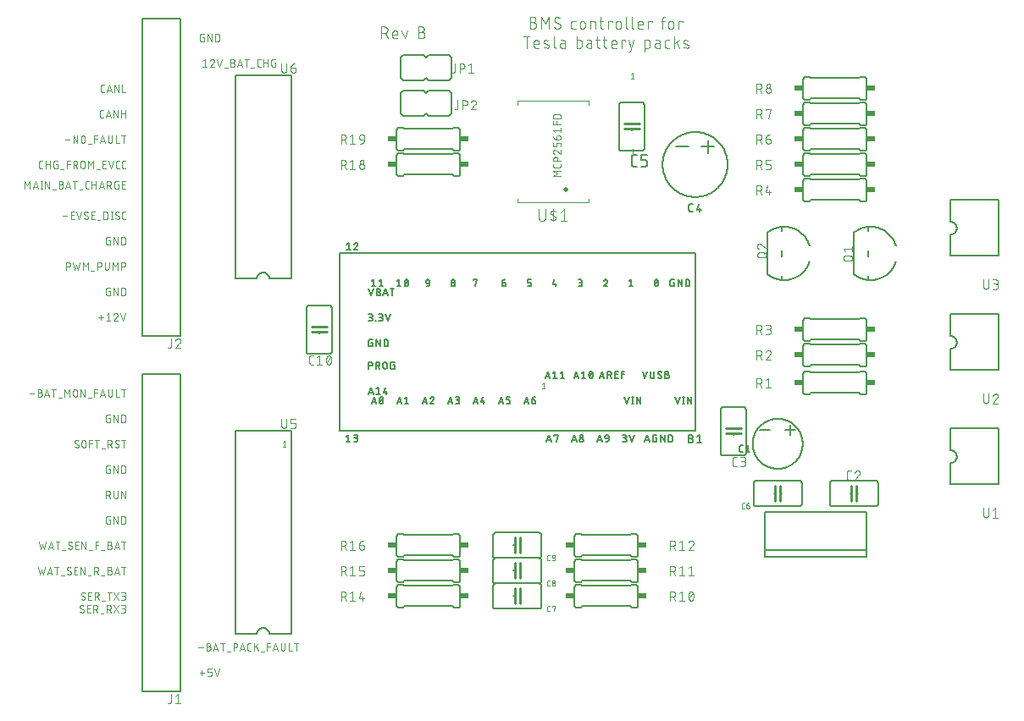
<source format=gbr>
G04 EAGLE Gerber RS-274X export*
G75*
%MOMM*%
%FSLAX34Y34*%
%LPD*%
%INSilkscreen Top*%
%IPPOS*%
%AMOC8*
5,1,8,0,0,1.08239X$1,22.5*%
G01*
%ADD10C,0.076200*%
%ADD11C,0.101600*%
%ADD12C,0.050800*%
%ADD13C,0.203200*%
%ADD14C,0.127000*%
%ADD15C,0.152400*%
%ADD16R,0.863600X0.609600*%
%ADD17C,0.254000*%
%ADD18C,0.500000*%
%ADD19C,0.120000*%


D10*
X93890Y34742D02*
X98801Y34742D01*
X96346Y37197D02*
X96346Y32286D01*
X102102Y31877D02*
X104558Y31877D01*
X104636Y31879D01*
X104714Y31884D01*
X104791Y31894D01*
X104868Y31907D01*
X104944Y31923D01*
X105019Y31943D01*
X105093Y31967D01*
X105166Y31994D01*
X105238Y32025D01*
X105308Y32059D01*
X105377Y32096D01*
X105443Y32137D01*
X105508Y32181D01*
X105570Y32227D01*
X105630Y32277D01*
X105688Y32329D01*
X105743Y32384D01*
X105795Y32442D01*
X105845Y32502D01*
X105891Y32564D01*
X105935Y32629D01*
X105976Y32696D01*
X106013Y32764D01*
X106047Y32834D01*
X106078Y32906D01*
X106105Y32979D01*
X106129Y33053D01*
X106149Y33128D01*
X106165Y33204D01*
X106178Y33281D01*
X106188Y33358D01*
X106193Y33436D01*
X106195Y33514D01*
X106195Y34332D01*
X106193Y34410D01*
X106188Y34488D01*
X106178Y34565D01*
X106165Y34642D01*
X106149Y34718D01*
X106129Y34793D01*
X106105Y34867D01*
X106078Y34940D01*
X106047Y35012D01*
X106013Y35082D01*
X105976Y35151D01*
X105935Y35217D01*
X105891Y35282D01*
X105845Y35344D01*
X105795Y35404D01*
X105743Y35462D01*
X105688Y35517D01*
X105630Y35569D01*
X105570Y35619D01*
X105508Y35665D01*
X105443Y35709D01*
X105377Y35750D01*
X105308Y35787D01*
X105238Y35821D01*
X105166Y35852D01*
X105093Y35879D01*
X105019Y35903D01*
X104944Y35923D01*
X104868Y35939D01*
X104791Y35952D01*
X104714Y35962D01*
X104636Y35967D01*
X104558Y35969D01*
X102102Y35969D01*
X102102Y39243D01*
X106195Y39243D01*
X109008Y39243D02*
X111464Y31877D01*
X113919Y39243D01*
X97239Y60142D02*
X92329Y60142D01*
X100902Y61369D02*
X102949Y61369D01*
X103038Y61367D01*
X103127Y61361D01*
X103216Y61351D01*
X103304Y61338D01*
X103392Y61321D01*
X103479Y61299D01*
X103564Y61274D01*
X103649Y61246D01*
X103732Y61213D01*
X103814Y61177D01*
X103894Y61138D01*
X103972Y61095D01*
X104048Y61049D01*
X104123Y60999D01*
X104195Y60946D01*
X104264Y60890D01*
X104331Y60831D01*
X104396Y60770D01*
X104457Y60705D01*
X104516Y60638D01*
X104572Y60569D01*
X104625Y60497D01*
X104675Y60422D01*
X104721Y60346D01*
X104764Y60268D01*
X104803Y60188D01*
X104839Y60106D01*
X104872Y60023D01*
X104900Y59938D01*
X104925Y59853D01*
X104947Y59766D01*
X104964Y59678D01*
X104977Y59590D01*
X104987Y59501D01*
X104993Y59412D01*
X104995Y59323D01*
X104993Y59234D01*
X104987Y59145D01*
X104977Y59056D01*
X104964Y58968D01*
X104947Y58880D01*
X104925Y58793D01*
X104900Y58708D01*
X104872Y58623D01*
X104839Y58540D01*
X104803Y58458D01*
X104764Y58378D01*
X104721Y58300D01*
X104675Y58224D01*
X104625Y58149D01*
X104572Y58077D01*
X104516Y58008D01*
X104457Y57941D01*
X104396Y57876D01*
X104331Y57815D01*
X104264Y57756D01*
X104195Y57700D01*
X104123Y57647D01*
X104048Y57597D01*
X103972Y57551D01*
X103894Y57508D01*
X103814Y57469D01*
X103732Y57433D01*
X103649Y57400D01*
X103564Y57372D01*
X103479Y57347D01*
X103392Y57325D01*
X103304Y57308D01*
X103216Y57295D01*
X103127Y57285D01*
X103038Y57279D01*
X102949Y57277D01*
X100902Y57277D01*
X100902Y64643D01*
X102949Y64643D01*
X103028Y64641D01*
X103107Y64635D01*
X103186Y64626D01*
X103264Y64613D01*
X103341Y64595D01*
X103417Y64575D01*
X103492Y64550D01*
X103566Y64522D01*
X103639Y64491D01*
X103710Y64455D01*
X103779Y64417D01*
X103846Y64375D01*
X103911Y64330D01*
X103974Y64282D01*
X104035Y64231D01*
X104092Y64177D01*
X104148Y64121D01*
X104200Y64062D01*
X104250Y64000D01*
X104296Y63936D01*
X104340Y63870D01*
X104380Y63802D01*
X104416Y63732D01*
X104450Y63660D01*
X104480Y63586D01*
X104506Y63512D01*
X104529Y63436D01*
X104547Y63359D01*
X104563Y63282D01*
X104574Y63203D01*
X104582Y63125D01*
X104586Y63046D01*
X104586Y62966D01*
X104582Y62887D01*
X104574Y62809D01*
X104563Y62730D01*
X104547Y62653D01*
X104529Y62576D01*
X104506Y62500D01*
X104480Y62426D01*
X104450Y62352D01*
X104416Y62280D01*
X104380Y62210D01*
X104340Y62142D01*
X104296Y62076D01*
X104250Y62012D01*
X104200Y61950D01*
X104148Y61891D01*
X104092Y61835D01*
X104035Y61781D01*
X103974Y61730D01*
X103911Y61682D01*
X103846Y61637D01*
X103779Y61595D01*
X103710Y61557D01*
X103639Y61521D01*
X103566Y61490D01*
X103492Y61462D01*
X103417Y61437D01*
X103341Y61417D01*
X103264Y61399D01*
X103186Y61386D01*
X103107Y61377D01*
X103028Y61371D01*
X102949Y61369D01*
X107447Y57277D02*
X109902Y64643D01*
X112358Y57277D01*
X111744Y59119D02*
X108061Y59119D01*
X116730Y57277D02*
X116730Y64643D01*
X114684Y64643D02*
X118776Y64643D01*
X121189Y56459D02*
X124463Y56459D01*
X127725Y57277D02*
X127725Y64643D01*
X129771Y64643D01*
X129860Y64641D01*
X129949Y64635D01*
X130038Y64625D01*
X130126Y64612D01*
X130214Y64595D01*
X130301Y64573D01*
X130386Y64548D01*
X130471Y64520D01*
X130554Y64487D01*
X130636Y64451D01*
X130716Y64412D01*
X130794Y64369D01*
X130870Y64323D01*
X130945Y64273D01*
X131017Y64220D01*
X131086Y64164D01*
X131153Y64105D01*
X131218Y64044D01*
X131279Y63979D01*
X131338Y63912D01*
X131394Y63843D01*
X131447Y63771D01*
X131497Y63696D01*
X131543Y63620D01*
X131586Y63542D01*
X131625Y63462D01*
X131661Y63380D01*
X131694Y63297D01*
X131722Y63212D01*
X131747Y63127D01*
X131769Y63040D01*
X131786Y62952D01*
X131799Y62864D01*
X131809Y62775D01*
X131815Y62686D01*
X131817Y62597D01*
X131815Y62508D01*
X131809Y62419D01*
X131799Y62330D01*
X131786Y62242D01*
X131769Y62154D01*
X131747Y62067D01*
X131722Y61982D01*
X131694Y61897D01*
X131661Y61814D01*
X131625Y61732D01*
X131586Y61652D01*
X131543Y61574D01*
X131497Y61498D01*
X131447Y61423D01*
X131394Y61351D01*
X131338Y61282D01*
X131279Y61215D01*
X131218Y61150D01*
X131153Y61089D01*
X131086Y61030D01*
X131017Y60974D01*
X130945Y60921D01*
X130870Y60871D01*
X130794Y60825D01*
X130716Y60782D01*
X130636Y60743D01*
X130554Y60707D01*
X130471Y60674D01*
X130386Y60646D01*
X130301Y60621D01*
X130214Y60599D01*
X130126Y60582D01*
X130038Y60569D01*
X129949Y60559D01*
X129860Y60553D01*
X129771Y60551D01*
X127725Y60551D01*
X134269Y57277D02*
X136724Y64643D01*
X139180Y57277D01*
X138566Y59119D02*
X134883Y59119D01*
X143607Y57277D02*
X145244Y57277D01*
X143607Y57277D02*
X143529Y57279D01*
X143451Y57284D01*
X143374Y57294D01*
X143297Y57307D01*
X143221Y57323D01*
X143146Y57343D01*
X143072Y57367D01*
X142999Y57394D01*
X142927Y57425D01*
X142857Y57459D01*
X142789Y57496D01*
X142722Y57537D01*
X142657Y57581D01*
X142595Y57627D01*
X142535Y57677D01*
X142477Y57729D01*
X142422Y57784D01*
X142370Y57842D01*
X142320Y57902D01*
X142274Y57964D01*
X142230Y58029D01*
X142189Y58096D01*
X142152Y58164D01*
X142118Y58234D01*
X142087Y58306D01*
X142060Y58379D01*
X142036Y58453D01*
X142016Y58528D01*
X142000Y58604D01*
X141987Y58681D01*
X141977Y58758D01*
X141972Y58836D01*
X141970Y58914D01*
X141970Y63006D01*
X141972Y63086D01*
X141978Y63166D01*
X141988Y63246D01*
X142001Y63325D01*
X142019Y63404D01*
X142040Y63481D01*
X142066Y63557D01*
X142095Y63632D01*
X142127Y63706D01*
X142163Y63778D01*
X142203Y63848D01*
X142246Y63915D01*
X142292Y63981D01*
X142342Y64044D01*
X142394Y64105D01*
X142449Y64164D01*
X142508Y64219D01*
X142568Y64271D01*
X142632Y64321D01*
X142698Y64367D01*
X142765Y64410D01*
X142835Y64450D01*
X142907Y64486D01*
X142981Y64518D01*
X143055Y64547D01*
X143132Y64573D01*
X143209Y64594D01*
X143288Y64612D01*
X143367Y64625D01*
X143447Y64635D01*
X143527Y64641D01*
X143607Y64643D01*
X145244Y64643D01*
X148451Y64643D02*
X148451Y57277D01*
X148451Y60142D02*
X152543Y64643D01*
X150088Y61778D02*
X152543Y57277D01*
X155082Y56459D02*
X158356Y56459D01*
X161516Y57277D02*
X161516Y64643D01*
X164790Y64643D01*
X164790Y61369D02*
X161516Y61369D01*
X167187Y57277D02*
X169643Y64643D01*
X172098Y57277D01*
X171484Y59119D02*
X167801Y59119D01*
X175156Y59323D02*
X175156Y64643D01*
X175156Y59323D02*
X175158Y59234D01*
X175164Y59145D01*
X175174Y59056D01*
X175187Y58968D01*
X175204Y58880D01*
X175226Y58793D01*
X175251Y58708D01*
X175279Y58623D01*
X175312Y58540D01*
X175348Y58458D01*
X175387Y58378D01*
X175430Y58300D01*
X175476Y58224D01*
X175526Y58149D01*
X175579Y58077D01*
X175635Y58008D01*
X175694Y57941D01*
X175755Y57876D01*
X175820Y57815D01*
X175887Y57756D01*
X175956Y57700D01*
X176028Y57647D01*
X176103Y57597D01*
X176179Y57551D01*
X176257Y57508D01*
X176337Y57469D01*
X176419Y57433D01*
X176502Y57400D01*
X176587Y57372D01*
X176672Y57347D01*
X176759Y57325D01*
X176847Y57308D01*
X176935Y57295D01*
X177024Y57285D01*
X177113Y57279D01*
X177202Y57277D01*
X177291Y57279D01*
X177380Y57285D01*
X177469Y57295D01*
X177557Y57308D01*
X177645Y57325D01*
X177732Y57347D01*
X177817Y57372D01*
X177902Y57400D01*
X177985Y57433D01*
X178067Y57469D01*
X178147Y57508D01*
X178225Y57551D01*
X178301Y57597D01*
X178376Y57647D01*
X178448Y57700D01*
X178517Y57756D01*
X178584Y57815D01*
X178649Y57876D01*
X178710Y57941D01*
X178769Y58008D01*
X178825Y58077D01*
X178878Y58149D01*
X178928Y58224D01*
X178974Y58300D01*
X179017Y58378D01*
X179056Y58458D01*
X179092Y58540D01*
X179125Y58623D01*
X179153Y58708D01*
X179178Y58793D01*
X179200Y58880D01*
X179217Y58968D01*
X179230Y59056D01*
X179240Y59145D01*
X179246Y59234D01*
X179248Y59323D01*
X179248Y64643D01*
X182974Y64643D02*
X182974Y57277D01*
X186248Y57277D01*
X190613Y57277D02*
X190613Y64643D01*
X188567Y64643D02*
X192659Y64643D01*
X-21757Y97014D02*
X-21759Y96936D01*
X-21764Y96858D01*
X-21774Y96781D01*
X-21787Y96704D01*
X-21803Y96628D01*
X-21823Y96553D01*
X-21847Y96479D01*
X-21874Y96406D01*
X-21905Y96334D01*
X-21939Y96264D01*
X-21976Y96195D01*
X-22017Y96129D01*
X-22061Y96064D01*
X-22107Y96002D01*
X-22157Y95942D01*
X-22209Y95884D01*
X-22264Y95829D01*
X-22322Y95777D01*
X-22382Y95727D01*
X-22444Y95681D01*
X-22509Y95637D01*
X-22576Y95596D01*
X-22644Y95559D01*
X-22714Y95525D01*
X-22786Y95494D01*
X-22859Y95467D01*
X-22933Y95443D01*
X-23008Y95423D01*
X-23084Y95407D01*
X-23161Y95394D01*
X-23238Y95384D01*
X-23316Y95379D01*
X-23394Y95377D01*
X-23508Y95379D01*
X-23621Y95384D01*
X-23735Y95394D01*
X-23848Y95407D01*
X-23960Y95424D01*
X-24072Y95444D01*
X-24183Y95468D01*
X-24294Y95496D01*
X-24403Y95527D01*
X-24511Y95562D01*
X-24618Y95601D01*
X-24724Y95643D01*
X-24828Y95688D01*
X-24931Y95737D01*
X-25032Y95790D01*
X-25131Y95845D01*
X-25229Y95904D01*
X-25324Y95966D01*
X-25417Y96031D01*
X-25509Y96099D01*
X-25597Y96170D01*
X-25684Y96244D01*
X-25768Y96321D01*
X-25849Y96400D01*
X-25645Y101106D02*
X-25643Y101184D01*
X-25638Y101262D01*
X-25628Y101339D01*
X-25615Y101416D01*
X-25599Y101492D01*
X-25579Y101567D01*
X-25555Y101641D01*
X-25528Y101714D01*
X-25497Y101786D01*
X-25463Y101856D01*
X-25426Y101925D01*
X-25385Y101991D01*
X-25341Y102056D01*
X-25295Y102118D01*
X-25245Y102178D01*
X-25193Y102236D01*
X-25138Y102291D01*
X-25080Y102343D01*
X-25020Y102393D01*
X-24958Y102439D01*
X-24893Y102483D01*
X-24827Y102524D01*
X-24758Y102561D01*
X-24688Y102595D01*
X-24616Y102626D01*
X-24543Y102653D01*
X-24469Y102677D01*
X-24394Y102697D01*
X-24318Y102713D01*
X-24241Y102726D01*
X-24164Y102736D01*
X-24086Y102741D01*
X-24008Y102743D01*
X-23898Y102741D01*
X-23789Y102735D01*
X-23679Y102725D01*
X-23571Y102712D01*
X-23462Y102694D01*
X-23355Y102673D01*
X-23248Y102647D01*
X-23142Y102618D01*
X-23037Y102586D01*
X-22934Y102549D01*
X-22832Y102509D01*
X-22731Y102465D01*
X-22632Y102417D01*
X-22535Y102367D01*
X-22440Y102312D01*
X-22347Y102254D01*
X-22256Y102193D01*
X-22167Y102129D01*
X-24827Y99673D02*
X-24894Y99715D01*
X-24959Y99759D01*
X-25021Y99807D01*
X-25081Y99857D01*
X-25139Y99910D01*
X-25194Y99966D01*
X-25246Y100025D01*
X-25296Y100085D01*
X-25343Y100149D01*
X-25386Y100214D01*
X-25427Y100281D01*
X-25464Y100350D01*
X-25498Y100421D01*
X-25529Y100493D01*
X-25556Y100567D01*
X-25580Y100641D01*
X-25600Y100717D01*
X-25616Y100794D01*
X-25629Y100871D01*
X-25639Y100949D01*
X-25644Y101028D01*
X-25646Y101106D01*
X-22576Y98446D02*
X-22510Y98405D01*
X-22445Y98360D01*
X-22383Y98313D01*
X-22323Y98262D01*
X-22265Y98209D01*
X-22210Y98153D01*
X-22157Y98095D01*
X-22108Y98034D01*
X-22061Y97971D01*
X-22018Y97906D01*
X-21977Y97839D01*
X-21940Y97770D01*
X-21906Y97699D01*
X-21875Y97627D01*
X-21848Y97553D01*
X-21824Y97478D01*
X-21804Y97403D01*
X-21788Y97326D01*
X-21775Y97249D01*
X-21765Y97171D01*
X-21760Y97092D01*
X-21758Y97014D01*
X-22576Y98446D02*
X-24827Y99674D01*
X-18519Y95377D02*
X-15245Y95377D01*
X-18519Y95377D02*
X-18519Y102743D01*
X-15245Y102743D01*
X-16064Y99469D02*
X-18519Y99469D01*
X-12144Y102743D02*
X-12144Y95377D01*
X-12144Y102743D02*
X-10097Y102743D01*
X-10008Y102741D01*
X-9919Y102735D01*
X-9830Y102725D01*
X-9742Y102712D01*
X-9654Y102695D01*
X-9567Y102673D01*
X-9482Y102648D01*
X-9397Y102620D01*
X-9314Y102587D01*
X-9232Y102551D01*
X-9152Y102512D01*
X-9074Y102469D01*
X-8998Y102423D01*
X-8923Y102373D01*
X-8851Y102320D01*
X-8782Y102264D01*
X-8715Y102205D01*
X-8650Y102144D01*
X-8589Y102079D01*
X-8530Y102012D01*
X-8474Y101943D01*
X-8421Y101871D01*
X-8371Y101796D01*
X-8325Y101720D01*
X-8282Y101642D01*
X-8243Y101562D01*
X-8207Y101480D01*
X-8174Y101397D01*
X-8146Y101312D01*
X-8121Y101227D01*
X-8099Y101140D01*
X-8082Y101052D01*
X-8069Y100964D01*
X-8059Y100875D01*
X-8053Y100786D01*
X-8051Y100697D01*
X-8053Y100608D01*
X-8059Y100519D01*
X-8069Y100430D01*
X-8082Y100342D01*
X-8099Y100254D01*
X-8121Y100167D01*
X-8146Y100082D01*
X-8174Y99997D01*
X-8207Y99914D01*
X-8243Y99832D01*
X-8282Y99752D01*
X-8325Y99674D01*
X-8371Y99598D01*
X-8421Y99523D01*
X-8474Y99451D01*
X-8530Y99382D01*
X-8589Y99315D01*
X-8650Y99250D01*
X-8715Y99189D01*
X-8782Y99130D01*
X-8851Y99074D01*
X-8923Y99021D01*
X-8998Y98971D01*
X-9074Y98925D01*
X-9152Y98882D01*
X-9232Y98843D01*
X-9314Y98807D01*
X-9397Y98774D01*
X-9482Y98746D01*
X-9567Y98721D01*
X-9654Y98699D01*
X-9742Y98682D01*
X-9830Y98669D01*
X-9919Y98659D01*
X-10008Y98653D01*
X-10097Y98651D01*
X-12144Y98651D01*
X-9688Y98651D02*
X-8051Y95377D01*
X-5202Y94559D02*
X-1928Y94559D01*
X1268Y95377D02*
X1268Y102743D01*
X3314Y102743D01*
X3403Y102741D01*
X3492Y102735D01*
X3581Y102725D01*
X3669Y102712D01*
X3757Y102695D01*
X3844Y102673D01*
X3929Y102648D01*
X4014Y102620D01*
X4097Y102587D01*
X4179Y102551D01*
X4259Y102512D01*
X4337Y102469D01*
X4413Y102423D01*
X4488Y102373D01*
X4560Y102320D01*
X4629Y102264D01*
X4696Y102205D01*
X4761Y102144D01*
X4822Y102079D01*
X4881Y102012D01*
X4937Y101943D01*
X4990Y101871D01*
X5040Y101796D01*
X5086Y101720D01*
X5129Y101642D01*
X5168Y101562D01*
X5204Y101480D01*
X5237Y101397D01*
X5265Y101312D01*
X5290Y101227D01*
X5312Y101140D01*
X5329Y101052D01*
X5342Y100964D01*
X5352Y100875D01*
X5358Y100786D01*
X5360Y100697D01*
X5358Y100608D01*
X5352Y100519D01*
X5342Y100430D01*
X5329Y100342D01*
X5312Y100254D01*
X5290Y100167D01*
X5265Y100082D01*
X5237Y99997D01*
X5204Y99914D01*
X5168Y99832D01*
X5129Y99752D01*
X5086Y99674D01*
X5040Y99598D01*
X4990Y99523D01*
X4937Y99451D01*
X4881Y99382D01*
X4822Y99315D01*
X4761Y99250D01*
X4696Y99189D01*
X4629Y99130D01*
X4560Y99074D01*
X4488Y99021D01*
X4413Y98971D01*
X4337Y98925D01*
X4259Y98882D01*
X4179Y98843D01*
X4097Y98807D01*
X4014Y98774D01*
X3929Y98746D01*
X3844Y98721D01*
X3757Y98699D01*
X3669Y98682D01*
X3581Y98669D01*
X3492Y98659D01*
X3403Y98653D01*
X3314Y98651D01*
X1268Y98651D01*
X3723Y98651D02*
X5360Y95377D01*
X8122Y95377D02*
X13033Y102743D01*
X8122Y102743D02*
X13033Y95377D01*
X15847Y95377D02*
X17893Y95377D01*
X17982Y95379D01*
X18071Y95385D01*
X18160Y95395D01*
X18248Y95408D01*
X18336Y95425D01*
X18423Y95447D01*
X18508Y95472D01*
X18593Y95500D01*
X18676Y95533D01*
X18758Y95569D01*
X18838Y95608D01*
X18916Y95651D01*
X18992Y95697D01*
X19067Y95747D01*
X19139Y95800D01*
X19208Y95856D01*
X19275Y95915D01*
X19340Y95976D01*
X19401Y96041D01*
X19460Y96108D01*
X19516Y96177D01*
X19569Y96249D01*
X19619Y96324D01*
X19665Y96400D01*
X19708Y96478D01*
X19747Y96558D01*
X19783Y96640D01*
X19816Y96723D01*
X19844Y96808D01*
X19869Y96893D01*
X19891Y96980D01*
X19908Y97068D01*
X19921Y97156D01*
X19931Y97245D01*
X19937Y97334D01*
X19939Y97423D01*
X19937Y97512D01*
X19931Y97601D01*
X19921Y97690D01*
X19908Y97778D01*
X19891Y97866D01*
X19869Y97953D01*
X19844Y98038D01*
X19816Y98123D01*
X19783Y98206D01*
X19747Y98288D01*
X19708Y98368D01*
X19665Y98446D01*
X19619Y98522D01*
X19569Y98597D01*
X19516Y98669D01*
X19460Y98738D01*
X19401Y98805D01*
X19340Y98870D01*
X19275Y98931D01*
X19208Y98990D01*
X19139Y99046D01*
X19067Y99099D01*
X18992Y99149D01*
X18916Y99195D01*
X18838Y99238D01*
X18758Y99277D01*
X18676Y99313D01*
X18593Y99346D01*
X18508Y99374D01*
X18423Y99399D01*
X18336Y99421D01*
X18248Y99438D01*
X18160Y99451D01*
X18071Y99461D01*
X17982Y99467D01*
X17893Y99469D01*
X18302Y102743D02*
X15847Y102743D01*
X18302Y102743D02*
X18381Y102741D01*
X18460Y102735D01*
X18539Y102726D01*
X18617Y102713D01*
X18694Y102695D01*
X18770Y102675D01*
X18845Y102650D01*
X18919Y102622D01*
X18992Y102591D01*
X19063Y102555D01*
X19132Y102517D01*
X19199Y102475D01*
X19264Y102430D01*
X19327Y102382D01*
X19388Y102331D01*
X19445Y102277D01*
X19501Y102221D01*
X19553Y102162D01*
X19603Y102100D01*
X19649Y102036D01*
X19693Y101970D01*
X19733Y101902D01*
X19769Y101832D01*
X19803Y101760D01*
X19833Y101686D01*
X19859Y101612D01*
X19882Y101536D01*
X19900Y101459D01*
X19916Y101382D01*
X19927Y101303D01*
X19935Y101225D01*
X19939Y101146D01*
X19939Y101066D01*
X19935Y100987D01*
X19927Y100909D01*
X19916Y100830D01*
X19900Y100753D01*
X19882Y100676D01*
X19859Y100600D01*
X19833Y100526D01*
X19803Y100452D01*
X19769Y100380D01*
X19733Y100310D01*
X19693Y100242D01*
X19649Y100176D01*
X19603Y100112D01*
X19553Y100050D01*
X19501Y99991D01*
X19445Y99935D01*
X19388Y99881D01*
X19327Y99830D01*
X19264Y99782D01*
X19199Y99737D01*
X19132Y99695D01*
X19063Y99657D01*
X18992Y99621D01*
X18919Y99590D01*
X18845Y99562D01*
X18770Y99537D01*
X18694Y99517D01*
X18617Y99499D01*
X18539Y99486D01*
X18460Y99477D01*
X18381Y99471D01*
X18302Y99469D01*
X16665Y99469D01*
X-20538Y109714D02*
X-20540Y109636D01*
X-20545Y109558D01*
X-20555Y109481D01*
X-20568Y109404D01*
X-20584Y109328D01*
X-20604Y109253D01*
X-20628Y109179D01*
X-20655Y109106D01*
X-20686Y109034D01*
X-20720Y108964D01*
X-20757Y108895D01*
X-20798Y108829D01*
X-20842Y108764D01*
X-20888Y108702D01*
X-20938Y108642D01*
X-20990Y108584D01*
X-21045Y108529D01*
X-21103Y108477D01*
X-21163Y108427D01*
X-21225Y108381D01*
X-21290Y108337D01*
X-21357Y108296D01*
X-21425Y108259D01*
X-21495Y108225D01*
X-21567Y108194D01*
X-21640Y108167D01*
X-21714Y108143D01*
X-21789Y108123D01*
X-21865Y108107D01*
X-21942Y108094D01*
X-22019Y108084D01*
X-22097Y108079D01*
X-22175Y108077D01*
X-22289Y108079D01*
X-22402Y108084D01*
X-22516Y108094D01*
X-22629Y108107D01*
X-22741Y108124D01*
X-22853Y108144D01*
X-22964Y108168D01*
X-23075Y108196D01*
X-23184Y108227D01*
X-23292Y108262D01*
X-23399Y108301D01*
X-23505Y108343D01*
X-23609Y108388D01*
X-23712Y108437D01*
X-23813Y108490D01*
X-23912Y108545D01*
X-24010Y108604D01*
X-24105Y108666D01*
X-24198Y108731D01*
X-24290Y108799D01*
X-24378Y108870D01*
X-24465Y108944D01*
X-24549Y109021D01*
X-24630Y109100D01*
X-24426Y113806D02*
X-24424Y113884D01*
X-24419Y113962D01*
X-24409Y114039D01*
X-24396Y114116D01*
X-24380Y114192D01*
X-24360Y114267D01*
X-24336Y114341D01*
X-24309Y114414D01*
X-24278Y114486D01*
X-24244Y114556D01*
X-24207Y114625D01*
X-24166Y114691D01*
X-24122Y114756D01*
X-24076Y114818D01*
X-24026Y114878D01*
X-23974Y114936D01*
X-23919Y114991D01*
X-23861Y115043D01*
X-23801Y115093D01*
X-23739Y115139D01*
X-23674Y115183D01*
X-23608Y115224D01*
X-23539Y115261D01*
X-23469Y115295D01*
X-23397Y115326D01*
X-23324Y115353D01*
X-23250Y115377D01*
X-23175Y115397D01*
X-23099Y115413D01*
X-23022Y115426D01*
X-22945Y115436D01*
X-22867Y115441D01*
X-22789Y115443D01*
X-22679Y115441D01*
X-22570Y115435D01*
X-22460Y115425D01*
X-22352Y115412D01*
X-22243Y115394D01*
X-22136Y115373D01*
X-22029Y115347D01*
X-21923Y115318D01*
X-21818Y115286D01*
X-21715Y115249D01*
X-21613Y115209D01*
X-21512Y115165D01*
X-21413Y115117D01*
X-21316Y115067D01*
X-21221Y115012D01*
X-21128Y114954D01*
X-21037Y114893D01*
X-20948Y114829D01*
X-23607Y112373D02*
X-23674Y112415D01*
X-23739Y112459D01*
X-23801Y112507D01*
X-23861Y112557D01*
X-23919Y112610D01*
X-23974Y112666D01*
X-24026Y112725D01*
X-24076Y112785D01*
X-24123Y112849D01*
X-24166Y112914D01*
X-24207Y112981D01*
X-24244Y113050D01*
X-24278Y113121D01*
X-24309Y113193D01*
X-24336Y113267D01*
X-24360Y113341D01*
X-24380Y113417D01*
X-24396Y113494D01*
X-24409Y113571D01*
X-24419Y113649D01*
X-24424Y113728D01*
X-24426Y113806D01*
X-21357Y111146D02*
X-21291Y111105D01*
X-21226Y111060D01*
X-21164Y111013D01*
X-21104Y110962D01*
X-21046Y110909D01*
X-20991Y110853D01*
X-20938Y110795D01*
X-20889Y110734D01*
X-20842Y110671D01*
X-20799Y110606D01*
X-20758Y110539D01*
X-20721Y110470D01*
X-20687Y110399D01*
X-20656Y110327D01*
X-20629Y110253D01*
X-20605Y110178D01*
X-20585Y110103D01*
X-20569Y110026D01*
X-20556Y109949D01*
X-20546Y109871D01*
X-20541Y109792D01*
X-20539Y109714D01*
X-21357Y111146D02*
X-23608Y112374D01*
X-17300Y108077D02*
X-14026Y108077D01*
X-17300Y108077D02*
X-17300Y115443D01*
X-14026Y115443D01*
X-14844Y112169D02*
X-17300Y112169D01*
X-10924Y115443D02*
X-10924Y108077D01*
X-10924Y115443D02*
X-8878Y115443D01*
X-8789Y115441D01*
X-8700Y115435D01*
X-8611Y115425D01*
X-8523Y115412D01*
X-8435Y115395D01*
X-8348Y115373D01*
X-8263Y115348D01*
X-8178Y115320D01*
X-8095Y115287D01*
X-8013Y115251D01*
X-7933Y115212D01*
X-7855Y115169D01*
X-7779Y115123D01*
X-7704Y115073D01*
X-7632Y115020D01*
X-7563Y114964D01*
X-7496Y114905D01*
X-7431Y114844D01*
X-7370Y114779D01*
X-7311Y114712D01*
X-7255Y114643D01*
X-7202Y114571D01*
X-7152Y114496D01*
X-7106Y114420D01*
X-7063Y114342D01*
X-7024Y114262D01*
X-6988Y114180D01*
X-6955Y114097D01*
X-6927Y114012D01*
X-6902Y113927D01*
X-6880Y113840D01*
X-6863Y113752D01*
X-6850Y113664D01*
X-6840Y113575D01*
X-6834Y113486D01*
X-6832Y113397D01*
X-6834Y113308D01*
X-6840Y113219D01*
X-6850Y113130D01*
X-6863Y113042D01*
X-6880Y112954D01*
X-6902Y112867D01*
X-6927Y112782D01*
X-6955Y112697D01*
X-6988Y112614D01*
X-7024Y112532D01*
X-7063Y112452D01*
X-7106Y112374D01*
X-7152Y112298D01*
X-7202Y112223D01*
X-7255Y112151D01*
X-7311Y112082D01*
X-7370Y112015D01*
X-7431Y111950D01*
X-7496Y111889D01*
X-7563Y111830D01*
X-7632Y111774D01*
X-7704Y111721D01*
X-7779Y111671D01*
X-7855Y111625D01*
X-7933Y111582D01*
X-8013Y111543D01*
X-8095Y111507D01*
X-8178Y111474D01*
X-8263Y111446D01*
X-8348Y111421D01*
X-8435Y111399D01*
X-8523Y111382D01*
X-8611Y111369D01*
X-8700Y111359D01*
X-8789Y111353D01*
X-8878Y111351D01*
X-10924Y111351D01*
X-8469Y111351D02*
X-6832Y108077D01*
X-3983Y107259D02*
X-709Y107259D01*
X3750Y108077D02*
X3750Y115443D01*
X1704Y115443D02*
X5796Y115443D01*
X13033Y115443D02*
X8122Y108077D01*
X13033Y108077D02*
X8122Y115443D01*
X15847Y108077D02*
X17893Y108077D01*
X17982Y108079D01*
X18071Y108085D01*
X18160Y108095D01*
X18248Y108108D01*
X18336Y108125D01*
X18423Y108147D01*
X18508Y108172D01*
X18593Y108200D01*
X18676Y108233D01*
X18758Y108269D01*
X18838Y108308D01*
X18916Y108351D01*
X18992Y108397D01*
X19067Y108447D01*
X19139Y108500D01*
X19208Y108556D01*
X19275Y108615D01*
X19340Y108676D01*
X19401Y108741D01*
X19460Y108808D01*
X19516Y108877D01*
X19569Y108949D01*
X19619Y109024D01*
X19665Y109100D01*
X19708Y109178D01*
X19747Y109258D01*
X19783Y109340D01*
X19816Y109423D01*
X19844Y109508D01*
X19869Y109593D01*
X19891Y109680D01*
X19908Y109768D01*
X19921Y109856D01*
X19931Y109945D01*
X19937Y110034D01*
X19939Y110123D01*
X19937Y110212D01*
X19931Y110301D01*
X19921Y110390D01*
X19908Y110478D01*
X19891Y110566D01*
X19869Y110653D01*
X19844Y110738D01*
X19816Y110823D01*
X19783Y110906D01*
X19747Y110988D01*
X19708Y111068D01*
X19665Y111146D01*
X19619Y111222D01*
X19569Y111297D01*
X19516Y111369D01*
X19460Y111438D01*
X19401Y111505D01*
X19340Y111570D01*
X19275Y111631D01*
X19208Y111690D01*
X19139Y111746D01*
X19067Y111799D01*
X18992Y111849D01*
X18916Y111895D01*
X18838Y111938D01*
X18758Y111977D01*
X18676Y112013D01*
X18593Y112046D01*
X18508Y112074D01*
X18423Y112099D01*
X18336Y112121D01*
X18248Y112138D01*
X18160Y112151D01*
X18071Y112161D01*
X17982Y112167D01*
X17893Y112169D01*
X18302Y115443D02*
X15847Y115443D01*
X18302Y115443D02*
X18381Y115441D01*
X18460Y115435D01*
X18539Y115426D01*
X18617Y115413D01*
X18694Y115395D01*
X18770Y115375D01*
X18845Y115350D01*
X18919Y115322D01*
X18992Y115291D01*
X19063Y115255D01*
X19132Y115217D01*
X19199Y115175D01*
X19264Y115130D01*
X19327Y115082D01*
X19388Y115031D01*
X19445Y114977D01*
X19501Y114921D01*
X19553Y114862D01*
X19603Y114800D01*
X19649Y114736D01*
X19693Y114670D01*
X19733Y114602D01*
X19769Y114532D01*
X19803Y114460D01*
X19833Y114386D01*
X19859Y114312D01*
X19882Y114236D01*
X19900Y114159D01*
X19916Y114082D01*
X19927Y114003D01*
X19935Y113925D01*
X19939Y113846D01*
X19939Y113766D01*
X19935Y113687D01*
X19927Y113609D01*
X19916Y113530D01*
X19900Y113453D01*
X19882Y113376D01*
X19859Y113300D01*
X19833Y113226D01*
X19803Y113152D01*
X19769Y113080D01*
X19733Y113010D01*
X19693Y112942D01*
X19649Y112876D01*
X19603Y112812D01*
X19553Y112750D01*
X19501Y112691D01*
X19445Y112635D01*
X19388Y112581D01*
X19327Y112530D01*
X19264Y112482D01*
X19199Y112437D01*
X19132Y112395D01*
X19063Y112357D01*
X18992Y112321D01*
X18919Y112290D01*
X18845Y112262D01*
X18770Y112237D01*
X18694Y112217D01*
X18617Y112199D01*
X18539Y112186D01*
X18460Y112177D01*
X18381Y112171D01*
X18302Y112169D01*
X16665Y112169D01*
X-65918Y133477D02*
X-67555Y140843D01*
X-64281Y138388D02*
X-65918Y133477D01*
X-62644Y133477D02*
X-64281Y138388D01*
X-61007Y140843D02*
X-62644Y133477D01*
X-58446Y133477D02*
X-55990Y140843D01*
X-53535Y133477D01*
X-54149Y135319D02*
X-57832Y135319D01*
X-49163Y133477D02*
X-49163Y140843D01*
X-51209Y140843D02*
X-47117Y140843D01*
X-44704Y132659D02*
X-41430Y132659D01*
X-36318Y133477D02*
X-36240Y133479D01*
X-36162Y133484D01*
X-36085Y133494D01*
X-36008Y133507D01*
X-35932Y133523D01*
X-35857Y133543D01*
X-35783Y133567D01*
X-35710Y133594D01*
X-35638Y133625D01*
X-35568Y133659D01*
X-35500Y133696D01*
X-35433Y133737D01*
X-35368Y133781D01*
X-35306Y133827D01*
X-35246Y133877D01*
X-35188Y133929D01*
X-35133Y133984D01*
X-35081Y134042D01*
X-35031Y134102D01*
X-34985Y134164D01*
X-34941Y134229D01*
X-34900Y134295D01*
X-34863Y134364D01*
X-34829Y134434D01*
X-34798Y134506D01*
X-34771Y134579D01*
X-34747Y134653D01*
X-34727Y134728D01*
X-34711Y134804D01*
X-34698Y134881D01*
X-34688Y134958D01*
X-34683Y135036D01*
X-34681Y135114D01*
X-36318Y133477D02*
X-36432Y133479D01*
X-36545Y133484D01*
X-36659Y133494D01*
X-36772Y133507D01*
X-36884Y133524D01*
X-36996Y133544D01*
X-37107Y133568D01*
X-37218Y133596D01*
X-37327Y133627D01*
X-37435Y133662D01*
X-37542Y133701D01*
X-37648Y133743D01*
X-37752Y133788D01*
X-37855Y133837D01*
X-37956Y133890D01*
X-38055Y133945D01*
X-38153Y134004D01*
X-38248Y134066D01*
X-38341Y134131D01*
X-38433Y134199D01*
X-38521Y134270D01*
X-38608Y134344D01*
X-38692Y134421D01*
X-38773Y134500D01*
X-38569Y139206D02*
X-38567Y139284D01*
X-38562Y139362D01*
X-38552Y139439D01*
X-38539Y139516D01*
X-38523Y139592D01*
X-38503Y139667D01*
X-38479Y139741D01*
X-38452Y139814D01*
X-38421Y139886D01*
X-38387Y139956D01*
X-38350Y140025D01*
X-38309Y140091D01*
X-38265Y140156D01*
X-38219Y140218D01*
X-38169Y140278D01*
X-38117Y140336D01*
X-38062Y140391D01*
X-38004Y140443D01*
X-37944Y140493D01*
X-37882Y140539D01*
X-37817Y140583D01*
X-37751Y140624D01*
X-37682Y140661D01*
X-37612Y140695D01*
X-37540Y140726D01*
X-37467Y140753D01*
X-37393Y140777D01*
X-37318Y140797D01*
X-37242Y140813D01*
X-37165Y140826D01*
X-37088Y140836D01*
X-37010Y140841D01*
X-36932Y140843D01*
X-36822Y140841D01*
X-36713Y140835D01*
X-36603Y140825D01*
X-36495Y140812D01*
X-36386Y140794D01*
X-36279Y140773D01*
X-36172Y140747D01*
X-36066Y140718D01*
X-35961Y140686D01*
X-35858Y140649D01*
X-35756Y140609D01*
X-35655Y140565D01*
X-35556Y140517D01*
X-35459Y140467D01*
X-35364Y140412D01*
X-35271Y140354D01*
X-35180Y140293D01*
X-35091Y140229D01*
X-37750Y137773D02*
X-37817Y137815D01*
X-37882Y137859D01*
X-37944Y137907D01*
X-38004Y137957D01*
X-38062Y138010D01*
X-38117Y138066D01*
X-38169Y138125D01*
X-38219Y138185D01*
X-38266Y138249D01*
X-38309Y138314D01*
X-38350Y138381D01*
X-38387Y138450D01*
X-38421Y138521D01*
X-38452Y138593D01*
X-38479Y138667D01*
X-38503Y138741D01*
X-38523Y138817D01*
X-38539Y138894D01*
X-38552Y138971D01*
X-38562Y139049D01*
X-38567Y139128D01*
X-38569Y139206D01*
X-35499Y136546D02*
X-35433Y136505D01*
X-35368Y136460D01*
X-35306Y136413D01*
X-35246Y136362D01*
X-35188Y136309D01*
X-35133Y136253D01*
X-35080Y136195D01*
X-35031Y136134D01*
X-34984Y136071D01*
X-34941Y136006D01*
X-34900Y135939D01*
X-34863Y135870D01*
X-34829Y135799D01*
X-34798Y135727D01*
X-34771Y135653D01*
X-34747Y135578D01*
X-34727Y135503D01*
X-34711Y135426D01*
X-34698Y135349D01*
X-34688Y135271D01*
X-34683Y135192D01*
X-34681Y135114D01*
X-35499Y136546D02*
X-37750Y137774D01*
X-31442Y133477D02*
X-28169Y133477D01*
X-31442Y133477D02*
X-31442Y140843D01*
X-28169Y140843D01*
X-28987Y137569D02*
X-31442Y137569D01*
X-25118Y140843D02*
X-25118Y133477D01*
X-21026Y133477D02*
X-25118Y140843D01*
X-21026Y140843D02*
X-21026Y133477D01*
X-17881Y132659D02*
X-14608Y132659D01*
X-11412Y133477D02*
X-11412Y140843D01*
X-9366Y140843D01*
X-9277Y140841D01*
X-9188Y140835D01*
X-9099Y140825D01*
X-9011Y140812D01*
X-8923Y140795D01*
X-8836Y140773D01*
X-8751Y140748D01*
X-8666Y140720D01*
X-8583Y140687D01*
X-8501Y140651D01*
X-8421Y140612D01*
X-8343Y140569D01*
X-8267Y140523D01*
X-8192Y140473D01*
X-8120Y140420D01*
X-8051Y140364D01*
X-7984Y140305D01*
X-7919Y140244D01*
X-7858Y140179D01*
X-7799Y140112D01*
X-7743Y140043D01*
X-7690Y139971D01*
X-7640Y139896D01*
X-7594Y139820D01*
X-7551Y139742D01*
X-7512Y139662D01*
X-7476Y139580D01*
X-7443Y139497D01*
X-7415Y139412D01*
X-7390Y139327D01*
X-7368Y139240D01*
X-7351Y139152D01*
X-7338Y139064D01*
X-7328Y138975D01*
X-7322Y138886D01*
X-7320Y138797D01*
X-7322Y138708D01*
X-7328Y138619D01*
X-7338Y138530D01*
X-7351Y138442D01*
X-7368Y138354D01*
X-7390Y138267D01*
X-7415Y138182D01*
X-7443Y138097D01*
X-7476Y138014D01*
X-7512Y137932D01*
X-7551Y137852D01*
X-7594Y137774D01*
X-7640Y137698D01*
X-7690Y137623D01*
X-7743Y137551D01*
X-7799Y137482D01*
X-7858Y137415D01*
X-7919Y137350D01*
X-7984Y137289D01*
X-8051Y137230D01*
X-8120Y137174D01*
X-8192Y137121D01*
X-8267Y137071D01*
X-8343Y137025D01*
X-8421Y136982D01*
X-8501Y136943D01*
X-8583Y136907D01*
X-8666Y136874D01*
X-8751Y136846D01*
X-8836Y136821D01*
X-8923Y136799D01*
X-9011Y136782D01*
X-9099Y136769D01*
X-9188Y136759D01*
X-9277Y136753D01*
X-9366Y136751D01*
X-11412Y136751D01*
X-8957Y136751D02*
X-7320Y133477D01*
X-4470Y132659D02*
X-1197Y132659D01*
X2066Y137569D02*
X4112Y137569D01*
X4201Y137567D01*
X4290Y137561D01*
X4379Y137551D01*
X4467Y137538D01*
X4555Y137521D01*
X4642Y137499D01*
X4727Y137474D01*
X4812Y137446D01*
X4895Y137413D01*
X4977Y137377D01*
X5057Y137338D01*
X5135Y137295D01*
X5211Y137249D01*
X5286Y137199D01*
X5358Y137146D01*
X5427Y137090D01*
X5494Y137031D01*
X5559Y136970D01*
X5620Y136905D01*
X5679Y136838D01*
X5735Y136769D01*
X5788Y136697D01*
X5838Y136622D01*
X5884Y136546D01*
X5927Y136468D01*
X5966Y136388D01*
X6002Y136306D01*
X6035Y136223D01*
X6063Y136138D01*
X6088Y136053D01*
X6110Y135966D01*
X6127Y135878D01*
X6140Y135790D01*
X6150Y135701D01*
X6156Y135612D01*
X6158Y135523D01*
X6156Y135434D01*
X6150Y135345D01*
X6140Y135256D01*
X6127Y135168D01*
X6110Y135080D01*
X6088Y134993D01*
X6063Y134908D01*
X6035Y134823D01*
X6002Y134740D01*
X5966Y134658D01*
X5927Y134578D01*
X5884Y134500D01*
X5838Y134424D01*
X5788Y134349D01*
X5735Y134277D01*
X5679Y134208D01*
X5620Y134141D01*
X5559Y134076D01*
X5494Y134015D01*
X5427Y133956D01*
X5358Y133900D01*
X5286Y133847D01*
X5211Y133797D01*
X5135Y133751D01*
X5057Y133708D01*
X4977Y133669D01*
X4895Y133633D01*
X4812Y133600D01*
X4727Y133572D01*
X4642Y133547D01*
X4555Y133525D01*
X4467Y133508D01*
X4379Y133495D01*
X4290Y133485D01*
X4201Y133479D01*
X4112Y133477D01*
X2066Y133477D01*
X2066Y140843D01*
X4112Y140843D01*
X4191Y140841D01*
X4270Y140835D01*
X4349Y140826D01*
X4427Y140813D01*
X4504Y140795D01*
X4580Y140775D01*
X4655Y140750D01*
X4729Y140722D01*
X4802Y140691D01*
X4873Y140655D01*
X4942Y140617D01*
X5009Y140575D01*
X5074Y140530D01*
X5137Y140482D01*
X5198Y140431D01*
X5255Y140377D01*
X5311Y140321D01*
X5363Y140262D01*
X5413Y140200D01*
X5459Y140136D01*
X5503Y140070D01*
X5543Y140002D01*
X5579Y139932D01*
X5613Y139860D01*
X5643Y139786D01*
X5669Y139712D01*
X5692Y139636D01*
X5710Y139559D01*
X5726Y139482D01*
X5737Y139403D01*
X5745Y139325D01*
X5749Y139246D01*
X5749Y139166D01*
X5745Y139087D01*
X5737Y139009D01*
X5726Y138930D01*
X5710Y138853D01*
X5692Y138776D01*
X5669Y138700D01*
X5643Y138626D01*
X5613Y138552D01*
X5579Y138480D01*
X5543Y138410D01*
X5503Y138342D01*
X5459Y138276D01*
X5413Y138212D01*
X5363Y138150D01*
X5311Y138091D01*
X5255Y138035D01*
X5198Y137981D01*
X5137Y137930D01*
X5074Y137882D01*
X5009Y137837D01*
X4942Y137795D01*
X4873Y137757D01*
X4802Y137721D01*
X4729Y137690D01*
X4655Y137662D01*
X4580Y137637D01*
X4504Y137617D01*
X4427Y137599D01*
X4349Y137586D01*
X4270Y137577D01*
X4191Y137571D01*
X4112Y137569D01*
X8610Y133477D02*
X11065Y140843D01*
X13521Y133477D01*
X12907Y135319D02*
X9224Y135319D01*
X17893Y133477D02*
X17893Y140843D01*
X15847Y140843D02*
X19939Y140843D01*
X-64699Y158877D02*
X-66335Y166243D01*
X-63062Y163788D02*
X-64699Y158877D01*
X-61425Y158877D02*
X-63062Y163788D01*
X-59788Y166243D02*
X-61425Y158877D01*
X-57227Y158877D02*
X-54771Y166243D01*
X-52316Y158877D01*
X-52930Y160719D02*
X-56613Y160719D01*
X-47944Y158877D02*
X-47944Y166243D01*
X-49990Y166243D02*
X-45898Y166243D01*
X-43485Y158059D02*
X-40211Y158059D01*
X-35099Y158877D02*
X-35021Y158879D01*
X-34943Y158884D01*
X-34866Y158894D01*
X-34789Y158907D01*
X-34713Y158923D01*
X-34638Y158943D01*
X-34564Y158967D01*
X-34491Y158994D01*
X-34419Y159025D01*
X-34349Y159059D01*
X-34281Y159096D01*
X-34214Y159137D01*
X-34149Y159181D01*
X-34087Y159227D01*
X-34027Y159277D01*
X-33969Y159329D01*
X-33914Y159384D01*
X-33862Y159442D01*
X-33812Y159502D01*
X-33766Y159564D01*
X-33722Y159629D01*
X-33681Y159695D01*
X-33644Y159764D01*
X-33610Y159834D01*
X-33579Y159906D01*
X-33552Y159979D01*
X-33528Y160053D01*
X-33508Y160128D01*
X-33492Y160204D01*
X-33479Y160281D01*
X-33469Y160358D01*
X-33464Y160436D01*
X-33462Y160514D01*
X-35099Y158877D02*
X-35213Y158879D01*
X-35326Y158884D01*
X-35440Y158894D01*
X-35553Y158907D01*
X-35665Y158924D01*
X-35777Y158944D01*
X-35888Y158968D01*
X-35999Y158996D01*
X-36108Y159027D01*
X-36216Y159062D01*
X-36323Y159101D01*
X-36429Y159143D01*
X-36533Y159188D01*
X-36636Y159237D01*
X-36737Y159290D01*
X-36836Y159345D01*
X-36934Y159404D01*
X-37029Y159466D01*
X-37122Y159531D01*
X-37214Y159599D01*
X-37302Y159670D01*
X-37389Y159744D01*
X-37473Y159821D01*
X-37554Y159900D01*
X-37349Y164606D02*
X-37347Y164684D01*
X-37342Y164762D01*
X-37332Y164839D01*
X-37319Y164916D01*
X-37303Y164992D01*
X-37283Y165067D01*
X-37259Y165141D01*
X-37232Y165214D01*
X-37201Y165286D01*
X-37167Y165356D01*
X-37130Y165425D01*
X-37089Y165491D01*
X-37045Y165556D01*
X-36999Y165618D01*
X-36949Y165678D01*
X-36897Y165736D01*
X-36842Y165791D01*
X-36784Y165843D01*
X-36724Y165893D01*
X-36662Y165939D01*
X-36597Y165983D01*
X-36531Y166024D01*
X-36462Y166061D01*
X-36392Y166095D01*
X-36320Y166126D01*
X-36247Y166153D01*
X-36173Y166177D01*
X-36098Y166197D01*
X-36022Y166213D01*
X-35945Y166226D01*
X-35868Y166236D01*
X-35790Y166241D01*
X-35712Y166243D01*
X-35602Y166241D01*
X-35493Y166235D01*
X-35383Y166225D01*
X-35275Y166212D01*
X-35166Y166194D01*
X-35059Y166173D01*
X-34952Y166147D01*
X-34846Y166118D01*
X-34741Y166086D01*
X-34638Y166049D01*
X-34536Y166009D01*
X-34435Y165965D01*
X-34336Y165917D01*
X-34239Y165867D01*
X-34144Y165812D01*
X-34051Y165754D01*
X-33960Y165693D01*
X-33871Y165629D01*
X-36531Y163173D02*
X-36598Y163215D01*
X-36663Y163259D01*
X-36725Y163307D01*
X-36785Y163357D01*
X-36843Y163410D01*
X-36898Y163466D01*
X-36950Y163525D01*
X-37000Y163585D01*
X-37047Y163649D01*
X-37090Y163714D01*
X-37131Y163781D01*
X-37168Y163850D01*
X-37202Y163921D01*
X-37233Y163993D01*
X-37260Y164067D01*
X-37284Y164141D01*
X-37304Y164217D01*
X-37320Y164294D01*
X-37333Y164371D01*
X-37343Y164449D01*
X-37348Y164528D01*
X-37350Y164606D01*
X-34280Y161946D02*
X-34214Y161905D01*
X-34149Y161860D01*
X-34087Y161813D01*
X-34027Y161762D01*
X-33969Y161709D01*
X-33914Y161653D01*
X-33861Y161595D01*
X-33812Y161534D01*
X-33765Y161471D01*
X-33722Y161406D01*
X-33681Y161339D01*
X-33644Y161270D01*
X-33610Y161199D01*
X-33579Y161127D01*
X-33552Y161053D01*
X-33528Y160978D01*
X-33508Y160903D01*
X-33492Y160826D01*
X-33479Y160749D01*
X-33469Y160671D01*
X-33464Y160592D01*
X-33462Y160514D01*
X-34280Y161946D02*
X-36531Y163174D01*
X-30223Y158877D02*
X-26949Y158877D01*
X-30223Y158877D02*
X-30223Y166243D01*
X-26949Y166243D01*
X-27768Y162969D02*
X-30223Y162969D01*
X-23899Y166243D02*
X-23899Y158877D01*
X-19807Y158877D02*
X-23899Y166243D01*
X-19807Y166243D02*
X-19807Y158877D01*
X-16662Y158059D02*
X-13389Y158059D01*
X-10228Y158877D02*
X-10228Y166243D01*
X-6955Y166243D01*
X-6955Y162969D02*
X-10228Y162969D01*
X-4470Y158059D02*
X-1197Y158059D01*
X2066Y162969D02*
X4112Y162969D01*
X4201Y162967D01*
X4290Y162961D01*
X4379Y162951D01*
X4467Y162938D01*
X4555Y162921D01*
X4642Y162899D01*
X4727Y162874D01*
X4812Y162846D01*
X4895Y162813D01*
X4977Y162777D01*
X5057Y162738D01*
X5135Y162695D01*
X5211Y162649D01*
X5286Y162599D01*
X5358Y162546D01*
X5427Y162490D01*
X5494Y162431D01*
X5559Y162370D01*
X5620Y162305D01*
X5679Y162238D01*
X5735Y162169D01*
X5788Y162097D01*
X5838Y162022D01*
X5884Y161946D01*
X5927Y161868D01*
X5966Y161788D01*
X6002Y161706D01*
X6035Y161623D01*
X6063Y161538D01*
X6088Y161453D01*
X6110Y161366D01*
X6127Y161278D01*
X6140Y161190D01*
X6150Y161101D01*
X6156Y161012D01*
X6158Y160923D01*
X6156Y160834D01*
X6150Y160745D01*
X6140Y160656D01*
X6127Y160568D01*
X6110Y160480D01*
X6088Y160393D01*
X6063Y160308D01*
X6035Y160223D01*
X6002Y160140D01*
X5966Y160058D01*
X5927Y159978D01*
X5884Y159900D01*
X5838Y159824D01*
X5788Y159749D01*
X5735Y159677D01*
X5679Y159608D01*
X5620Y159541D01*
X5559Y159476D01*
X5494Y159415D01*
X5427Y159356D01*
X5358Y159300D01*
X5286Y159247D01*
X5211Y159197D01*
X5135Y159151D01*
X5057Y159108D01*
X4977Y159069D01*
X4895Y159033D01*
X4812Y159000D01*
X4727Y158972D01*
X4642Y158947D01*
X4555Y158925D01*
X4467Y158908D01*
X4379Y158895D01*
X4290Y158885D01*
X4201Y158879D01*
X4112Y158877D01*
X2066Y158877D01*
X2066Y166243D01*
X4112Y166243D01*
X4191Y166241D01*
X4270Y166235D01*
X4349Y166226D01*
X4427Y166213D01*
X4504Y166195D01*
X4580Y166175D01*
X4655Y166150D01*
X4729Y166122D01*
X4802Y166091D01*
X4873Y166055D01*
X4942Y166017D01*
X5009Y165975D01*
X5074Y165930D01*
X5137Y165882D01*
X5198Y165831D01*
X5255Y165777D01*
X5311Y165721D01*
X5363Y165662D01*
X5413Y165600D01*
X5459Y165536D01*
X5503Y165470D01*
X5543Y165402D01*
X5579Y165332D01*
X5613Y165260D01*
X5643Y165186D01*
X5669Y165112D01*
X5692Y165036D01*
X5710Y164959D01*
X5726Y164882D01*
X5737Y164803D01*
X5745Y164725D01*
X5749Y164646D01*
X5749Y164566D01*
X5745Y164487D01*
X5737Y164409D01*
X5726Y164330D01*
X5710Y164253D01*
X5692Y164176D01*
X5669Y164100D01*
X5643Y164026D01*
X5613Y163952D01*
X5579Y163880D01*
X5543Y163810D01*
X5503Y163742D01*
X5459Y163676D01*
X5413Y163612D01*
X5363Y163550D01*
X5311Y163491D01*
X5255Y163435D01*
X5198Y163381D01*
X5137Y163330D01*
X5074Y163282D01*
X5009Y163237D01*
X4942Y163195D01*
X4873Y163157D01*
X4802Y163121D01*
X4729Y163090D01*
X4655Y163062D01*
X4580Y163037D01*
X4504Y163017D01*
X4427Y162999D01*
X4349Y162986D01*
X4270Y162977D01*
X4191Y162971D01*
X4112Y162969D01*
X8610Y158877D02*
X11065Y166243D01*
X13521Y158877D01*
X12907Y160719D02*
X9224Y160719D01*
X17893Y158877D02*
X17893Y166243D01*
X15847Y166243D02*
X19939Y166243D01*
X4333Y188369D02*
X3106Y188369D01*
X4333Y188369D02*
X4333Y184277D01*
X1878Y184277D01*
X1800Y184279D01*
X1722Y184284D01*
X1645Y184294D01*
X1568Y184307D01*
X1492Y184323D01*
X1417Y184343D01*
X1343Y184367D01*
X1270Y184394D01*
X1198Y184425D01*
X1128Y184459D01*
X1059Y184496D01*
X993Y184537D01*
X928Y184581D01*
X866Y184627D01*
X806Y184677D01*
X748Y184729D01*
X693Y184784D01*
X641Y184842D01*
X591Y184902D01*
X545Y184964D01*
X501Y185029D01*
X460Y185096D01*
X423Y185164D01*
X389Y185234D01*
X358Y185306D01*
X331Y185379D01*
X307Y185453D01*
X287Y185528D01*
X271Y185604D01*
X258Y185681D01*
X248Y185758D01*
X243Y185836D01*
X241Y185914D01*
X241Y190006D01*
X243Y190086D01*
X249Y190166D01*
X259Y190246D01*
X272Y190325D01*
X290Y190404D01*
X311Y190481D01*
X337Y190557D01*
X366Y190632D01*
X398Y190706D01*
X434Y190778D01*
X474Y190848D01*
X517Y190915D01*
X563Y190981D01*
X613Y191044D01*
X665Y191105D01*
X720Y191164D01*
X779Y191219D01*
X839Y191271D01*
X903Y191321D01*
X969Y191367D01*
X1036Y191410D01*
X1106Y191450D01*
X1178Y191486D01*
X1252Y191518D01*
X1326Y191547D01*
X1403Y191573D01*
X1480Y191594D01*
X1559Y191612D01*
X1638Y191625D01*
X1718Y191635D01*
X1798Y191641D01*
X1878Y191643D01*
X4333Y191643D01*
X8044Y191643D02*
X8044Y184277D01*
X12136Y184277D02*
X8044Y191643D01*
X12136Y191643D02*
X12136Y184277D01*
X15847Y184277D02*
X15847Y191643D01*
X17893Y191643D01*
X17982Y191641D01*
X18071Y191635D01*
X18160Y191625D01*
X18248Y191612D01*
X18336Y191595D01*
X18423Y191573D01*
X18508Y191548D01*
X18593Y191520D01*
X18676Y191487D01*
X18758Y191451D01*
X18838Y191412D01*
X18916Y191369D01*
X18992Y191323D01*
X19067Y191273D01*
X19139Y191220D01*
X19208Y191164D01*
X19275Y191105D01*
X19340Y191044D01*
X19401Y190979D01*
X19460Y190912D01*
X19516Y190843D01*
X19569Y190771D01*
X19619Y190696D01*
X19665Y190620D01*
X19708Y190542D01*
X19747Y190462D01*
X19783Y190380D01*
X19816Y190297D01*
X19844Y190212D01*
X19869Y190127D01*
X19891Y190040D01*
X19908Y189952D01*
X19921Y189864D01*
X19931Y189775D01*
X19937Y189686D01*
X19939Y189597D01*
X19939Y186323D01*
X19937Y186234D01*
X19931Y186145D01*
X19921Y186056D01*
X19908Y185968D01*
X19891Y185880D01*
X19869Y185793D01*
X19844Y185708D01*
X19816Y185623D01*
X19783Y185540D01*
X19747Y185458D01*
X19708Y185378D01*
X19665Y185300D01*
X19619Y185224D01*
X19569Y185149D01*
X19516Y185077D01*
X19460Y185008D01*
X19401Y184941D01*
X19340Y184876D01*
X19275Y184815D01*
X19208Y184756D01*
X19139Y184700D01*
X19067Y184647D01*
X18992Y184597D01*
X18916Y184551D01*
X18838Y184508D01*
X18758Y184469D01*
X18676Y184433D01*
X18593Y184400D01*
X18508Y184372D01*
X18423Y184347D01*
X18336Y184325D01*
X18248Y184308D01*
X18160Y184295D01*
X18071Y184285D01*
X17982Y184279D01*
X17893Y184277D01*
X15847Y184277D01*
X4333Y239169D02*
X3106Y239169D01*
X4333Y239169D02*
X4333Y235077D01*
X1878Y235077D01*
X1800Y235079D01*
X1722Y235084D01*
X1645Y235094D01*
X1568Y235107D01*
X1492Y235123D01*
X1417Y235143D01*
X1343Y235167D01*
X1270Y235194D01*
X1198Y235225D01*
X1128Y235259D01*
X1059Y235296D01*
X993Y235337D01*
X928Y235381D01*
X866Y235427D01*
X806Y235477D01*
X748Y235529D01*
X693Y235584D01*
X641Y235642D01*
X591Y235702D01*
X545Y235764D01*
X501Y235829D01*
X460Y235896D01*
X423Y235964D01*
X389Y236034D01*
X358Y236106D01*
X331Y236179D01*
X307Y236253D01*
X287Y236328D01*
X271Y236404D01*
X258Y236481D01*
X248Y236558D01*
X243Y236636D01*
X241Y236714D01*
X241Y240806D01*
X243Y240886D01*
X249Y240966D01*
X259Y241046D01*
X272Y241125D01*
X290Y241204D01*
X311Y241281D01*
X337Y241357D01*
X366Y241432D01*
X398Y241506D01*
X434Y241578D01*
X474Y241648D01*
X517Y241715D01*
X563Y241781D01*
X613Y241844D01*
X665Y241905D01*
X720Y241964D01*
X779Y242019D01*
X839Y242071D01*
X903Y242121D01*
X969Y242167D01*
X1036Y242210D01*
X1106Y242250D01*
X1178Y242286D01*
X1252Y242318D01*
X1326Y242347D01*
X1403Y242373D01*
X1480Y242394D01*
X1559Y242412D01*
X1638Y242425D01*
X1718Y242435D01*
X1798Y242441D01*
X1878Y242443D01*
X4333Y242443D01*
X8044Y242443D02*
X8044Y235077D01*
X12136Y235077D02*
X8044Y242443D01*
X12136Y242443D02*
X12136Y235077D01*
X15847Y235077D02*
X15847Y242443D01*
X17893Y242443D01*
X17982Y242441D01*
X18071Y242435D01*
X18160Y242425D01*
X18248Y242412D01*
X18336Y242395D01*
X18423Y242373D01*
X18508Y242348D01*
X18593Y242320D01*
X18676Y242287D01*
X18758Y242251D01*
X18838Y242212D01*
X18916Y242169D01*
X18992Y242123D01*
X19067Y242073D01*
X19139Y242020D01*
X19208Y241964D01*
X19275Y241905D01*
X19340Y241844D01*
X19401Y241779D01*
X19460Y241712D01*
X19516Y241643D01*
X19569Y241571D01*
X19619Y241496D01*
X19665Y241420D01*
X19708Y241342D01*
X19747Y241262D01*
X19783Y241180D01*
X19816Y241097D01*
X19844Y241012D01*
X19869Y240927D01*
X19891Y240840D01*
X19908Y240752D01*
X19921Y240664D01*
X19931Y240575D01*
X19937Y240486D01*
X19939Y240397D01*
X19939Y237123D01*
X19937Y237034D01*
X19931Y236945D01*
X19921Y236856D01*
X19908Y236768D01*
X19891Y236680D01*
X19869Y236593D01*
X19844Y236508D01*
X19816Y236423D01*
X19783Y236340D01*
X19747Y236258D01*
X19708Y236178D01*
X19665Y236100D01*
X19619Y236024D01*
X19569Y235949D01*
X19516Y235877D01*
X19460Y235808D01*
X19401Y235741D01*
X19340Y235676D01*
X19275Y235615D01*
X19208Y235556D01*
X19139Y235500D01*
X19067Y235447D01*
X18992Y235397D01*
X18916Y235351D01*
X18838Y235308D01*
X18758Y235269D01*
X18676Y235233D01*
X18593Y235200D01*
X18508Y235172D01*
X18423Y235147D01*
X18336Y235125D01*
X18248Y235108D01*
X18160Y235095D01*
X18071Y235085D01*
X17982Y235079D01*
X17893Y235077D01*
X15847Y235077D01*
X-26878Y262114D02*
X-26880Y262036D01*
X-26885Y261958D01*
X-26895Y261881D01*
X-26908Y261804D01*
X-26924Y261728D01*
X-26944Y261653D01*
X-26968Y261579D01*
X-26995Y261506D01*
X-27026Y261434D01*
X-27060Y261364D01*
X-27097Y261295D01*
X-27138Y261229D01*
X-27182Y261164D01*
X-27228Y261102D01*
X-27278Y261042D01*
X-27330Y260984D01*
X-27385Y260929D01*
X-27443Y260877D01*
X-27503Y260827D01*
X-27565Y260781D01*
X-27630Y260737D01*
X-27697Y260696D01*
X-27765Y260659D01*
X-27835Y260625D01*
X-27907Y260594D01*
X-27980Y260567D01*
X-28054Y260543D01*
X-28129Y260523D01*
X-28205Y260507D01*
X-28282Y260494D01*
X-28359Y260484D01*
X-28437Y260479D01*
X-28515Y260477D01*
X-28629Y260479D01*
X-28742Y260484D01*
X-28856Y260494D01*
X-28969Y260507D01*
X-29081Y260524D01*
X-29193Y260544D01*
X-29304Y260568D01*
X-29415Y260596D01*
X-29524Y260627D01*
X-29632Y260662D01*
X-29739Y260701D01*
X-29845Y260743D01*
X-29949Y260788D01*
X-30052Y260837D01*
X-30153Y260890D01*
X-30252Y260945D01*
X-30350Y261004D01*
X-30445Y261066D01*
X-30538Y261131D01*
X-30630Y261199D01*
X-30718Y261270D01*
X-30805Y261344D01*
X-30889Y261421D01*
X-30970Y261500D01*
X-30766Y266206D02*
X-30764Y266284D01*
X-30759Y266362D01*
X-30749Y266439D01*
X-30736Y266516D01*
X-30720Y266592D01*
X-30700Y266667D01*
X-30676Y266741D01*
X-30649Y266814D01*
X-30618Y266886D01*
X-30584Y266956D01*
X-30547Y267025D01*
X-30506Y267091D01*
X-30462Y267156D01*
X-30416Y267218D01*
X-30366Y267278D01*
X-30314Y267336D01*
X-30259Y267391D01*
X-30201Y267443D01*
X-30141Y267493D01*
X-30079Y267539D01*
X-30014Y267583D01*
X-29948Y267624D01*
X-29879Y267661D01*
X-29809Y267695D01*
X-29737Y267726D01*
X-29664Y267753D01*
X-29590Y267777D01*
X-29515Y267797D01*
X-29439Y267813D01*
X-29362Y267826D01*
X-29285Y267836D01*
X-29207Y267841D01*
X-29129Y267843D01*
X-29019Y267841D01*
X-28910Y267835D01*
X-28800Y267825D01*
X-28692Y267812D01*
X-28583Y267794D01*
X-28476Y267773D01*
X-28369Y267747D01*
X-28263Y267718D01*
X-28158Y267686D01*
X-28055Y267649D01*
X-27953Y267609D01*
X-27852Y267565D01*
X-27753Y267517D01*
X-27656Y267467D01*
X-27561Y267412D01*
X-27468Y267354D01*
X-27377Y267293D01*
X-27288Y267229D01*
X-29947Y264773D02*
X-30014Y264815D01*
X-30079Y264859D01*
X-30141Y264907D01*
X-30201Y264957D01*
X-30259Y265010D01*
X-30314Y265066D01*
X-30366Y265125D01*
X-30416Y265185D01*
X-30463Y265249D01*
X-30506Y265314D01*
X-30547Y265381D01*
X-30584Y265450D01*
X-30618Y265521D01*
X-30649Y265593D01*
X-30676Y265667D01*
X-30700Y265741D01*
X-30720Y265817D01*
X-30736Y265894D01*
X-30749Y265971D01*
X-30759Y266049D01*
X-30764Y266128D01*
X-30766Y266206D01*
X-27697Y263546D02*
X-27631Y263505D01*
X-27566Y263460D01*
X-27504Y263413D01*
X-27444Y263362D01*
X-27386Y263309D01*
X-27331Y263253D01*
X-27278Y263195D01*
X-27229Y263134D01*
X-27182Y263071D01*
X-27139Y263006D01*
X-27098Y262939D01*
X-27061Y262870D01*
X-27027Y262799D01*
X-26996Y262727D01*
X-26969Y262653D01*
X-26945Y262578D01*
X-26925Y262503D01*
X-26909Y262426D01*
X-26896Y262349D01*
X-26886Y262271D01*
X-26881Y262192D01*
X-26879Y262114D01*
X-27697Y263546D02*
X-29947Y264774D01*
X-23899Y265797D02*
X-23899Y262523D01*
X-23899Y265797D02*
X-23897Y265886D01*
X-23891Y265975D01*
X-23881Y266064D01*
X-23868Y266152D01*
X-23851Y266240D01*
X-23829Y266327D01*
X-23804Y266412D01*
X-23776Y266497D01*
X-23743Y266580D01*
X-23707Y266662D01*
X-23668Y266742D01*
X-23625Y266820D01*
X-23579Y266896D01*
X-23529Y266971D01*
X-23476Y267043D01*
X-23420Y267112D01*
X-23361Y267179D01*
X-23300Y267244D01*
X-23235Y267305D01*
X-23168Y267364D01*
X-23099Y267420D01*
X-23027Y267473D01*
X-22952Y267523D01*
X-22876Y267569D01*
X-22798Y267612D01*
X-22718Y267651D01*
X-22636Y267687D01*
X-22553Y267720D01*
X-22468Y267748D01*
X-22383Y267773D01*
X-22296Y267795D01*
X-22208Y267812D01*
X-22120Y267825D01*
X-22031Y267835D01*
X-21942Y267841D01*
X-21853Y267843D01*
X-21764Y267841D01*
X-21675Y267835D01*
X-21586Y267825D01*
X-21498Y267812D01*
X-21410Y267795D01*
X-21323Y267773D01*
X-21238Y267748D01*
X-21153Y267720D01*
X-21070Y267687D01*
X-20988Y267651D01*
X-20908Y267612D01*
X-20830Y267569D01*
X-20754Y267523D01*
X-20679Y267473D01*
X-20607Y267420D01*
X-20538Y267364D01*
X-20471Y267305D01*
X-20406Y267244D01*
X-20345Y267179D01*
X-20286Y267112D01*
X-20230Y267043D01*
X-20177Y266971D01*
X-20127Y266896D01*
X-20081Y266820D01*
X-20038Y266742D01*
X-19999Y266662D01*
X-19963Y266580D01*
X-19930Y266497D01*
X-19902Y266412D01*
X-19877Y266327D01*
X-19855Y266240D01*
X-19838Y266152D01*
X-19825Y266064D01*
X-19815Y265975D01*
X-19809Y265886D01*
X-19807Y265797D01*
X-19807Y262523D01*
X-19809Y262434D01*
X-19815Y262345D01*
X-19825Y262256D01*
X-19838Y262168D01*
X-19855Y262080D01*
X-19877Y261993D01*
X-19902Y261908D01*
X-19930Y261823D01*
X-19963Y261740D01*
X-19999Y261658D01*
X-20038Y261578D01*
X-20081Y261500D01*
X-20127Y261424D01*
X-20177Y261349D01*
X-20230Y261277D01*
X-20286Y261208D01*
X-20345Y261141D01*
X-20406Y261076D01*
X-20471Y261015D01*
X-20538Y260956D01*
X-20607Y260900D01*
X-20679Y260847D01*
X-20754Y260797D01*
X-20830Y260751D01*
X-20908Y260708D01*
X-20988Y260669D01*
X-21070Y260633D01*
X-21153Y260600D01*
X-21238Y260572D01*
X-21323Y260547D01*
X-21410Y260525D01*
X-21498Y260508D01*
X-21586Y260495D01*
X-21675Y260485D01*
X-21764Y260479D01*
X-21853Y260477D01*
X-21942Y260479D01*
X-22031Y260485D01*
X-22120Y260495D01*
X-22208Y260508D01*
X-22296Y260525D01*
X-22383Y260547D01*
X-22468Y260572D01*
X-22553Y260600D01*
X-22636Y260633D01*
X-22718Y260669D01*
X-22798Y260708D01*
X-22876Y260751D01*
X-22952Y260797D01*
X-23027Y260847D01*
X-23099Y260900D01*
X-23168Y260956D01*
X-23235Y261015D01*
X-23300Y261076D01*
X-23361Y261141D01*
X-23420Y261208D01*
X-23476Y261277D01*
X-23529Y261349D01*
X-23579Y261424D01*
X-23625Y261500D01*
X-23668Y261578D01*
X-23707Y261658D01*
X-23743Y261740D01*
X-23776Y261823D01*
X-23804Y261908D01*
X-23829Y261993D01*
X-23851Y262080D01*
X-23868Y262168D01*
X-23881Y262256D01*
X-23891Y262345D01*
X-23897Y262434D01*
X-23899Y262523D01*
X-16324Y260477D02*
X-16324Y267843D01*
X-13051Y267843D01*
X-13051Y264569D02*
X-16324Y264569D01*
X-8686Y267843D02*
X-8686Y260477D01*
X-10732Y267843D02*
X-6640Y267843D01*
X-4227Y259659D02*
X-953Y259659D01*
X2243Y260477D02*
X2243Y267843D01*
X4289Y267843D01*
X4378Y267841D01*
X4467Y267835D01*
X4556Y267825D01*
X4644Y267812D01*
X4732Y267795D01*
X4819Y267773D01*
X4904Y267748D01*
X4989Y267720D01*
X5072Y267687D01*
X5154Y267651D01*
X5234Y267612D01*
X5312Y267569D01*
X5388Y267523D01*
X5463Y267473D01*
X5535Y267420D01*
X5604Y267364D01*
X5671Y267305D01*
X5736Y267244D01*
X5797Y267179D01*
X5856Y267112D01*
X5912Y267043D01*
X5965Y266971D01*
X6015Y266896D01*
X6061Y266820D01*
X6104Y266742D01*
X6143Y266662D01*
X6179Y266580D01*
X6212Y266497D01*
X6240Y266412D01*
X6265Y266327D01*
X6287Y266240D01*
X6304Y266152D01*
X6317Y266064D01*
X6327Y265975D01*
X6333Y265886D01*
X6335Y265797D01*
X6333Y265708D01*
X6327Y265619D01*
X6317Y265530D01*
X6304Y265442D01*
X6287Y265354D01*
X6265Y265267D01*
X6240Y265182D01*
X6212Y265097D01*
X6179Y265014D01*
X6143Y264932D01*
X6104Y264852D01*
X6061Y264774D01*
X6015Y264698D01*
X5965Y264623D01*
X5912Y264551D01*
X5856Y264482D01*
X5797Y264415D01*
X5736Y264350D01*
X5671Y264289D01*
X5604Y264230D01*
X5535Y264174D01*
X5463Y264121D01*
X5388Y264071D01*
X5312Y264025D01*
X5234Y263982D01*
X5154Y263943D01*
X5072Y263907D01*
X4989Y263874D01*
X4904Y263846D01*
X4819Y263821D01*
X4732Y263799D01*
X4644Y263782D01*
X4556Y263769D01*
X4467Y263759D01*
X4378Y263753D01*
X4289Y263751D01*
X2243Y263751D01*
X4698Y263751D02*
X6335Y260477D01*
X11718Y260477D02*
X11796Y260479D01*
X11874Y260484D01*
X11951Y260494D01*
X12028Y260507D01*
X12104Y260523D01*
X12179Y260543D01*
X12253Y260567D01*
X12326Y260594D01*
X12398Y260625D01*
X12468Y260659D01*
X12537Y260696D01*
X12603Y260737D01*
X12668Y260781D01*
X12730Y260827D01*
X12790Y260877D01*
X12848Y260929D01*
X12903Y260984D01*
X12955Y261042D01*
X13005Y261102D01*
X13051Y261164D01*
X13095Y261229D01*
X13136Y261296D01*
X13173Y261364D01*
X13207Y261434D01*
X13238Y261506D01*
X13265Y261579D01*
X13289Y261653D01*
X13309Y261728D01*
X13325Y261804D01*
X13338Y261881D01*
X13348Y261958D01*
X13353Y262036D01*
X13355Y262114D01*
X11718Y260477D02*
X11604Y260479D01*
X11491Y260484D01*
X11377Y260494D01*
X11264Y260507D01*
X11152Y260524D01*
X11040Y260544D01*
X10929Y260568D01*
X10818Y260596D01*
X10709Y260627D01*
X10601Y260662D01*
X10494Y260701D01*
X10388Y260743D01*
X10284Y260788D01*
X10181Y260837D01*
X10080Y260890D01*
X9981Y260945D01*
X9883Y261004D01*
X9788Y261066D01*
X9695Y261131D01*
X9603Y261199D01*
X9515Y261270D01*
X9428Y261344D01*
X9344Y261421D01*
X9263Y261500D01*
X9468Y266206D02*
X9470Y266284D01*
X9475Y266362D01*
X9485Y266439D01*
X9498Y266516D01*
X9514Y266592D01*
X9534Y266667D01*
X9558Y266741D01*
X9585Y266814D01*
X9616Y266886D01*
X9650Y266956D01*
X9687Y267025D01*
X9728Y267091D01*
X9772Y267156D01*
X9818Y267218D01*
X9868Y267278D01*
X9920Y267336D01*
X9975Y267391D01*
X10033Y267443D01*
X10093Y267493D01*
X10155Y267539D01*
X10220Y267583D01*
X10287Y267624D01*
X10355Y267661D01*
X10425Y267695D01*
X10497Y267726D01*
X10570Y267753D01*
X10644Y267777D01*
X10719Y267797D01*
X10795Y267813D01*
X10872Y267826D01*
X10949Y267836D01*
X11027Y267841D01*
X11105Y267843D01*
X11215Y267841D01*
X11324Y267835D01*
X11434Y267825D01*
X11542Y267812D01*
X11651Y267794D01*
X11758Y267773D01*
X11865Y267747D01*
X11971Y267718D01*
X12076Y267686D01*
X12179Y267649D01*
X12281Y267609D01*
X12382Y267565D01*
X12481Y267517D01*
X12578Y267467D01*
X12673Y267412D01*
X12766Y267354D01*
X12857Y267293D01*
X12946Y267229D01*
X10286Y264773D02*
X10219Y264815D01*
X10154Y264859D01*
X10092Y264907D01*
X10032Y264957D01*
X9974Y265010D01*
X9919Y265066D01*
X9867Y265125D01*
X9817Y265185D01*
X9770Y265249D01*
X9727Y265314D01*
X9686Y265381D01*
X9649Y265450D01*
X9615Y265521D01*
X9584Y265593D01*
X9557Y265667D01*
X9533Y265741D01*
X9513Y265817D01*
X9497Y265894D01*
X9484Y265971D01*
X9474Y266049D01*
X9469Y266128D01*
X9467Y266206D01*
X12537Y263546D02*
X12603Y263504D01*
X12668Y263460D01*
X12730Y263413D01*
X12790Y263362D01*
X12848Y263309D01*
X12903Y263253D01*
X12956Y263195D01*
X13005Y263134D01*
X13052Y263071D01*
X13095Y263006D01*
X13136Y262939D01*
X13173Y262870D01*
X13207Y262799D01*
X13238Y262727D01*
X13265Y262653D01*
X13289Y262578D01*
X13309Y262503D01*
X13325Y262426D01*
X13338Y262349D01*
X13348Y262271D01*
X13353Y262192D01*
X13355Y262114D01*
X12537Y263546D02*
X10286Y264774D01*
X17893Y267843D02*
X17893Y260477D01*
X15847Y267843D02*
X19939Y267843D01*
X4333Y289969D02*
X3106Y289969D01*
X4333Y289969D02*
X4333Y285877D01*
X1878Y285877D01*
X1800Y285879D01*
X1722Y285884D01*
X1645Y285894D01*
X1568Y285907D01*
X1492Y285923D01*
X1417Y285943D01*
X1343Y285967D01*
X1270Y285994D01*
X1198Y286025D01*
X1128Y286059D01*
X1059Y286096D01*
X993Y286137D01*
X928Y286181D01*
X866Y286227D01*
X806Y286277D01*
X748Y286329D01*
X693Y286384D01*
X641Y286442D01*
X591Y286502D01*
X545Y286564D01*
X501Y286629D01*
X460Y286696D01*
X423Y286764D01*
X389Y286834D01*
X358Y286906D01*
X331Y286979D01*
X307Y287053D01*
X287Y287128D01*
X271Y287204D01*
X258Y287281D01*
X248Y287358D01*
X243Y287436D01*
X241Y287514D01*
X241Y291606D01*
X243Y291686D01*
X249Y291766D01*
X259Y291846D01*
X272Y291925D01*
X290Y292004D01*
X311Y292081D01*
X337Y292157D01*
X366Y292232D01*
X398Y292306D01*
X434Y292378D01*
X474Y292448D01*
X517Y292515D01*
X563Y292581D01*
X613Y292644D01*
X665Y292705D01*
X720Y292764D01*
X779Y292819D01*
X839Y292871D01*
X903Y292921D01*
X969Y292967D01*
X1036Y293010D01*
X1106Y293050D01*
X1178Y293086D01*
X1252Y293118D01*
X1326Y293147D01*
X1403Y293173D01*
X1480Y293194D01*
X1559Y293212D01*
X1638Y293225D01*
X1718Y293235D01*
X1798Y293241D01*
X1878Y293243D01*
X4333Y293243D01*
X8044Y293243D02*
X8044Y285877D01*
X12136Y285877D02*
X8044Y293243D01*
X12136Y293243D02*
X12136Y285877D01*
X15847Y285877D02*
X15847Y293243D01*
X17893Y293243D01*
X17982Y293241D01*
X18071Y293235D01*
X18160Y293225D01*
X18248Y293212D01*
X18336Y293195D01*
X18423Y293173D01*
X18508Y293148D01*
X18593Y293120D01*
X18676Y293087D01*
X18758Y293051D01*
X18838Y293012D01*
X18916Y292969D01*
X18992Y292923D01*
X19067Y292873D01*
X19139Y292820D01*
X19208Y292764D01*
X19275Y292705D01*
X19340Y292644D01*
X19401Y292579D01*
X19460Y292512D01*
X19516Y292443D01*
X19569Y292371D01*
X19619Y292296D01*
X19665Y292220D01*
X19708Y292142D01*
X19747Y292062D01*
X19783Y291980D01*
X19816Y291897D01*
X19844Y291812D01*
X19869Y291727D01*
X19891Y291640D01*
X19908Y291552D01*
X19921Y291464D01*
X19931Y291375D01*
X19937Y291286D01*
X19939Y291197D01*
X19939Y287923D01*
X19937Y287834D01*
X19931Y287745D01*
X19921Y287656D01*
X19908Y287568D01*
X19891Y287480D01*
X19869Y287393D01*
X19844Y287308D01*
X19816Y287223D01*
X19783Y287140D01*
X19747Y287058D01*
X19708Y286978D01*
X19665Y286900D01*
X19619Y286824D01*
X19569Y286749D01*
X19516Y286677D01*
X19460Y286608D01*
X19401Y286541D01*
X19340Y286476D01*
X19275Y286415D01*
X19208Y286356D01*
X19139Y286300D01*
X19067Y286247D01*
X18992Y286197D01*
X18916Y286151D01*
X18838Y286108D01*
X18758Y286069D01*
X18676Y286033D01*
X18593Y286000D01*
X18508Y285972D01*
X18423Y285947D01*
X18336Y285925D01*
X18248Y285908D01*
X18160Y285895D01*
X18071Y285885D01*
X17982Y285879D01*
X17893Y285877D01*
X15847Y285877D01*
X-71335Y314142D02*
X-76246Y314142D01*
X-67672Y315369D02*
X-65626Y315369D01*
X-65537Y315367D01*
X-65448Y315361D01*
X-65359Y315351D01*
X-65271Y315338D01*
X-65183Y315321D01*
X-65096Y315299D01*
X-65011Y315274D01*
X-64926Y315246D01*
X-64843Y315213D01*
X-64761Y315177D01*
X-64681Y315138D01*
X-64603Y315095D01*
X-64527Y315049D01*
X-64452Y314999D01*
X-64380Y314946D01*
X-64311Y314890D01*
X-64244Y314831D01*
X-64179Y314770D01*
X-64118Y314705D01*
X-64059Y314638D01*
X-64003Y314569D01*
X-63950Y314497D01*
X-63900Y314422D01*
X-63854Y314346D01*
X-63811Y314268D01*
X-63772Y314188D01*
X-63736Y314106D01*
X-63703Y314023D01*
X-63675Y313938D01*
X-63650Y313853D01*
X-63628Y313766D01*
X-63611Y313678D01*
X-63598Y313590D01*
X-63588Y313501D01*
X-63582Y313412D01*
X-63580Y313323D01*
X-63582Y313234D01*
X-63588Y313145D01*
X-63598Y313056D01*
X-63611Y312968D01*
X-63628Y312880D01*
X-63650Y312793D01*
X-63675Y312708D01*
X-63703Y312623D01*
X-63736Y312540D01*
X-63772Y312458D01*
X-63811Y312378D01*
X-63854Y312300D01*
X-63900Y312224D01*
X-63950Y312149D01*
X-64003Y312077D01*
X-64059Y312008D01*
X-64118Y311941D01*
X-64179Y311876D01*
X-64244Y311815D01*
X-64311Y311756D01*
X-64380Y311700D01*
X-64452Y311647D01*
X-64527Y311597D01*
X-64603Y311551D01*
X-64681Y311508D01*
X-64761Y311469D01*
X-64843Y311433D01*
X-64926Y311400D01*
X-65011Y311372D01*
X-65096Y311347D01*
X-65183Y311325D01*
X-65271Y311308D01*
X-65359Y311295D01*
X-65448Y311285D01*
X-65537Y311279D01*
X-65626Y311277D01*
X-67672Y311277D01*
X-67672Y318643D01*
X-65626Y318643D01*
X-65547Y318641D01*
X-65468Y318635D01*
X-65389Y318626D01*
X-65311Y318613D01*
X-65234Y318595D01*
X-65158Y318575D01*
X-65083Y318550D01*
X-65009Y318522D01*
X-64936Y318491D01*
X-64865Y318455D01*
X-64796Y318417D01*
X-64729Y318375D01*
X-64664Y318330D01*
X-64601Y318282D01*
X-64540Y318231D01*
X-64483Y318177D01*
X-64427Y318121D01*
X-64375Y318062D01*
X-64325Y318000D01*
X-64279Y317936D01*
X-64235Y317870D01*
X-64195Y317802D01*
X-64159Y317732D01*
X-64125Y317660D01*
X-64095Y317586D01*
X-64069Y317512D01*
X-64046Y317436D01*
X-64028Y317359D01*
X-64012Y317282D01*
X-64001Y317203D01*
X-63993Y317125D01*
X-63989Y317046D01*
X-63989Y316966D01*
X-63993Y316887D01*
X-64001Y316809D01*
X-64012Y316730D01*
X-64028Y316653D01*
X-64046Y316576D01*
X-64069Y316500D01*
X-64095Y316426D01*
X-64125Y316352D01*
X-64159Y316280D01*
X-64195Y316210D01*
X-64235Y316142D01*
X-64279Y316076D01*
X-64325Y316012D01*
X-64375Y315950D01*
X-64427Y315891D01*
X-64483Y315835D01*
X-64540Y315781D01*
X-64601Y315730D01*
X-64664Y315682D01*
X-64729Y315637D01*
X-64796Y315595D01*
X-64865Y315557D01*
X-64936Y315521D01*
X-65009Y315490D01*
X-65083Y315462D01*
X-65158Y315437D01*
X-65234Y315417D01*
X-65311Y315399D01*
X-65389Y315386D01*
X-65468Y315377D01*
X-65547Y315371D01*
X-65626Y315369D01*
X-61128Y311277D02*
X-58673Y318643D01*
X-56217Y311277D01*
X-56831Y313119D02*
X-60514Y313119D01*
X-51845Y311277D02*
X-51845Y318643D01*
X-53891Y318643D02*
X-49799Y318643D01*
X-47386Y310459D02*
X-44112Y310459D01*
X-40889Y311277D02*
X-40889Y318643D01*
X-38434Y314551D01*
X-35979Y318643D01*
X-35979Y311277D01*
X-32433Y313323D02*
X-32433Y316597D01*
X-32431Y316686D01*
X-32425Y316775D01*
X-32415Y316864D01*
X-32402Y316952D01*
X-32385Y317040D01*
X-32363Y317127D01*
X-32338Y317212D01*
X-32310Y317297D01*
X-32277Y317380D01*
X-32241Y317462D01*
X-32202Y317542D01*
X-32159Y317620D01*
X-32113Y317696D01*
X-32063Y317771D01*
X-32010Y317843D01*
X-31954Y317912D01*
X-31895Y317979D01*
X-31834Y318044D01*
X-31769Y318105D01*
X-31702Y318164D01*
X-31633Y318220D01*
X-31561Y318273D01*
X-31486Y318323D01*
X-31410Y318369D01*
X-31332Y318412D01*
X-31252Y318451D01*
X-31170Y318487D01*
X-31087Y318520D01*
X-31002Y318548D01*
X-30917Y318573D01*
X-30830Y318595D01*
X-30742Y318612D01*
X-30654Y318625D01*
X-30565Y318635D01*
X-30476Y318641D01*
X-30387Y318643D01*
X-30298Y318641D01*
X-30209Y318635D01*
X-30120Y318625D01*
X-30032Y318612D01*
X-29944Y318595D01*
X-29857Y318573D01*
X-29772Y318548D01*
X-29687Y318520D01*
X-29604Y318487D01*
X-29522Y318451D01*
X-29442Y318412D01*
X-29364Y318369D01*
X-29288Y318323D01*
X-29213Y318273D01*
X-29141Y318220D01*
X-29072Y318164D01*
X-29005Y318105D01*
X-28940Y318044D01*
X-28879Y317979D01*
X-28820Y317912D01*
X-28764Y317843D01*
X-28711Y317771D01*
X-28661Y317696D01*
X-28615Y317620D01*
X-28572Y317542D01*
X-28533Y317462D01*
X-28497Y317380D01*
X-28464Y317297D01*
X-28436Y317212D01*
X-28411Y317127D01*
X-28389Y317040D01*
X-28372Y316952D01*
X-28359Y316864D01*
X-28349Y316775D01*
X-28343Y316686D01*
X-28341Y316597D01*
X-28341Y313323D01*
X-28343Y313234D01*
X-28349Y313145D01*
X-28359Y313056D01*
X-28372Y312968D01*
X-28389Y312880D01*
X-28411Y312793D01*
X-28436Y312708D01*
X-28464Y312623D01*
X-28497Y312540D01*
X-28533Y312458D01*
X-28572Y312378D01*
X-28615Y312300D01*
X-28661Y312224D01*
X-28711Y312149D01*
X-28764Y312077D01*
X-28820Y312008D01*
X-28879Y311941D01*
X-28940Y311876D01*
X-29005Y311815D01*
X-29072Y311756D01*
X-29141Y311700D01*
X-29213Y311647D01*
X-29288Y311597D01*
X-29364Y311551D01*
X-29442Y311508D01*
X-29522Y311469D01*
X-29604Y311433D01*
X-29687Y311400D01*
X-29772Y311372D01*
X-29857Y311347D01*
X-29944Y311325D01*
X-30032Y311308D01*
X-30120Y311295D01*
X-30209Y311285D01*
X-30298Y311279D01*
X-30387Y311277D01*
X-30476Y311279D01*
X-30565Y311285D01*
X-30654Y311295D01*
X-30742Y311308D01*
X-30830Y311325D01*
X-30917Y311347D01*
X-31002Y311372D01*
X-31087Y311400D01*
X-31170Y311433D01*
X-31252Y311469D01*
X-31332Y311508D01*
X-31410Y311551D01*
X-31486Y311597D01*
X-31561Y311647D01*
X-31633Y311700D01*
X-31702Y311756D01*
X-31769Y311815D01*
X-31834Y311876D01*
X-31895Y311941D01*
X-31954Y312008D01*
X-32010Y312077D01*
X-32063Y312149D01*
X-32113Y312224D01*
X-32159Y312300D01*
X-32202Y312378D01*
X-32241Y312458D01*
X-32277Y312540D01*
X-32310Y312623D01*
X-32338Y312708D01*
X-32363Y312793D01*
X-32385Y312880D01*
X-32402Y312968D01*
X-32415Y313056D01*
X-32425Y313145D01*
X-32431Y313234D01*
X-32433Y313323D01*
X-24874Y311277D02*
X-24874Y318643D01*
X-20782Y311277D01*
X-20782Y318643D01*
X-17638Y310459D02*
X-14364Y310459D01*
X-11204Y311277D02*
X-11204Y318643D01*
X-7930Y318643D01*
X-7930Y315369D02*
X-11204Y315369D01*
X-5533Y311277D02*
X-3077Y318643D01*
X-622Y311277D01*
X-1236Y313119D02*
X-4919Y313119D01*
X2436Y313323D02*
X2436Y318643D01*
X2436Y313323D02*
X2438Y313234D01*
X2444Y313145D01*
X2454Y313056D01*
X2467Y312968D01*
X2484Y312880D01*
X2506Y312793D01*
X2531Y312708D01*
X2559Y312623D01*
X2592Y312540D01*
X2628Y312458D01*
X2667Y312378D01*
X2710Y312300D01*
X2756Y312224D01*
X2806Y312149D01*
X2859Y312077D01*
X2915Y312008D01*
X2974Y311941D01*
X3035Y311876D01*
X3100Y311815D01*
X3167Y311756D01*
X3236Y311700D01*
X3308Y311647D01*
X3383Y311597D01*
X3459Y311551D01*
X3537Y311508D01*
X3617Y311469D01*
X3699Y311433D01*
X3782Y311400D01*
X3867Y311372D01*
X3952Y311347D01*
X4039Y311325D01*
X4127Y311308D01*
X4215Y311295D01*
X4304Y311285D01*
X4393Y311279D01*
X4482Y311277D01*
X4571Y311279D01*
X4660Y311285D01*
X4749Y311295D01*
X4837Y311308D01*
X4925Y311325D01*
X5012Y311347D01*
X5097Y311372D01*
X5182Y311400D01*
X5265Y311433D01*
X5347Y311469D01*
X5427Y311508D01*
X5505Y311551D01*
X5581Y311597D01*
X5656Y311647D01*
X5728Y311700D01*
X5797Y311756D01*
X5864Y311815D01*
X5929Y311876D01*
X5990Y311941D01*
X6049Y312008D01*
X6105Y312077D01*
X6158Y312149D01*
X6208Y312224D01*
X6254Y312300D01*
X6297Y312378D01*
X6336Y312458D01*
X6372Y312540D01*
X6405Y312623D01*
X6433Y312708D01*
X6458Y312793D01*
X6480Y312880D01*
X6497Y312968D01*
X6510Y313056D01*
X6520Y313145D01*
X6526Y313234D01*
X6528Y313323D01*
X6528Y318643D01*
X10254Y318643D02*
X10254Y311277D01*
X13528Y311277D01*
X17893Y311277D02*
X17893Y318643D01*
X15847Y318643D02*
X19939Y318643D01*
X-2494Y390342D02*
X-7405Y390342D01*
X-4950Y392797D02*
X-4950Y387886D01*
X807Y393206D02*
X2853Y394843D01*
X2853Y387477D01*
X807Y387477D02*
X4899Y387477D01*
X12215Y393002D02*
X12213Y393087D01*
X12207Y393172D01*
X12197Y393256D01*
X12184Y393340D01*
X12166Y393424D01*
X12145Y393506D01*
X12120Y393587D01*
X12091Y393667D01*
X12058Y393746D01*
X12022Y393823D01*
X11982Y393898D01*
X11939Y393972D01*
X11893Y394043D01*
X11843Y394112D01*
X11790Y394179D01*
X11734Y394243D01*
X11675Y394304D01*
X11614Y394363D01*
X11550Y394419D01*
X11483Y394472D01*
X11414Y394522D01*
X11343Y394568D01*
X11269Y394611D01*
X11194Y394651D01*
X11117Y394687D01*
X11038Y394720D01*
X10958Y394749D01*
X10877Y394774D01*
X10795Y394795D01*
X10711Y394813D01*
X10627Y394826D01*
X10543Y394836D01*
X10458Y394842D01*
X10373Y394844D01*
X10373Y394843D02*
X10277Y394841D01*
X10181Y394835D01*
X10086Y394825D01*
X9991Y394812D01*
X9896Y394794D01*
X9803Y394773D01*
X9710Y394748D01*
X9619Y394719D01*
X9528Y394687D01*
X9439Y394651D01*
X9352Y394611D01*
X9266Y394568D01*
X9182Y394522D01*
X9100Y394472D01*
X9020Y394418D01*
X8943Y394362D01*
X8868Y394302D01*
X8795Y394240D01*
X8725Y394174D01*
X8657Y394106D01*
X8592Y394035D01*
X8531Y393962D01*
X8472Y393886D01*
X8416Y393807D01*
X8364Y393727D01*
X8315Y393644D01*
X8269Y393560D01*
X8227Y393474D01*
X8189Y393386D01*
X8154Y393297D01*
X8122Y393206D01*
X11601Y391570D02*
X11661Y391629D01*
X11718Y391691D01*
X11773Y391755D01*
X11824Y391822D01*
X11873Y391891D01*
X11919Y391961D01*
X11962Y392034D01*
X12002Y392108D01*
X12038Y392184D01*
X12071Y392262D01*
X12101Y392341D01*
X12128Y392421D01*
X12151Y392502D01*
X12170Y392584D01*
X12186Y392666D01*
X12199Y392750D01*
X12208Y392834D01*
X12213Y392918D01*
X12215Y393002D01*
X11601Y391569D02*
X8122Y387477D01*
X12215Y387477D01*
X17484Y387477D02*
X15028Y394843D01*
X19939Y394843D02*
X17484Y387477D01*
X4333Y416969D02*
X3106Y416969D01*
X4333Y416969D02*
X4333Y412877D01*
X1878Y412877D01*
X1800Y412879D01*
X1722Y412884D01*
X1645Y412894D01*
X1568Y412907D01*
X1492Y412923D01*
X1417Y412943D01*
X1343Y412967D01*
X1270Y412994D01*
X1198Y413025D01*
X1128Y413059D01*
X1059Y413096D01*
X993Y413137D01*
X928Y413181D01*
X866Y413227D01*
X806Y413277D01*
X748Y413329D01*
X693Y413384D01*
X641Y413442D01*
X591Y413502D01*
X545Y413564D01*
X501Y413629D01*
X460Y413696D01*
X423Y413764D01*
X389Y413834D01*
X358Y413906D01*
X331Y413979D01*
X307Y414053D01*
X287Y414128D01*
X271Y414204D01*
X258Y414281D01*
X248Y414358D01*
X243Y414436D01*
X241Y414514D01*
X241Y418606D01*
X243Y418686D01*
X249Y418766D01*
X259Y418846D01*
X272Y418925D01*
X290Y419004D01*
X311Y419081D01*
X337Y419157D01*
X366Y419232D01*
X398Y419306D01*
X434Y419378D01*
X474Y419448D01*
X517Y419515D01*
X563Y419581D01*
X613Y419644D01*
X665Y419705D01*
X720Y419764D01*
X779Y419819D01*
X839Y419871D01*
X903Y419921D01*
X969Y419967D01*
X1036Y420010D01*
X1106Y420050D01*
X1178Y420086D01*
X1252Y420118D01*
X1326Y420147D01*
X1403Y420173D01*
X1480Y420194D01*
X1559Y420212D01*
X1638Y420225D01*
X1718Y420235D01*
X1798Y420241D01*
X1878Y420243D01*
X4333Y420243D01*
X8044Y420243D02*
X8044Y412877D01*
X12136Y412877D02*
X8044Y420243D01*
X12136Y420243D02*
X12136Y412877D01*
X15847Y412877D02*
X15847Y420243D01*
X17893Y420243D01*
X17982Y420241D01*
X18071Y420235D01*
X18160Y420225D01*
X18248Y420212D01*
X18336Y420195D01*
X18423Y420173D01*
X18508Y420148D01*
X18593Y420120D01*
X18676Y420087D01*
X18758Y420051D01*
X18838Y420012D01*
X18916Y419969D01*
X18992Y419923D01*
X19067Y419873D01*
X19139Y419820D01*
X19208Y419764D01*
X19275Y419705D01*
X19340Y419644D01*
X19401Y419579D01*
X19460Y419512D01*
X19516Y419443D01*
X19569Y419371D01*
X19619Y419296D01*
X19665Y419220D01*
X19708Y419142D01*
X19747Y419062D01*
X19783Y418980D01*
X19816Y418897D01*
X19844Y418812D01*
X19869Y418727D01*
X19891Y418640D01*
X19908Y418552D01*
X19921Y418464D01*
X19931Y418375D01*
X19937Y418286D01*
X19939Y418197D01*
X19939Y414923D01*
X19937Y414834D01*
X19931Y414745D01*
X19921Y414656D01*
X19908Y414568D01*
X19891Y414480D01*
X19869Y414393D01*
X19844Y414308D01*
X19816Y414223D01*
X19783Y414140D01*
X19747Y414058D01*
X19708Y413978D01*
X19665Y413900D01*
X19619Y413824D01*
X19569Y413749D01*
X19516Y413677D01*
X19460Y413608D01*
X19401Y413541D01*
X19340Y413476D01*
X19275Y413415D01*
X19208Y413356D01*
X19139Y413300D01*
X19067Y413247D01*
X18992Y413197D01*
X18916Y413151D01*
X18838Y413108D01*
X18758Y413069D01*
X18676Y413033D01*
X18593Y413000D01*
X18508Y412972D01*
X18423Y412947D01*
X18336Y412925D01*
X18248Y412908D01*
X18160Y412895D01*
X18071Y412885D01*
X17982Y412879D01*
X17893Y412877D01*
X15847Y412877D01*
X-39261Y438277D02*
X-39261Y445643D01*
X-37215Y445643D01*
X-37126Y445641D01*
X-37037Y445635D01*
X-36948Y445625D01*
X-36860Y445612D01*
X-36772Y445595D01*
X-36685Y445573D01*
X-36600Y445548D01*
X-36515Y445520D01*
X-36432Y445487D01*
X-36350Y445451D01*
X-36270Y445412D01*
X-36192Y445369D01*
X-36116Y445323D01*
X-36041Y445273D01*
X-35969Y445220D01*
X-35900Y445164D01*
X-35833Y445105D01*
X-35768Y445044D01*
X-35707Y444979D01*
X-35648Y444912D01*
X-35592Y444843D01*
X-35539Y444771D01*
X-35489Y444696D01*
X-35443Y444620D01*
X-35400Y444542D01*
X-35361Y444462D01*
X-35325Y444380D01*
X-35292Y444297D01*
X-35264Y444212D01*
X-35239Y444127D01*
X-35217Y444040D01*
X-35200Y443952D01*
X-35187Y443864D01*
X-35177Y443775D01*
X-35171Y443686D01*
X-35169Y443597D01*
X-35171Y443508D01*
X-35177Y443419D01*
X-35187Y443330D01*
X-35200Y443242D01*
X-35217Y443154D01*
X-35239Y443067D01*
X-35264Y442982D01*
X-35292Y442897D01*
X-35325Y442814D01*
X-35361Y442732D01*
X-35400Y442652D01*
X-35443Y442574D01*
X-35489Y442498D01*
X-35539Y442423D01*
X-35592Y442351D01*
X-35648Y442282D01*
X-35707Y442215D01*
X-35768Y442150D01*
X-35833Y442089D01*
X-35900Y442030D01*
X-35969Y441974D01*
X-36041Y441921D01*
X-36116Y441871D01*
X-36192Y441825D01*
X-36270Y441782D01*
X-36350Y441743D01*
X-36432Y441707D01*
X-36515Y441674D01*
X-36600Y441646D01*
X-36685Y441621D01*
X-36772Y441599D01*
X-36860Y441582D01*
X-36948Y441569D01*
X-37037Y441559D01*
X-37126Y441553D01*
X-37215Y441551D01*
X-39261Y441551D01*
X-32560Y445643D02*
X-30923Y438277D01*
X-29286Y443188D01*
X-27649Y438277D01*
X-26012Y445643D01*
X-22719Y445643D02*
X-22719Y438277D01*
X-20264Y441551D02*
X-22719Y445643D01*
X-20264Y441551D02*
X-17808Y445643D01*
X-17808Y438277D01*
X-14585Y437459D02*
X-11312Y437459D01*
X-8049Y438277D02*
X-8049Y445643D01*
X-6003Y445643D01*
X-5914Y445641D01*
X-5825Y445635D01*
X-5736Y445625D01*
X-5648Y445612D01*
X-5560Y445595D01*
X-5473Y445573D01*
X-5388Y445548D01*
X-5303Y445520D01*
X-5220Y445487D01*
X-5138Y445451D01*
X-5058Y445412D01*
X-4980Y445369D01*
X-4904Y445323D01*
X-4829Y445273D01*
X-4757Y445220D01*
X-4688Y445164D01*
X-4621Y445105D01*
X-4556Y445044D01*
X-4495Y444979D01*
X-4436Y444912D01*
X-4380Y444843D01*
X-4327Y444771D01*
X-4277Y444696D01*
X-4231Y444620D01*
X-4188Y444542D01*
X-4149Y444462D01*
X-4113Y444380D01*
X-4080Y444297D01*
X-4052Y444212D01*
X-4027Y444127D01*
X-4005Y444040D01*
X-3988Y443952D01*
X-3975Y443864D01*
X-3965Y443775D01*
X-3959Y443686D01*
X-3957Y443597D01*
X-3959Y443508D01*
X-3965Y443419D01*
X-3975Y443330D01*
X-3988Y443242D01*
X-4005Y443154D01*
X-4027Y443067D01*
X-4052Y442982D01*
X-4080Y442897D01*
X-4113Y442814D01*
X-4149Y442732D01*
X-4188Y442652D01*
X-4231Y442574D01*
X-4277Y442498D01*
X-4327Y442423D01*
X-4380Y442351D01*
X-4436Y442282D01*
X-4495Y442215D01*
X-4556Y442150D01*
X-4621Y442089D01*
X-4688Y442030D01*
X-4757Y441974D01*
X-4829Y441921D01*
X-4904Y441871D01*
X-4980Y441825D01*
X-5058Y441782D01*
X-5138Y441743D01*
X-5220Y441707D01*
X-5303Y441674D01*
X-5388Y441646D01*
X-5473Y441621D01*
X-5560Y441599D01*
X-5648Y441582D01*
X-5736Y441569D01*
X-5825Y441559D01*
X-5914Y441553D01*
X-6003Y441551D01*
X-8049Y441551D01*
X-852Y440323D02*
X-852Y445643D01*
X-852Y440323D02*
X-850Y440234D01*
X-844Y440145D01*
X-834Y440056D01*
X-821Y439968D01*
X-804Y439880D01*
X-782Y439793D01*
X-757Y439708D01*
X-729Y439623D01*
X-696Y439540D01*
X-660Y439458D01*
X-621Y439378D01*
X-578Y439300D01*
X-532Y439224D01*
X-482Y439149D01*
X-429Y439077D01*
X-373Y439008D01*
X-314Y438941D01*
X-253Y438876D01*
X-188Y438815D01*
X-121Y438756D01*
X-52Y438700D01*
X20Y438647D01*
X95Y438597D01*
X171Y438551D01*
X249Y438508D01*
X329Y438469D01*
X411Y438433D01*
X494Y438400D01*
X579Y438372D01*
X664Y438347D01*
X751Y438325D01*
X839Y438308D01*
X927Y438295D01*
X1016Y438285D01*
X1105Y438279D01*
X1194Y438277D01*
X1283Y438279D01*
X1372Y438285D01*
X1461Y438295D01*
X1549Y438308D01*
X1637Y438325D01*
X1724Y438347D01*
X1809Y438372D01*
X1894Y438400D01*
X1977Y438433D01*
X2059Y438469D01*
X2139Y438508D01*
X2217Y438551D01*
X2293Y438597D01*
X2368Y438647D01*
X2440Y438700D01*
X2509Y438756D01*
X2576Y438815D01*
X2641Y438876D01*
X2702Y438941D01*
X2761Y439008D01*
X2817Y439077D01*
X2870Y439149D01*
X2920Y439224D01*
X2966Y439300D01*
X3009Y439378D01*
X3048Y439458D01*
X3084Y439540D01*
X3117Y439623D01*
X3145Y439708D01*
X3170Y439793D01*
X3192Y439880D01*
X3209Y439968D01*
X3222Y440056D01*
X3232Y440145D01*
X3238Y440234D01*
X3240Y440323D01*
X3240Y445643D01*
X7029Y445643D02*
X7029Y438277D01*
X9485Y441551D02*
X7029Y445643D01*
X9485Y441551D02*
X11940Y445643D01*
X11940Y438277D01*
X15847Y438277D02*
X15847Y445643D01*
X17893Y445643D01*
X17982Y445641D01*
X18071Y445635D01*
X18160Y445625D01*
X18248Y445612D01*
X18336Y445595D01*
X18423Y445573D01*
X18508Y445548D01*
X18593Y445520D01*
X18676Y445487D01*
X18758Y445451D01*
X18838Y445412D01*
X18916Y445369D01*
X18992Y445323D01*
X19067Y445273D01*
X19139Y445220D01*
X19208Y445164D01*
X19275Y445105D01*
X19340Y445044D01*
X19401Y444979D01*
X19460Y444912D01*
X19516Y444843D01*
X19569Y444771D01*
X19619Y444696D01*
X19665Y444620D01*
X19708Y444542D01*
X19747Y444462D01*
X19783Y444380D01*
X19816Y444297D01*
X19844Y444212D01*
X19869Y444127D01*
X19891Y444040D01*
X19908Y443952D01*
X19921Y443864D01*
X19931Y443775D01*
X19937Y443686D01*
X19939Y443597D01*
X19937Y443508D01*
X19931Y443419D01*
X19921Y443330D01*
X19908Y443242D01*
X19891Y443154D01*
X19869Y443067D01*
X19844Y442982D01*
X19816Y442897D01*
X19783Y442814D01*
X19747Y442732D01*
X19708Y442652D01*
X19665Y442574D01*
X19619Y442498D01*
X19569Y442423D01*
X19516Y442351D01*
X19460Y442282D01*
X19401Y442215D01*
X19340Y442150D01*
X19275Y442089D01*
X19208Y442030D01*
X19139Y441974D01*
X19067Y441921D01*
X18992Y441871D01*
X18916Y441825D01*
X18838Y441782D01*
X18758Y441743D01*
X18676Y441707D01*
X18593Y441674D01*
X18508Y441646D01*
X18423Y441621D01*
X18336Y441599D01*
X18248Y441582D01*
X18160Y441569D01*
X18071Y441559D01*
X17982Y441553D01*
X17893Y441551D01*
X15847Y441551D01*
X4333Y467769D02*
X3106Y467769D01*
X4333Y467769D02*
X4333Y463677D01*
X1878Y463677D01*
X1800Y463679D01*
X1722Y463684D01*
X1645Y463694D01*
X1568Y463707D01*
X1492Y463723D01*
X1417Y463743D01*
X1343Y463767D01*
X1270Y463794D01*
X1198Y463825D01*
X1128Y463859D01*
X1059Y463896D01*
X993Y463937D01*
X928Y463981D01*
X866Y464027D01*
X806Y464077D01*
X748Y464129D01*
X693Y464184D01*
X641Y464242D01*
X591Y464302D01*
X545Y464364D01*
X501Y464429D01*
X460Y464496D01*
X423Y464564D01*
X389Y464634D01*
X358Y464706D01*
X331Y464779D01*
X307Y464853D01*
X287Y464928D01*
X271Y465004D01*
X258Y465081D01*
X248Y465158D01*
X243Y465236D01*
X241Y465314D01*
X241Y469406D01*
X243Y469486D01*
X249Y469566D01*
X259Y469646D01*
X272Y469725D01*
X290Y469804D01*
X311Y469881D01*
X337Y469957D01*
X366Y470032D01*
X398Y470106D01*
X434Y470178D01*
X474Y470248D01*
X517Y470315D01*
X563Y470381D01*
X613Y470444D01*
X665Y470505D01*
X720Y470564D01*
X779Y470619D01*
X839Y470671D01*
X903Y470721D01*
X969Y470767D01*
X1036Y470810D01*
X1106Y470850D01*
X1178Y470886D01*
X1252Y470918D01*
X1326Y470947D01*
X1403Y470973D01*
X1480Y470994D01*
X1559Y471012D01*
X1638Y471025D01*
X1718Y471035D01*
X1798Y471041D01*
X1878Y471043D01*
X4333Y471043D01*
X8044Y471043D02*
X8044Y463677D01*
X12136Y463677D02*
X8044Y471043D01*
X12136Y471043D02*
X12136Y463677D01*
X15847Y463677D02*
X15847Y471043D01*
X17893Y471043D01*
X17982Y471041D01*
X18071Y471035D01*
X18160Y471025D01*
X18248Y471012D01*
X18336Y470995D01*
X18423Y470973D01*
X18508Y470948D01*
X18593Y470920D01*
X18676Y470887D01*
X18758Y470851D01*
X18838Y470812D01*
X18916Y470769D01*
X18992Y470723D01*
X19067Y470673D01*
X19139Y470620D01*
X19208Y470564D01*
X19275Y470505D01*
X19340Y470444D01*
X19401Y470379D01*
X19460Y470312D01*
X19516Y470243D01*
X19569Y470171D01*
X19619Y470096D01*
X19665Y470020D01*
X19708Y469942D01*
X19747Y469862D01*
X19783Y469780D01*
X19816Y469697D01*
X19844Y469612D01*
X19869Y469527D01*
X19891Y469440D01*
X19908Y469352D01*
X19921Y469264D01*
X19931Y469175D01*
X19937Y469086D01*
X19939Y468997D01*
X19939Y465723D01*
X19937Y465634D01*
X19931Y465545D01*
X19921Y465456D01*
X19908Y465368D01*
X19891Y465280D01*
X19869Y465193D01*
X19844Y465108D01*
X19816Y465023D01*
X19783Y464940D01*
X19747Y464858D01*
X19708Y464778D01*
X19665Y464700D01*
X19619Y464624D01*
X19569Y464549D01*
X19516Y464477D01*
X19460Y464408D01*
X19401Y464341D01*
X19340Y464276D01*
X19275Y464215D01*
X19208Y464156D01*
X19139Y464100D01*
X19067Y464047D01*
X18992Y463997D01*
X18916Y463951D01*
X18838Y463908D01*
X18758Y463869D01*
X18676Y463833D01*
X18593Y463800D01*
X18508Y463772D01*
X18423Y463747D01*
X18336Y463725D01*
X18248Y463708D01*
X18160Y463695D01*
X18071Y463685D01*
X17982Y463679D01*
X17893Y463677D01*
X15847Y463677D01*
X-38307Y491942D02*
X-43218Y491942D01*
X-34746Y489077D02*
X-31472Y489077D01*
X-34746Y489077D02*
X-34746Y496443D01*
X-31472Y496443D01*
X-32291Y493169D02*
X-34746Y493169D01*
X-29075Y496443D02*
X-26620Y489077D01*
X-24164Y496443D01*
X-17502Y490714D02*
X-17504Y490636D01*
X-17509Y490558D01*
X-17519Y490481D01*
X-17532Y490404D01*
X-17548Y490328D01*
X-17568Y490253D01*
X-17592Y490179D01*
X-17619Y490106D01*
X-17650Y490034D01*
X-17684Y489964D01*
X-17721Y489895D01*
X-17762Y489829D01*
X-17806Y489764D01*
X-17852Y489702D01*
X-17902Y489642D01*
X-17954Y489584D01*
X-18009Y489529D01*
X-18067Y489477D01*
X-18127Y489427D01*
X-18189Y489381D01*
X-18254Y489337D01*
X-18321Y489296D01*
X-18389Y489259D01*
X-18459Y489225D01*
X-18531Y489194D01*
X-18604Y489167D01*
X-18678Y489143D01*
X-18753Y489123D01*
X-18829Y489107D01*
X-18906Y489094D01*
X-18983Y489084D01*
X-19061Y489079D01*
X-19139Y489077D01*
X-19253Y489079D01*
X-19366Y489084D01*
X-19480Y489094D01*
X-19593Y489107D01*
X-19705Y489124D01*
X-19817Y489144D01*
X-19928Y489168D01*
X-20039Y489196D01*
X-20148Y489227D01*
X-20256Y489262D01*
X-20363Y489301D01*
X-20469Y489343D01*
X-20573Y489388D01*
X-20676Y489437D01*
X-20777Y489490D01*
X-20876Y489545D01*
X-20974Y489604D01*
X-21069Y489666D01*
X-21162Y489731D01*
X-21254Y489799D01*
X-21342Y489870D01*
X-21429Y489944D01*
X-21513Y490021D01*
X-21594Y490100D01*
X-21390Y494806D02*
X-21388Y494884D01*
X-21383Y494962D01*
X-21373Y495039D01*
X-21360Y495116D01*
X-21344Y495192D01*
X-21324Y495267D01*
X-21300Y495341D01*
X-21273Y495414D01*
X-21242Y495486D01*
X-21208Y495556D01*
X-21171Y495625D01*
X-21130Y495691D01*
X-21086Y495756D01*
X-21040Y495818D01*
X-20990Y495878D01*
X-20938Y495936D01*
X-20883Y495991D01*
X-20825Y496043D01*
X-20765Y496093D01*
X-20703Y496139D01*
X-20638Y496183D01*
X-20572Y496224D01*
X-20503Y496261D01*
X-20433Y496295D01*
X-20361Y496326D01*
X-20288Y496353D01*
X-20214Y496377D01*
X-20139Y496397D01*
X-20063Y496413D01*
X-19986Y496426D01*
X-19909Y496436D01*
X-19831Y496441D01*
X-19753Y496443D01*
X-19643Y496441D01*
X-19534Y496435D01*
X-19424Y496425D01*
X-19316Y496412D01*
X-19207Y496394D01*
X-19100Y496373D01*
X-18993Y496347D01*
X-18887Y496318D01*
X-18782Y496286D01*
X-18679Y496249D01*
X-18577Y496209D01*
X-18476Y496165D01*
X-18377Y496117D01*
X-18280Y496067D01*
X-18185Y496012D01*
X-18092Y495954D01*
X-18001Y495893D01*
X-17912Y495829D01*
X-20571Y493373D02*
X-20638Y493415D01*
X-20703Y493459D01*
X-20765Y493507D01*
X-20825Y493557D01*
X-20883Y493610D01*
X-20938Y493666D01*
X-20990Y493725D01*
X-21040Y493785D01*
X-21087Y493849D01*
X-21130Y493914D01*
X-21171Y493981D01*
X-21208Y494050D01*
X-21242Y494121D01*
X-21273Y494193D01*
X-21300Y494267D01*
X-21324Y494341D01*
X-21344Y494417D01*
X-21360Y494494D01*
X-21373Y494571D01*
X-21383Y494649D01*
X-21388Y494728D01*
X-21390Y494806D01*
X-18321Y492146D02*
X-18255Y492105D01*
X-18190Y492060D01*
X-18128Y492013D01*
X-18068Y491962D01*
X-18010Y491909D01*
X-17955Y491853D01*
X-17902Y491795D01*
X-17853Y491734D01*
X-17806Y491671D01*
X-17763Y491606D01*
X-17722Y491539D01*
X-17685Y491470D01*
X-17651Y491399D01*
X-17620Y491327D01*
X-17593Y491253D01*
X-17569Y491178D01*
X-17549Y491103D01*
X-17533Y491026D01*
X-17520Y490949D01*
X-17510Y490871D01*
X-17505Y490792D01*
X-17503Y490714D01*
X-18321Y492146D02*
X-20571Y493374D01*
X-14264Y489077D02*
X-10990Y489077D01*
X-14264Y489077D02*
X-14264Y496443D01*
X-10990Y496443D01*
X-11808Y493169D02*
X-14264Y493169D01*
X-8506Y488259D02*
X-5232Y488259D01*
X-2087Y489077D02*
X-2087Y496443D01*
X-41Y496443D01*
X48Y496441D01*
X137Y496435D01*
X226Y496425D01*
X314Y496412D01*
X402Y496395D01*
X489Y496373D01*
X574Y496348D01*
X659Y496320D01*
X742Y496287D01*
X824Y496251D01*
X904Y496212D01*
X982Y496169D01*
X1058Y496123D01*
X1133Y496073D01*
X1205Y496020D01*
X1274Y495964D01*
X1341Y495905D01*
X1406Y495844D01*
X1467Y495779D01*
X1526Y495712D01*
X1582Y495643D01*
X1635Y495571D01*
X1685Y495496D01*
X1731Y495420D01*
X1774Y495342D01*
X1813Y495262D01*
X1849Y495180D01*
X1882Y495097D01*
X1910Y495012D01*
X1935Y494927D01*
X1957Y494840D01*
X1974Y494752D01*
X1987Y494664D01*
X1997Y494575D01*
X2003Y494486D01*
X2005Y494397D01*
X2005Y491123D01*
X2003Y491034D01*
X1997Y490945D01*
X1987Y490856D01*
X1974Y490768D01*
X1957Y490680D01*
X1935Y490593D01*
X1910Y490508D01*
X1882Y490423D01*
X1849Y490340D01*
X1813Y490258D01*
X1774Y490178D01*
X1731Y490100D01*
X1685Y490024D01*
X1635Y489949D01*
X1582Y489877D01*
X1526Y489808D01*
X1467Y489741D01*
X1406Y489676D01*
X1341Y489615D01*
X1274Y489556D01*
X1205Y489500D01*
X1133Y489447D01*
X1058Y489397D01*
X982Y489351D01*
X904Y489308D01*
X824Y489269D01*
X742Y489233D01*
X659Y489200D01*
X574Y489172D01*
X489Y489147D01*
X402Y489125D01*
X314Y489108D01*
X226Y489095D01*
X137Y489085D01*
X48Y489079D01*
X-41Y489077D01*
X-2087Y489077D01*
X6055Y489077D02*
X6055Y496443D01*
X5236Y489077D02*
X6873Y489077D01*
X6873Y496443D02*
X5236Y496443D01*
X12072Y489077D02*
X12150Y489079D01*
X12228Y489084D01*
X12305Y489094D01*
X12382Y489107D01*
X12458Y489123D01*
X12533Y489143D01*
X12607Y489167D01*
X12680Y489194D01*
X12752Y489225D01*
X12822Y489259D01*
X12891Y489296D01*
X12957Y489337D01*
X13022Y489381D01*
X13084Y489427D01*
X13144Y489477D01*
X13202Y489529D01*
X13257Y489584D01*
X13309Y489642D01*
X13359Y489702D01*
X13405Y489764D01*
X13449Y489829D01*
X13490Y489896D01*
X13527Y489964D01*
X13561Y490034D01*
X13592Y490106D01*
X13619Y490179D01*
X13643Y490253D01*
X13663Y490328D01*
X13679Y490404D01*
X13692Y490481D01*
X13702Y490558D01*
X13707Y490636D01*
X13709Y490714D01*
X12072Y489077D02*
X11958Y489079D01*
X11845Y489084D01*
X11731Y489094D01*
X11618Y489107D01*
X11506Y489124D01*
X11394Y489144D01*
X11283Y489168D01*
X11172Y489196D01*
X11063Y489227D01*
X10955Y489262D01*
X10848Y489301D01*
X10742Y489343D01*
X10638Y489388D01*
X10535Y489437D01*
X10434Y489490D01*
X10335Y489545D01*
X10237Y489604D01*
X10142Y489666D01*
X10049Y489731D01*
X9957Y489799D01*
X9869Y489870D01*
X9782Y489944D01*
X9698Y490021D01*
X9617Y490100D01*
X9821Y494806D02*
X9823Y494884D01*
X9828Y494962D01*
X9838Y495039D01*
X9851Y495116D01*
X9867Y495192D01*
X9887Y495267D01*
X9911Y495341D01*
X9938Y495414D01*
X9969Y495486D01*
X10003Y495556D01*
X10040Y495625D01*
X10081Y495691D01*
X10125Y495756D01*
X10171Y495818D01*
X10221Y495878D01*
X10273Y495936D01*
X10328Y495991D01*
X10386Y496043D01*
X10446Y496093D01*
X10508Y496139D01*
X10573Y496183D01*
X10640Y496224D01*
X10708Y496261D01*
X10778Y496295D01*
X10850Y496326D01*
X10923Y496353D01*
X10997Y496377D01*
X11072Y496397D01*
X11148Y496413D01*
X11225Y496426D01*
X11302Y496436D01*
X11380Y496441D01*
X11458Y496443D01*
X11568Y496441D01*
X11677Y496435D01*
X11787Y496425D01*
X11895Y496412D01*
X12004Y496394D01*
X12111Y496373D01*
X12218Y496347D01*
X12324Y496318D01*
X12429Y496286D01*
X12532Y496249D01*
X12634Y496209D01*
X12735Y496165D01*
X12834Y496117D01*
X12931Y496067D01*
X13026Y496012D01*
X13119Y495954D01*
X13210Y495893D01*
X13299Y495829D01*
X10640Y493373D02*
X10573Y493415D01*
X10508Y493459D01*
X10446Y493507D01*
X10386Y493557D01*
X10328Y493610D01*
X10273Y493666D01*
X10221Y493725D01*
X10171Y493785D01*
X10124Y493849D01*
X10081Y493914D01*
X10040Y493981D01*
X10003Y494050D01*
X9969Y494121D01*
X9938Y494193D01*
X9911Y494267D01*
X9887Y494341D01*
X9867Y494417D01*
X9851Y494494D01*
X9838Y494571D01*
X9828Y494649D01*
X9823Y494728D01*
X9821Y494806D01*
X12891Y492146D02*
X12957Y492104D01*
X13022Y492060D01*
X13084Y492013D01*
X13144Y491962D01*
X13202Y491909D01*
X13257Y491853D01*
X13310Y491795D01*
X13359Y491734D01*
X13406Y491671D01*
X13449Y491606D01*
X13490Y491539D01*
X13527Y491470D01*
X13561Y491399D01*
X13592Y491327D01*
X13619Y491253D01*
X13643Y491178D01*
X13663Y491103D01*
X13679Y491026D01*
X13692Y490949D01*
X13702Y490871D01*
X13707Y490792D01*
X13709Y490714D01*
X12891Y492146D02*
X10640Y493374D01*
X18302Y489077D02*
X19939Y489077D01*
X18302Y489077D02*
X18224Y489079D01*
X18146Y489084D01*
X18069Y489094D01*
X17992Y489107D01*
X17916Y489123D01*
X17841Y489143D01*
X17767Y489167D01*
X17694Y489194D01*
X17622Y489225D01*
X17552Y489259D01*
X17483Y489296D01*
X17417Y489337D01*
X17352Y489381D01*
X17290Y489427D01*
X17230Y489477D01*
X17172Y489529D01*
X17117Y489584D01*
X17065Y489642D01*
X17015Y489702D01*
X16969Y489764D01*
X16925Y489829D01*
X16884Y489896D01*
X16847Y489964D01*
X16813Y490034D01*
X16782Y490106D01*
X16755Y490179D01*
X16731Y490253D01*
X16711Y490328D01*
X16695Y490404D01*
X16682Y490481D01*
X16672Y490558D01*
X16667Y490636D01*
X16665Y490714D01*
X16665Y494806D01*
X16667Y494886D01*
X16673Y494966D01*
X16683Y495046D01*
X16696Y495125D01*
X16714Y495204D01*
X16735Y495281D01*
X16761Y495357D01*
X16790Y495432D01*
X16822Y495506D01*
X16858Y495578D01*
X16898Y495648D01*
X16941Y495715D01*
X16987Y495781D01*
X17037Y495844D01*
X17089Y495905D01*
X17144Y495964D01*
X17203Y496019D01*
X17263Y496071D01*
X17327Y496121D01*
X17393Y496167D01*
X17460Y496210D01*
X17530Y496250D01*
X17602Y496286D01*
X17676Y496318D01*
X17750Y496347D01*
X17827Y496373D01*
X17904Y496394D01*
X17983Y496412D01*
X18062Y496425D01*
X18142Y496435D01*
X18222Y496441D01*
X18302Y496443D01*
X19939Y496443D01*
X-80808Y519557D02*
X-80808Y526923D01*
X-78352Y522831D01*
X-75897Y526923D01*
X-75897Y519557D01*
X-72761Y519557D02*
X-70306Y526923D01*
X-67850Y519557D01*
X-68464Y521399D02*
X-72147Y521399D01*
X-64453Y519557D02*
X-64453Y526923D01*
X-65272Y519557D02*
X-63635Y519557D01*
X-63635Y526923D02*
X-65272Y526923D01*
X-60404Y526923D02*
X-60404Y519557D01*
X-56311Y519557D02*
X-60404Y526923D01*
X-56311Y526923D02*
X-56311Y519557D01*
X-53167Y518739D02*
X-49893Y518739D01*
X-46631Y523649D02*
X-44585Y523649D01*
X-44496Y523647D01*
X-44407Y523641D01*
X-44318Y523631D01*
X-44230Y523618D01*
X-44142Y523601D01*
X-44055Y523579D01*
X-43970Y523554D01*
X-43885Y523526D01*
X-43802Y523493D01*
X-43720Y523457D01*
X-43640Y523418D01*
X-43562Y523375D01*
X-43486Y523329D01*
X-43411Y523279D01*
X-43339Y523226D01*
X-43270Y523170D01*
X-43203Y523111D01*
X-43138Y523050D01*
X-43077Y522985D01*
X-43018Y522918D01*
X-42962Y522849D01*
X-42909Y522777D01*
X-42859Y522702D01*
X-42813Y522626D01*
X-42770Y522548D01*
X-42731Y522468D01*
X-42695Y522386D01*
X-42662Y522303D01*
X-42634Y522218D01*
X-42609Y522133D01*
X-42587Y522046D01*
X-42570Y521958D01*
X-42557Y521870D01*
X-42547Y521781D01*
X-42541Y521692D01*
X-42539Y521603D01*
X-42541Y521514D01*
X-42547Y521425D01*
X-42557Y521336D01*
X-42570Y521248D01*
X-42587Y521160D01*
X-42609Y521073D01*
X-42634Y520988D01*
X-42662Y520903D01*
X-42695Y520820D01*
X-42731Y520738D01*
X-42770Y520658D01*
X-42813Y520580D01*
X-42859Y520504D01*
X-42909Y520429D01*
X-42962Y520357D01*
X-43018Y520288D01*
X-43077Y520221D01*
X-43138Y520156D01*
X-43203Y520095D01*
X-43270Y520036D01*
X-43339Y519980D01*
X-43411Y519927D01*
X-43486Y519877D01*
X-43562Y519831D01*
X-43640Y519788D01*
X-43720Y519749D01*
X-43802Y519713D01*
X-43885Y519680D01*
X-43970Y519652D01*
X-44055Y519627D01*
X-44142Y519605D01*
X-44230Y519588D01*
X-44318Y519575D01*
X-44407Y519565D01*
X-44496Y519559D01*
X-44585Y519557D01*
X-46631Y519557D01*
X-46631Y526923D01*
X-44585Y526923D01*
X-44506Y526921D01*
X-44427Y526915D01*
X-44348Y526906D01*
X-44270Y526893D01*
X-44193Y526875D01*
X-44117Y526855D01*
X-44042Y526830D01*
X-43968Y526802D01*
X-43895Y526771D01*
X-43824Y526735D01*
X-43755Y526697D01*
X-43688Y526655D01*
X-43623Y526610D01*
X-43560Y526562D01*
X-43499Y526511D01*
X-43442Y526457D01*
X-43386Y526401D01*
X-43334Y526342D01*
X-43284Y526280D01*
X-43238Y526216D01*
X-43194Y526150D01*
X-43154Y526082D01*
X-43118Y526012D01*
X-43084Y525940D01*
X-43054Y525866D01*
X-43028Y525792D01*
X-43005Y525716D01*
X-42987Y525639D01*
X-42971Y525562D01*
X-42960Y525483D01*
X-42952Y525405D01*
X-42948Y525326D01*
X-42948Y525246D01*
X-42952Y525167D01*
X-42960Y525089D01*
X-42971Y525010D01*
X-42987Y524933D01*
X-43005Y524856D01*
X-43028Y524780D01*
X-43054Y524706D01*
X-43084Y524632D01*
X-43118Y524560D01*
X-43154Y524490D01*
X-43194Y524422D01*
X-43238Y524356D01*
X-43284Y524292D01*
X-43334Y524230D01*
X-43386Y524171D01*
X-43442Y524115D01*
X-43499Y524061D01*
X-43560Y524010D01*
X-43623Y523962D01*
X-43688Y523917D01*
X-43755Y523875D01*
X-43824Y523837D01*
X-43895Y523801D01*
X-43968Y523770D01*
X-44042Y523742D01*
X-44117Y523717D01*
X-44193Y523697D01*
X-44270Y523679D01*
X-44348Y523666D01*
X-44427Y523657D01*
X-44506Y523651D01*
X-44585Y523649D01*
X-40087Y519557D02*
X-37631Y526923D01*
X-35176Y519557D01*
X-35790Y521399D02*
X-39473Y521399D01*
X-30804Y519557D02*
X-30804Y526923D01*
X-32850Y526923D02*
X-28758Y526923D01*
X-26345Y518739D02*
X-23071Y518739D01*
X-18556Y519557D02*
X-16919Y519557D01*
X-18556Y519557D02*
X-18634Y519559D01*
X-18712Y519564D01*
X-18789Y519574D01*
X-18866Y519587D01*
X-18942Y519603D01*
X-19017Y519623D01*
X-19091Y519647D01*
X-19164Y519674D01*
X-19236Y519705D01*
X-19306Y519739D01*
X-19375Y519776D01*
X-19441Y519817D01*
X-19506Y519861D01*
X-19568Y519907D01*
X-19628Y519957D01*
X-19686Y520009D01*
X-19741Y520064D01*
X-19793Y520122D01*
X-19843Y520182D01*
X-19889Y520244D01*
X-19933Y520309D01*
X-19974Y520376D01*
X-20011Y520444D01*
X-20045Y520514D01*
X-20076Y520586D01*
X-20103Y520659D01*
X-20127Y520733D01*
X-20147Y520808D01*
X-20163Y520884D01*
X-20176Y520961D01*
X-20186Y521038D01*
X-20191Y521116D01*
X-20193Y521194D01*
X-20193Y525286D01*
X-20191Y525364D01*
X-20186Y525442D01*
X-20176Y525519D01*
X-20163Y525596D01*
X-20147Y525672D01*
X-20127Y525747D01*
X-20103Y525821D01*
X-20076Y525894D01*
X-20045Y525966D01*
X-20011Y526036D01*
X-19974Y526105D01*
X-19933Y526171D01*
X-19889Y526236D01*
X-19843Y526298D01*
X-19793Y526358D01*
X-19741Y526416D01*
X-19686Y526471D01*
X-19628Y526523D01*
X-19568Y526573D01*
X-19506Y526619D01*
X-19441Y526663D01*
X-19375Y526704D01*
X-19306Y526741D01*
X-19236Y526775D01*
X-19164Y526806D01*
X-19091Y526833D01*
X-19017Y526857D01*
X-18942Y526877D01*
X-18866Y526893D01*
X-18789Y526906D01*
X-18712Y526916D01*
X-18634Y526921D01*
X-18556Y526923D01*
X-16919Y526923D01*
X-13830Y526923D02*
X-13830Y519557D01*
X-13830Y523649D02*
X-9738Y523649D01*
X-9738Y526923D02*
X-9738Y519557D01*
X-6681Y519557D02*
X-4225Y526923D01*
X-1770Y519557D01*
X-2384Y521399D02*
X-6067Y521399D01*
X1339Y519557D02*
X1339Y526923D01*
X3385Y526923D01*
X3474Y526921D01*
X3563Y526915D01*
X3652Y526905D01*
X3740Y526892D01*
X3828Y526875D01*
X3915Y526853D01*
X4000Y526828D01*
X4085Y526800D01*
X4168Y526767D01*
X4250Y526731D01*
X4330Y526692D01*
X4408Y526649D01*
X4484Y526603D01*
X4559Y526553D01*
X4631Y526500D01*
X4700Y526444D01*
X4767Y526385D01*
X4832Y526324D01*
X4893Y526259D01*
X4952Y526192D01*
X5008Y526123D01*
X5061Y526051D01*
X5111Y525976D01*
X5157Y525900D01*
X5200Y525822D01*
X5239Y525742D01*
X5275Y525660D01*
X5308Y525577D01*
X5336Y525492D01*
X5361Y525407D01*
X5383Y525320D01*
X5400Y525232D01*
X5413Y525144D01*
X5423Y525055D01*
X5429Y524966D01*
X5431Y524877D01*
X5429Y524788D01*
X5423Y524699D01*
X5413Y524610D01*
X5400Y524522D01*
X5383Y524434D01*
X5361Y524347D01*
X5336Y524262D01*
X5308Y524177D01*
X5275Y524094D01*
X5239Y524012D01*
X5200Y523932D01*
X5157Y523854D01*
X5111Y523778D01*
X5061Y523703D01*
X5008Y523631D01*
X4952Y523562D01*
X4893Y523495D01*
X4832Y523430D01*
X4767Y523369D01*
X4700Y523310D01*
X4631Y523254D01*
X4559Y523201D01*
X4484Y523151D01*
X4408Y523105D01*
X4330Y523062D01*
X4250Y523023D01*
X4168Y522987D01*
X4085Y522954D01*
X4000Y522926D01*
X3915Y522901D01*
X3828Y522879D01*
X3740Y522862D01*
X3652Y522849D01*
X3563Y522839D01*
X3474Y522833D01*
X3385Y522831D01*
X1339Y522831D01*
X3794Y522831D02*
X5431Y519557D01*
X11711Y523649D02*
X12939Y523649D01*
X12939Y519557D01*
X10484Y519557D01*
X10406Y519559D01*
X10328Y519564D01*
X10251Y519574D01*
X10174Y519587D01*
X10098Y519603D01*
X10023Y519623D01*
X9949Y519647D01*
X9876Y519674D01*
X9804Y519705D01*
X9734Y519739D01*
X9665Y519776D01*
X9599Y519817D01*
X9534Y519861D01*
X9472Y519907D01*
X9412Y519957D01*
X9354Y520009D01*
X9299Y520064D01*
X9247Y520122D01*
X9197Y520182D01*
X9151Y520244D01*
X9107Y520309D01*
X9066Y520376D01*
X9029Y520444D01*
X8995Y520514D01*
X8964Y520586D01*
X8937Y520659D01*
X8913Y520733D01*
X8893Y520808D01*
X8877Y520884D01*
X8864Y520961D01*
X8854Y521038D01*
X8849Y521116D01*
X8847Y521194D01*
X8847Y525286D01*
X8849Y525366D01*
X8855Y525446D01*
X8865Y525526D01*
X8878Y525605D01*
X8896Y525684D01*
X8917Y525761D01*
X8943Y525837D01*
X8972Y525912D01*
X9004Y525986D01*
X9040Y526058D01*
X9080Y526128D01*
X9123Y526195D01*
X9169Y526261D01*
X9219Y526324D01*
X9271Y526385D01*
X9326Y526444D01*
X9385Y526499D01*
X9445Y526551D01*
X9509Y526601D01*
X9575Y526647D01*
X9642Y526690D01*
X9712Y526730D01*
X9784Y526766D01*
X9858Y526798D01*
X9932Y526827D01*
X10009Y526853D01*
X10086Y526874D01*
X10165Y526892D01*
X10244Y526905D01*
X10324Y526915D01*
X10404Y526921D01*
X10484Y526923D01*
X12939Y526923D01*
X16665Y519557D02*
X19939Y519557D01*
X16665Y519557D02*
X16665Y526923D01*
X19939Y526923D01*
X19121Y523649D02*
X16665Y523649D01*
X-63210Y539877D02*
X-64847Y539877D01*
X-64925Y539879D01*
X-65003Y539884D01*
X-65080Y539894D01*
X-65157Y539907D01*
X-65233Y539923D01*
X-65308Y539943D01*
X-65382Y539967D01*
X-65455Y539994D01*
X-65527Y540025D01*
X-65597Y540059D01*
X-65666Y540096D01*
X-65732Y540137D01*
X-65797Y540181D01*
X-65859Y540227D01*
X-65919Y540277D01*
X-65977Y540329D01*
X-66032Y540384D01*
X-66084Y540442D01*
X-66134Y540502D01*
X-66180Y540564D01*
X-66224Y540629D01*
X-66265Y540696D01*
X-66302Y540764D01*
X-66336Y540834D01*
X-66367Y540906D01*
X-66394Y540979D01*
X-66418Y541053D01*
X-66438Y541128D01*
X-66454Y541204D01*
X-66467Y541281D01*
X-66477Y541358D01*
X-66482Y541436D01*
X-66484Y541514D01*
X-66484Y545606D01*
X-66482Y545684D01*
X-66477Y545762D01*
X-66467Y545839D01*
X-66454Y545916D01*
X-66438Y545992D01*
X-66418Y546067D01*
X-66394Y546141D01*
X-66367Y546214D01*
X-66336Y546286D01*
X-66302Y546356D01*
X-66265Y546425D01*
X-66224Y546491D01*
X-66180Y546556D01*
X-66134Y546618D01*
X-66084Y546678D01*
X-66032Y546736D01*
X-65977Y546791D01*
X-65919Y546843D01*
X-65859Y546893D01*
X-65797Y546939D01*
X-65732Y546983D01*
X-65666Y547024D01*
X-65597Y547061D01*
X-65527Y547095D01*
X-65455Y547126D01*
X-65382Y547153D01*
X-65308Y547177D01*
X-65233Y547197D01*
X-65157Y547213D01*
X-65080Y547226D01*
X-65003Y547236D01*
X-64925Y547241D01*
X-64847Y547243D01*
X-63210Y547243D01*
X-60121Y547243D02*
X-60121Y539877D01*
X-60121Y543969D02*
X-56029Y543969D01*
X-56029Y547243D02*
X-56029Y539877D01*
X-49454Y543969D02*
X-48226Y543969D01*
X-48226Y539877D01*
X-50681Y539877D01*
X-50759Y539879D01*
X-50837Y539884D01*
X-50914Y539894D01*
X-50991Y539907D01*
X-51067Y539923D01*
X-51142Y539943D01*
X-51216Y539967D01*
X-51289Y539994D01*
X-51361Y540025D01*
X-51431Y540059D01*
X-51500Y540096D01*
X-51566Y540137D01*
X-51631Y540181D01*
X-51693Y540227D01*
X-51753Y540277D01*
X-51811Y540329D01*
X-51866Y540384D01*
X-51918Y540442D01*
X-51968Y540502D01*
X-52014Y540564D01*
X-52058Y540629D01*
X-52099Y540696D01*
X-52136Y540764D01*
X-52170Y540834D01*
X-52201Y540906D01*
X-52228Y540979D01*
X-52252Y541053D01*
X-52272Y541128D01*
X-52288Y541204D01*
X-52301Y541281D01*
X-52311Y541358D01*
X-52316Y541436D01*
X-52318Y541514D01*
X-52318Y545606D01*
X-52316Y545684D01*
X-52311Y545762D01*
X-52301Y545839D01*
X-52288Y545916D01*
X-52272Y545992D01*
X-52252Y546067D01*
X-52228Y546141D01*
X-52201Y546214D01*
X-52170Y546286D01*
X-52136Y546356D01*
X-52099Y546425D01*
X-52058Y546491D01*
X-52014Y546556D01*
X-51968Y546618D01*
X-51918Y546678D01*
X-51866Y546736D01*
X-51811Y546791D01*
X-51753Y546843D01*
X-51693Y546893D01*
X-51631Y546939D01*
X-51566Y546983D01*
X-51500Y547024D01*
X-51431Y547061D01*
X-51361Y547095D01*
X-51289Y547126D01*
X-51216Y547153D01*
X-51142Y547177D01*
X-51067Y547197D01*
X-50991Y547213D01*
X-50914Y547226D01*
X-50837Y547236D01*
X-50759Y547241D01*
X-50681Y547243D01*
X-48226Y547243D01*
X-45081Y539059D02*
X-41808Y539059D01*
X-38647Y539877D02*
X-38647Y547243D01*
X-35374Y547243D01*
X-35374Y543969D02*
X-38647Y543969D01*
X-32272Y547243D02*
X-32272Y539877D01*
X-32272Y547243D02*
X-30226Y547243D01*
X-30137Y547241D01*
X-30048Y547235D01*
X-29959Y547225D01*
X-29871Y547212D01*
X-29783Y547195D01*
X-29696Y547173D01*
X-29611Y547148D01*
X-29526Y547120D01*
X-29443Y547087D01*
X-29361Y547051D01*
X-29281Y547012D01*
X-29203Y546969D01*
X-29127Y546923D01*
X-29052Y546873D01*
X-28980Y546820D01*
X-28911Y546764D01*
X-28844Y546705D01*
X-28779Y546644D01*
X-28718Y546579D01*
X-28659Y546512D01*
X-28603Y546443D01*
X-28550Y546371D01*
X-28500Y546296D01*
X-28454Y546220D01*
X-28411Y546142D01*
X-28372Y546062D01*
X-28336Y545980D01*
X-28303Y545897D01*
X-28275Y545812D01*
X-28250Y545727D01*
X-28228Y545640D01*
X-28211Y545552D01*
X-28198Y545464D01*
X-28188Y545375D01*
X-28182Y545286D01*
X-28180Y545197D01*
X-28182Y545108D01*
X-28188Y545019D01*
X-28198Y544930D01*
X-28211Y544842D01*
X-28228Y544754D01*
X-28250Y544667D01*
X-28275Y544582D01*
X-28303Y544497D01*
X-28336Y544414D01*
X-28372Y544332D01*
X-28411Y544252D01*
X-28454Y544174D01*
X-28500Y544098D01*
X-28550Y544023D01*
X-28603Y543951D01*
X-28659Y543882D01*
X-28718Y543815D01*
X-28779Y543750D01*
X-28844Y543689D01*
X-28911Y543630D01*
X-28980Y543574D01*
X-29052Y543521D01*
X-29127Y543471D01*
X-29203Y543425D01*
X-29281Y543382D01*
X-29361Y543343D01*
X-29443Y543307D01*
X-29526Y543274D01*
X-29611Y543246D01*
X-29696Y543221D01*
X-29783Y543199D01*
X-29871Y543182D01*
X-29959Y543169D01*
X-30048Y543159D01*
X-30137Y543153D01*
X-30226Y543151D01*
X-32272Y543151D01*
X-29817Y543151D02*
X-28180Y539877D01*
X-25008Y541923D02*
X-25008Y545197D01*
X-25006Y545286D01*
X-25000Y545375D01*
X-24990Y545464D01*
X-24977Y545552D01*
X-24960Y545640D01*
X-24938Y545727D01*
X-24913Y545812D01*
X-24885Y545897D01*
X-24852Y545980D01*
X-24816Y546062D01*
X-24777Y546142D01*
X-24734Y546220D01*
X-24688Y546296D01*
X-24638Y546371D01*
X-24585Y546443D01*
X-24529Y546512D01*
X-24470Y546579D01*
X-24409Y546644D01*
X-24344Y546705D01*
X-24277Y546764D01*
X-24208Y546820D01*
X-24136Y546873D01*
X-24061Y546923D01*
X-23985Y546969D01*
X-23907Y547012D01*
X-23827Y547051D01*
X-23745Y547087D01*
X-23662Y547120D01*
X-23577Y547148D01*
X-23492Y547173D01*
X-23405Y547195D01*
X-23317Y547212D01*
X-23229Y547225D01*
X-23140Y547235D01*
X-23051Y547241D01*
X-22962Y547243D01*
X-22873Y547241D01*
X-22784Y547235D01*
X-22695Y547225D01*
X-22607Y547212D01*
X-22519Y547195D01*
X-22432Y547173D01*
X-22347Y547148D01*
X-22262Y547120D01*
X-22179Y547087D01*
X-22097Y547051D01*
X-22017Y547012D01*
X-21939Y546969D01*
X-21863Y546923D01*
X-21788Y546873D01*
X-21716Y546820D01*
X-21647Y546764D01*
X-21580Y546705D01*
X-21515Y546644D01*
X-21454Y546579D01*
X-21395Y546512D01*
X-21339Y546443D01*
X-21286Y546371D01*
X-21236Y546296D01*
X-21190Y546220D01*
X-21147Y546142D01*
X-21108Y546062D01*
X-21072Y545980D01*
X-21039Y545897D01*
X-21011Y545812D01*
X-20986Y545727D01*
X-20964Y545640D01*
X-20947Y545552D01*
X-20934Y545464D01*
X-20924Y545375D01*
X-20918Y545286D01*
X-20916Y545197D01*
X-20916Y541923D01*
X-20918Y541834D01*
X-20924Y541745D01*
X-20934Y541656D01*
X-20947Y541568D01*
X-20964Y541480D01*
X-20986Y541393D01*
X-21011Y541308D01*
X-21039Y541223D01*
X-21072Y541140D01*
X-21108Y541058D01*
X-21147Y540978D01*
X-21190Y540900D01*
X-21236Y540824D01*
X-21286Y540749D01*
X-21339Y540677D01*
X-21395Y540608D01*
X-21454Y540541D01*
X-21515Y540476D01*
X-21580Y540415D01*
X-21647Y540356D01*
X-21716Y540300D01*
X-21788Y540247D01*
X-21863Y540197D01*
X-21939Y540151D01*
X-22017Y540108D01*
X-22097Y540069D01*
X-22179Y540033D01*
X-22262Y540000D01*
X-22347Y539972D01*
X-22432Y539947D01*
X-22519Y539925D01*
X-22607Y539908D01*
X-22695Y539895D01*
X-22784Y539885D01*
X-22873Y539879D01*
X-22962Y539877D01*
X-23051Y539879D01*
X-23140Y539885D01*
X-23229Y539895D01*
X-23317Y539908D01*
X-23405Y539925D01*
X-23492Y539947D01*
X-23577Y539972D01*
X-23662Y540000D01*
X-23745Y540033D01*
X-23827Y540069D01*
X-23907Y540108D01*
X-23985Y540151D01*
X-24061Y540197D01*
X-24136Y540247D01*
X-24208Y540300D01*
X-24277Y540356D01*
X-24344Y540415D01*
X-24409Y540476D01*
X-24470Y540541D01*
X-24529Y540608D01*
X-24585Y540677D01*
X-24638Y540749D01*
X-24688Y540824D01*
X-24734Y540900D01*
X-24777Y540978D01*
X-24816Y541058D01*
X-24852Y541140D01*
X-24885Y541223D01*
X-24913Y541308D01*
X-24938Y541393D01*
X-24960Y541480D01*
X-24977Y541568D01*
X-24990Y541656D01*
X-25000Y541745D01*
X-25006Y541834D01*
X-25008Y541923D01*
X-17371Y539877D02*
X-17371Y547243D01*
X-14915Y543151D01*
X-12460Y547243D01*
X-12460Y539877D01*
X-9237Y539059D02*
X-5963Y539059D01*
X-2803Y539877D02*
X471Y539877D01*
X-2803Y539877D02*
X-2803Y547243D01*
X471Y547243D01*
X-348Y543969D02*
X-2803Y543969D01*
X2868Y547243D02*
X5323Y539877D01*
X7779Y547243D01*
X12206Y539877D02*
X13843Y539877D01*
X12206Y539877D02*
X12128Y539879D01*
X12050Y539884D01*
X11973Y539894D01*
X11896Y539907D01*
X11820Y539923D01*
X11745Y539943D01*
X11671Y539967D01*
X11598Y539994D01*
X11526Y540025D01*
X11456Y540059D01*
X11387Y540096D01*
X11321Y540137D01*
X11256Y540181D01*
X11194Y540227D01*
X11134Y540277D01*
X11076Y540329D01*
X11021Y540384D01*
X10969Y540442D01*
X10919Y540502D01*
X10873Y540564D01*
X10829Y540629D01*
X10788Y540696D01*
X10751Y540764D01*
X10717Y540834D01*
X10686Y540906D01*
X10659Y540979D01*
X10635Y541053D01*
X10615Y541128D01*
X10599Y541204D01*
X10586Y541281D01*
X10576Y541358D01*
X10571Y541436D01*
X10569Y541514D01*
X10569Y545606D01*
X10571Y545686D01*
X10577Y545766D01*
X10587Y545846D01*
X10600Y545925D01*
X10618Y546004D01*
X10639Y546081D01*
X10665Y546157D01*
X10694Y546232D01*
X10726Y546306D01*
X10762Y546378D01*
X10802Y546448D01*
X10845Y546515D01*
X10891Y546581D01*
X10941Y546644D01*
X10993Y546705D01*
X11048Y546764D01*
X11107Y546819D01*
X11167Y546871D01*
X11231Y546921D01*
X11297Y546967D01*
X11364Y547010D01*
X11434Y547050D01*
X11506Y547086D01*
X11580Y547118D01*
X11654Y547147D01*
X11731Y547173D01*
X11808Y547194D01*
X11887Y547212D01*
X11966Y547225D01*
X12046Y547235D01*
X12126Y547241D01*
X12206Y547243D01*
X13843Y547243D01*
X18302Y539877D02*
X19939Y539877D01*
X18302Y539877D02*
X18224Y539879D01*
X18146Y539884D01*
X18069Y539894D01*
X17992Y539907D01*
X17916Y539923D01*
X17841Y539943D01*
X17767Y539967D01*
X17694Y539994D01*
X17622Y540025D01*
X17552Y540059D01*
X17483Y540096D01*
X17417Y540137D01*
X17352Y540181D01*
X17290Y540227D01*
X17230Y540277D01*
X17172Y540329D01*
X17117Y540384D01*
X17065Y540442D01*
X17015Y540502D01*
X16969Y540564D01*
X16925Y540629D01*
X16884Y540696D01*
X16847Y540764D01*
X16813Y540834D01*
X16782Y540906D01*
X16755Y540979D01*
X16731Y541053D01*
X16711Y541128D01*
X16695Y541204D01*
X16682Y541281D01*
X16672Y541358D01*
X16667Y541436D01*
X16665Y541514D01*
X16665Y545606D01*
X16667Y545686D01*
X16673Y545766D01*
X16683Y545846D01*
X16696Y545925D01*
X16714Y546004D01*
X16735Y546081D01*
X16761Y546157D01*
X16790Y546232D01*
X16822Y546306D01*
X16858Y546378D01*
X16898Y546448D01*
X16941Y546515D01*
X16987Y546581D01*
X17037Y546644D01*
X17089Y546705D01*
X17144Y546764D01*
X17203Y546819D01*
X17263Y546871D01*
X17327Y546921D01*
X17393Y546967D01*
X17460Y547010D01*
X17530Y547050D01*
X17602Y547086D01*
X17676Y547118D01*
X17750Y547147D01*
X17827Y547173D01*
X17904Y547194D01*
X17983Y547212D01*
X18062Y547225D01*
X18142Y547235D01*
X18222Y547241D01*
X18302Y547243D01*
X19939Y547243D01*
X-35735Y568142D02*
X-40645Y568142D01*
X-32190Y565277D02*
X-32190Y572643D01*
X-28097Y565277D01*
X-28097Y572643D01*
X-24631Y570597D02*
X-24631Y567323D01*
X-24630Y570597D02*
X-24628Y570686D01*
X-24622Y570775D01*
X-24612Y570864D01*
X-24599Y570952D01*
X-24582Y571040D01*
X-24560Y571127D01*
X-24535Y571212D01*
X-24507Y571297D01*
X-24474Y571380D01*
X-24438Y571462D01*
X-24399Y571542D01*
X-24356Y571620D01*
X-24310Y571696D01*
X-24260Y571771D01*
X-24207Y571843D01*
X-24151Y571912D01*
X-24092Y571979D01*
X-24031Y572044D01*
X-23966Y572105D01*
X-23899Y572164D01*
X-23830Y572220D01*
X-23758Y572273D01*
X-23683Y572323D01*
X-23607Y572369D01*
X-23529Y572412D01*
X-23449Y572451D01*
X-23367Y572487D01*
X-23284Y572520D01*
X-23199Y572548D01*
X-23114Y572573D01*
X-23027Y572595D01*
X-22939Y572612D01*
X-22851Y572625D01*
X-22762Y572635D01*
X-22673Y572641D01*
X-22584Y572643D01*
X-22495Y572641D01*
X-22406Y572635D01*
X-22317Y572625D01*
X-22229Y572612D01*
X-22141Y572595D01*
X-22054Y572573D01*
X-21969Y572548D01*
X-21884Y572520D01*
X-21801Y572487D01*
X-21719Y572451D01*
X-21639Y572412D01*
X-21561Y572369D01*
X-21485Y572323D01*
X-21410Y572273D01*
X-21338Y572220D01*
X-21269Y572164D01*
X-21202Y572105D01*
X-21137Y572044D01*
X-21076Y571979D01*
X-21017Y571912D01*
X-20961Y571843D01*
X-20908Y571771D01*
X-20858Y571696D01*
X-20812Y571620D01*
X-20769Y571542D01*
X-20730Y571462D01*
X-20694Y571380D01*
X-20661Y571297D01*
X-20633Y571212D01*
X-20608Y571127D01*
X-20586Y571040D01*
X-20569Y570952D01*
X-20556Y570864D01*
X-20546Y570775D01*
X-20540Y570686D01*
X-20538Y570597D01*
X-20538Y567323D01*
X-20540Y567234D01*
X-20546Y567145D01*
X-20556Y567056D01*
X-20569Y566968D01*
X-20586Y566880D01*
X-20608Y566793D01*
X-20633Y566708D01*
X-20661Y566623D01*
X-20694Y566540D01*
X-20730Y566458D01*
X-20769Y566378D01*
X-20812Y566300D01*
X-20858Y566224D01*
X-20908Y566149D01*
X-20961Y566077D01*
X-21017Y566008D01*
X-21076Y565941D01*
X-21137Y565876D01*
X-21202Y565815D01*
X-21269Y565756D01*
X-21338Y565700D01*
X-21410Y565647D01*
X-21485Y565597D01*
X-21561Y565551D01*
X-21639Y565508D01*
X-21719Y565469D01*
X-21801Y565433D01*
X-21884Y565400D01*
X-21969Y565372D01*
X-22054Y565347D01*
X-22141Y565325D01*
X-22229Y565308D01*
X-22317Y565295D01*
X-22406Y565285D01*
X-22495Y565279D01*
X-22584Y565277D01*
X-22673Y565279D01*
X-22762Y565285D01*
X-22851Y565295D01*
X-22939Y565308D01*
X-23027Y565325D01*
X-23114Y565347D01*
X-23199Y565372D01*
X-23284Y565400D01*
X-23367Y565433D01*
X-23449Y565469D01*
X-23529Y565508D01*
X-23607Y565551D01*
X-23683Y565597D01*
X-23758Y565647D01*
X-23830Y565700D01*
X-23899Y565756D01*
X-23966Y565815D01*
X-24031Y565876D01*
X-24092Y565941D01*
X-24151Y566008D01*
X-24207Y566077D01*
X-24260Y566149D01*
X-24310Y566224D01*
X-24356Y566300D01*
X-24399Y566378D01*
X-24438Y566458D01*
X-24474Y566540D01*
X-24507Y566623D01*
X-24535Y566708D01*
X-24560Y566793D01*
X-24582Y566880D01*
X-24599Y566968D01*
X-24612Y567056D01*
X-24622Y567145D01*
X-24628Y567234D01*
X-24630Y567323D01*
X-17638Y564459D02*
X-14364Y564459D01*
X-11204Y565277D02*
X-11204Y572643D01*
X-7930Y572643D01*
X-7930Y569369D02*
X-11204Y569369D01*
X-5533Y565277D02*
X-3077Y572643D01*
X-622Y565277D01*
X-1236Y567119D02*
X-4919Y567119D01*
X2436Y567323D02*
X2436Y572643D01*
X2436Y567323D02*
X2438Y567234D01*
X2444Y567145D01*
X2454Y567056D01*
X2467Y566968D01*
X2484Y566880D01*
X2506Y566793D01*
X2531Y566708D01*
X2559Y566623D01*
X2592Y566540D01*
X2628Y566458D01*
X2667Y566378D01*
X2710Y566300D01*
X2756Y566224D01*
X2806Y566149D01*
X2859Y566077D01*
X2915Y566008D01*
X2974Y565941D01*
X3035Y565876D01*
X3100Y565815D01*
X3167Y565756D01*
X3236Y565700D01*
X3308Y565647D01*
X3383Y565597D01*
X3459Y565551D01*
X3537Y565508D01*
X3617Y565469D01*
X3699Y565433D01*
X3782Y565400D01*
X3867Y565372D01*
X3952Y565347D01*
X4039Y565325D01*
X4127Y565308D01*
X4215Y565295D01*
X4304Y565285D01*
X4393Y565279D01*
X4482Y565277D01*
X4571Y565279D01*
X4660Y565285D01*
X4749Y565295D01*
X4837Y565308D01*
X4925Y565325D01*
X5012Y565347D01*
X5097Y565372D01*
X5182Y565400D01*
X5265Y565433D01*
X5347Y565469D01*
X5427Y565508D01*
X5505Y565551D01*
X5581Y565597D01*
X5656Y565647D01*
X5728Y565700D01*
X5797Y565756D01*
X5864Y565815D01*
X5929Y565876D01*
X5990Y565941D01*
X6049Y566008D01*
X6105Y566077D01*
X6158Y566149D01*
X6208Y566224D01*
X6254Y566300D01*
X6297Y566378D01*
X6336Y566458D01*
X6372Y566540D01*
X6405Y566623D01*
X6433Y566708D01*
X6458Y566793D01*
X6480Y566880D01*
X6497Y566968D01*
X6510Y567056D01*
X6520Y567145D01*
X6526Y567234D01*
X6528Y567323D01*
X6528Y572643D01*
X10254Y572643D02*
X10254Y565277D01*
X13528Y565277D01*
X17893Y565277D02*
X17893Y572643D01*
X15847Y572643D02*
X19939Y572643D01*
X-2360Y590677D02*
X-3997Y590677D01*
X-4075Y590679D01*
X-4153Y590684D01*
X-4230Y590694D01*
X-4307Y590707D01*
X-4383Y590723D01*
X-4458Y590743D01*
X-4532Y590767D01*
X-4605Y590794D01*
X-4677Y590825D01*
X-4747Y590859D01*
X-4816Y590896D01*
X-4882Y590937D01*
X-4947Y590981D01*
X-5009Y591027D01*
X-5069Y591077D01*
X-5127Y591129D01*
X-5182Y591184D01*
X-5234Y591242D01*
X-5284Y591302D01*
X-5330Y591364D01*
X-5374Y591429D01*
X-5415Y591496D01*
X-5452Y591564D01*
X-5486Y591634D01*
X-5517Y591706D01*
X-5544Y591779D01*
X-5568Y591853D01*
X-5588Y591928D01*
X-5604Y592004D01*
X-5617Y592081D01*
X-5627Y592158D01*
X-5632Y592236D01*
X-5634Y592314D01*
X-5634Y596406D01*
X-5632Y596484D01*
X-5627Y596562D01*
X-5617Y596639D01*
X-5604Y596716D01*
X-5588Y596792D01*
X-5568Y596867D01*
X-5544Y596941D01*
X-5517Y597014D01*
X-5486Y597086D01*
X-5452Y597156D01*
X-5415Y597225D01*
X-5374Y597291D01*
X-5330Y597356D01*
X-5284Y597418D01*
X-5234Y597478D01*
X-5182Y597536D01*
X-5127Y597591D01*
X-5069Y597643D01*
X-5009Y597693D01*
X-4947Y597739D01*
X-4882Y597783D01*
X-4816Y597824D01*
X-4747Y597861D01*
X-4677Y597895D01*
X-4605Y597926D01*
X-4532Y597953D01*
X-4458Y597977D01*
X-4383Y597997D01*
X-4307Y598013D01*
X-4230Y598026D01*
X-4153Y598036D01*
X-4075Y598041D01*
X-3997Y598043D01*
X-2360Y598043D01*
X2531Y598043D02*
X76Y590677D01*
X4986Y590677D02*
X2531Y598043D01*
X690Y592519D02*
X4373Y592519D01*
X8044Y590677D02*
X8044Y598043D01*
X12136Y590677D01*
X12136Y598043D01*
X15847Y598043D02*
X15847Y590677D01*
X15847Y594769D02*
X19939Y594769D01*
X19939Y598043D02*
X19939Y590677D01*
X-1558Y616077D02*
X-3194Y616077D01*
X-3272Y616079D01*
X-3350Y616084D01*
X-3427Y616094D01*
X-3504Y616107D01*
X-3580Y616123D01*
X-3655Y616143D01*
X-3729Y616167D01*
X-3802Y616194D01*
X-3874Y616225D01*
X-3944Y616259D01*
X-4013Y616296D01*
X-4079Y616337D01*
X-4144Y616381D01*
X-4206Y616427D01*
X-4266Y616477D01*
X-4324Y616529D01*
X-4379Y616584D01*
X-4431Y616642D01*
X-4481Y616702D01*
X-4527Y616764D01*
X-4571Y616829D01*
X-4612Y616896D01*
X-4649Y616964D01*
X-4683Y617034D01*
X-4714Y617106D01*
X-4741Y617179D01*
X-4765Y617253D01*
X-4785Y617328D01*
X-4801Y617404D01*
X-4814Y617481D01*
X-4824Y617558D01*
X-4829Y617636D01*
X-4831Y617714D01*
X-4831Y621806D01*
X-4829Y621884D01*
X-4824Y621962D01*
X-4814Y622039D01*
X-4801Y622116D01*
X-4785Y622192D01*
X-4765Y622267D01*
X-4741Y622341D01*
X-4714Y622414D01*
X-4683Y622486D01*
X-4649Y622556D01*
X-4612Y622625D01*
X-4571Y622691D01*
X-4527Y622756D01*
X-4481Y622818D01*
X-4431Y622878D01*
X-4379Y622936D01*
X-4324Y622991D01*
X-4266Y623043D01*
X-4206Y623093D01*
X-4144Y623139D01*
X-4079Y623183D01*
X-4013Y623224D01*
X-3944Y623261D01*
X-3874Y623295D01*
X-3802Y623326D01*
X-3729Y623353D01*
X-3655Y623377D01*
X-3580Y623397D01*
X-3504Y623413D01*
X-3427Y623426D01*
X-3350Y623436D01*
X-3272Y623441D01*
X-3194Y623443D01*
X-1558Y623443D01*
X3334Y623443D02*
X878Y616077D01*
X5789Y616077D02*
X3334Y623443D01*
X5175Y617919D02*
X1492Y617919D01*
X8847Y616077D02*
X8847Y623443D01*
X12939Y616077D01*
X12939Y623443D01*
X16665Y623443D02*
X16665Y616077D01*
X19939Y616077D01*
X96944Y647206D02*
X98990Y648843D01*
X98990Y641477D01*
X96944Y641477D02*
X101036Y641477D01*
X108352Y647002D02*
X108350Y647087D01*
X108344Y647172D01*
X108334Y647256D01*
X108321Y647340D01*
X108303Y647424D01*
X108282Y647506D01*
X108257Y647587D01*
X108228Y647667D01*
X108195Y647746D01*
X108159Y647823D01*
X108119Y647898D01*
X108076Y647972D01*
X108030Y648043D01*
X107980Y648112D01*
X107927Y648179D01*
X107871Y648243D01*
X107812Y648304D01*
X107751Y648363D01*
X107687Y648419D01*
X107620Y648472D01*
X107551Y648522D01*
X107480Y648568D01*
X107406Y648611D01*
X107331Y648651D01*
X107254Y648687D01*
X107175Y648720D01*
X107095Y648749D01*
X107014Y648774D01*
X106932Y648795D01*
X106848Y648813D01*
X106764Y648826D01*
X106680Y648836D01*
X106595Y648842D01*
X106510Y648844D01*
X106510Y648843D02*
X106414Y648841D01*
X106318Y648835D01*
X106223Y648825D01*
X106128Y648812D01*
X106033Y648794D01*
X105940Y648773D01*
X105847Y648748D01*
X105756Y648719D01*
X105665Y648687D01*
X105576Y648651D01*
X105489Y648611D01*
X105403Y648568D01*
X105319Y648522D01*
X105237Y648472D01*
X105157Y648418D01*
X105080Y648362D01*
X105005Y648302D01*
X104932Y648240D01*
X104862Y648174D01*
X104794Y648106D01*
X104729Y648035D01*
X104668Y647962D01*
X104609Y647886D01*
X104553Y647807D01*
X104501Y647727D01*
X104452Y647644D01*
X104406Y647560D01*
X104364Y647474D01*
X104326Y647386D01*
X104291Y647297D01*
X104259Y647206D01*
X107738Y645570D02*
X107798Y645629D01*
X107855Y645691D01*
X107910Y645755D01*
X107961Y645822D01*
X108010Y645891D01*
X108056Y645961D01*
X108099Y646034D01*
X108139Y646108D01*
X108175Y646184D01*
X108208Y646262D01*
X108238Y646341D01*
X108265Y646421D01*
X108288Y646502D01*
X108307Y646584D01*
X108323Y646666D01*
X108336Y646750D01*
X108345Y646834D01*
X108350Y646918D01*
X108352Y647002D01*
X107738Y645569D02*
X104259Y641477D01*
X108352Y641477D01*
X113621Y641477D02*
X111165Y648843D01*
X116076Y648843D02*
X113621Y641477D01*
X118567Y640659D02*
X121841Y640659D01*
X125103Y645569D02*
X127149Y645569D01*
X127238Y645567D01*
X127327Y645561D01*
X127416Y645551D01*
X127504Y645538D01*
X127592Y645521D01*
X127679Y645499D01*
X127764Y645474D01*
X127849Y645446D01*
X127932Y645413D01*
X128014Y645377D01*
X128094Y645338D01*
X128172Y645295D01*
X128248Y645249D01*
X128323Y645199D01*
X128395Y645146D01*
X128464Y645090D01*
X128531Y645031D01*
X128596Y644970D01*
X128657Y644905D01*
X128716Y644838D01*
X128772Y644769D01*
X128825Y644697D01*
X128875Y644622D01*
X128921Y644546D01*
X128964Y644468D01*
X129003Y644388D01*
X129039Y644306D01*
X129072Y644223D01*
X129100Y644138D01*
X129125Y644053D01*
X129147Y643966D01*
X129164Y643878D01*
X129177Y643790D01*
X129187Y643701D01*
X129193Y643612D01*
X129195Y643523D01*
X129193Y643434D01*
X129187Y643345D01*
X129177Y643256D01*
X129164Y643168D01*
X129147Y643080D01*
X129125Y642993D01*
X129100Y642908D01*
X129072Y642823D01*
X129039Y642740D01*
X129003Y642658D01*
X128964Y642578D01*
X128921Y642500D01*
X128875Y642424D01*
X128825Y642349D01*
X128772Y642277D01*
X128716Y642208D01*
X128657Y642141D01*
X128596Y642076D01*
X128531Y642015D01*
X128464Y641956D01*
X128395Y641900D01*
X128323Y641847D01*
X128248Y641797D01*
X128172Y641751D01*
X128094Y641708D01*
X128014Y641669D01*
X127932Y641633D01*
X127849Y641600D01*
X127764Y641572D01*
X127679Y641547D01*
X127592Y641525D01*
X127504Y641508D01*
X127416Y641495D01*
X127327Y641485D01*
X127238Y641479D01*
X127149Y641477D01*
X125103Y641477D01*
X125103Y648843D01*
X127149Y648843D01*
X127228Y648841D01*
X127307Y648835D01*
X127386Y648826D01*
X127464Y648813D01*
X127541Y648795D01*
X127617Y648775D01*
X127692Y648750D01*
X127766Y648722D01*
X127839Y648691D01*
X127910Y648655D01*
X127979Y648617D01*
X128046Y648575D01*
X128111Y648530D01*
X128174Y648482D01*
X128235Y648431D01*
X128292Y648377D01*
X128348Y648321D01*
X128400Y648262D01*
X128450Y648200D01*
X128496Y648136D01*
X128540Y648070D01*
X128580Y648002D01*
X128616Y647932D01*
X128650Y647860D01*
X128680Y647786D01*
X128706Y647712D01*
X128729Y647636D01*
X128747Y647559D01*
X128763Y647482D01*
X128774Y647403D01*
X128782Y647325D01*
X128786Y647246D01*
X128786Y647166D01*
X128782Y647087D01*
X128774Y647009D01*
X128763Y646930D01*
X128747Y646853D01*
X128729Y646776D01*
X128706Y646700D01*
X128680Y646626D01*
X128650Y646552D01*
X128616Y646480D01*
X128580Y646410D01*
X128540Y646342D01*
X128496Y646276D01*
X128450Y646212D01*
X128400Y646150D01*
X128348Y646091D01*
X128292Y646035D01*
X128235Y645981D01*
X128174Y645930D01*
X128111Y645882D01*
X128046Y645837D01*
X127979Y645795D01*
X127910Y645757D01*
X127839Y645721D01*
X127766Y645690D01*
X127692Y645662D01*
X127617Y645637D01*
X127541Y645617D01*
X127464Y645599D01*
X127386Y645586D01*
X127307Y645577D01*
X127228Y645571D01*
X127149Y645569D01*
X131648Y641477D02*
X134103Y648843D01*
X136558Y641477D01*
X135945Y643319D02*
X132262Y643319D01*
X140931Y641477D02*
X140931Y648843D01*
X138885Y648843D02*
X142977Y648843D01*
X145390Y640659D02*
X148663Y640659D01*
X153178Y641477D02*
X154815Y641477D01*
X153178Y641477D02*
X153100Y641479D01*
X153022Y641484D01*
X152945Y641494D01*
X152868Y641507D01*
X152792Y641523D01*
X152717Y641543D01*
X152643Y641567D01*
X152570Y641594D01*
X152498Y641625D01*
X152428Y641659D01*
X152360Y641696D01*
X152293Y641737D01*
X152228Y641781D01*
X152166Y641827D01*
X152106Y641877D01*
X152048Y641929D01*
X151993Y641984D01*
X151941Y642042D01*
X151891Y642102D01*
X151845Y642164D01*
X151801Y642229D01*
X151760Y642296D01*
X151723Y642364D01*
X151689Y642434D01*
X151658Y642506D01*
X151631Y642579D01*
X151607Y642653D01*
X151587Y642728D01*
X151571Y642804D01*
X151558Y642881D01*
X151548Y642958D01*
X151543Y643036D01*
X151541Y643114D01*
X151541Y647206D01*
X151543Y647286D01*
X151549Y647366D01*
X151559Y647446D01*
X151572Y647525D01*
X151590Y647604D01*
X151611Y647681D01*
X151637Y647757D01*
X151666Y647832D01*
X151698Y647906D01*
X151734Y647978D01*
X151774Y648048D01*
X151817Y648115D01*
X151863Y648181D01*
X151913Y648244D01*
X151965Y648305D01*
X152020Y648364D01*
X152079Y648419D01*
X152139Y648471D01*
X152203Y648521D01*
X152269Y648567D01*
X152336Y648610D01*
X152406Y648650D01*
X152478Y648686D01*
X152552Y648718D01*
X152626Y648747D01*
X152703Y648773D01*
X152780Y648794D01*
X152859Y648812D01*
X152938Y648825D01*
X153018Y648835D01*
X153098Y648841D01*
X153178Y648843D01*
X154815Y648843D01*
X157904Y648843D02*
X157904Y641477D01*
X157904Y645569D02*
X161996Y645569D01*
X161996Y648843D02*
X161996Y641477D01*
X168571Y645569D02*
X169799Y645569D01*
X169799Y641477D01*
X167344Y641477D01*
X167266Y641479D01*
X167188Y641484D01*
X167111Y641494D01*
X167034Y641507D01*
X166958Y641523D01*
X166883Y641543D01*
X166809Y641567D01*
X166736Y641594D01*
X166664Y641625D01*
X166594Y641659D01*
X166526Y641696D01*
X166459Y641737D01*
X166394Y641781D01*
X166332Y641827D01*
X166272Y641877D01*
X166214Y641929D01*
X166159Y641984D01*
X166107Y642042D01*
X166057Y642102D01*
X166011Y642164D01*
X165967Y642229D01*
X165926Y642296D01*
X165889Y642364D01*
X165855Y642434D01*
X165824Y642506D01*
X165797Y642579D01*
X165773Y642653D01*
X165753Y642728D01*
X165737Y642804D01*
X165724Y642881D01*
X165714Y642958D01*
X165709Y643036D01*
X165707Y643114D01*
X165707Y647206D01*
X165709Y647286D01*
X165715Y647366D01*
X165725Y647446D01*
X165738Y647525D01*
X165756Y647604D01*
X165777Y647681D01*
X165803Y647757D01*
X165832Y647832D01*
X165864Y647906D01*
X165900Y647978D01*
X165940Y648048D01*
X165983Y648115D01*
X166029Y648181D01*
X166079Y648244D01*
X166131Y648305D01*
X166186Y648364D01*
X166245Y648419D01*
X166305Y648471D01*
X166369Y648521D01*
X166435Y648567D01*
X166502Y648610D01*
X166572Y648650D01*
X166644Y648686D01*
X166718Y648718D01*
X166792Y648747D01*
X166869Y648773D01*
X166946Y648794D01*
X167025Y648812D01*
X167104Y648825D01*
X167184Y648835D01*
X167264Y648841D01*
X167344Y648843D01*
X169799Y648843D01*
X98313Y670969D02*
X97086Y670969D01*
X98313Y670969D02*
X98313Y666877D01*
X95858Y666877D01*
X95780Y666879D01*
X95702Y666884D01*
X95625Y666894D01*
X95548Y666907D01*
X95472Y666923D01*
X95397Y666943D01*
X95323Y666967D01*
X95250Y666994D01*
X95178Y667025D01*
X95108Y667059D01*
X95040Y667096D01*
X94973Y667137D01*
X94908Y667181D01*
X94846Y667227D01*
X94786Y667277D01*
X94728Y667329D01*
X94673Y667384D01*
X94621Y667442D01*
X94571Y667502D01*
X94525Y667564D01*
X94481Y667629D01*
X94440Y667696D01*
X94403Y667764D01*
X94369Y667834D01*
X94338Y667906D01*
X94311Y667979D01*
X94287Y668053D01*
X94267Y668128D01*
X94251Y668204D01*
X94238Y668281D01*
X94228Y668358D01*
X94223Y668436D01*
X94221Y668514D01*
X94221Y672606D01*
X94223Y672686D01*
X94229Y672766D01*
X94239Y672846D01*
X94252Y672925D01*
X94270Y673004D01*
X94291Y673081D01*
X94317Y673157D01*
X94346Y673232D01*
X94378Y673306D01*
X94414Y673378D01*
X94454Y673448D01*
X94497Y673515D01*
X94543Y673581D01*
X94593Y673644D01*
X94645Y673705D01*
X94700Y673764D01*
X94759Y673819D01*
X94819Y673871D01*
X94883Y673921D01*
X94949Y673967D01*
X95016Y674010D01*
X95086Y674050D01*
X95158Y674086D01*
X95232Y674118D01*
X95306Y674147D01*
X95383Y674173D01*
X95460Y674194D01*
X95539Y674212D01*
X95618Y674225D01*
X95698Y674235D01*
X95778Y674241D01*
X95858Y674243D01*
X98313Y674243D01*
X102024Y674243D02*
X102024Y666877D01*
X106116Y666877D02*
X102024Y674243D01*
X106116Y674243D02*
X106116Y666877D01*
X109827Y666877D02*
X109827Y674243D01*
X111873Y674243D01*
X111962Y674241D01*
X112051Y674235D01*
X112140Y674225D01*
X112228Y674212D01*
X112316Y674195D01*
X112403Y674173D01*
X112488Y674148D01*
X112573Y674120D01*
X112656Y674087D01*
X112738Y674051D01*
X112818Y674012D01*
X112896Y673969D01*
X112972Y673923D01*
X113047Y673873D01*
X113119Y673820D01*
X113188Y673764D01*
X113255Y673705D01*
X113320Y673644D01*
X113381Y673579D01*
X113440Y673512D01*
X113496Y673443D01*
X113549Y673371D01*
X113599Y673296D01*
X113645Y673220D01*
X113688Y673142D01*
X113727Y673062D01*
X113763Y672980D01*
X113796Y672897D01*
X113824Y672812D01*
X113849Y672727D01*
X113871Y672640D01*
X113888Y672552D01*
X113901Y672464D01*
X113911Y672375D01*
X113917Y672286D01*
X113919Y672197D01*
X113919Y668923D01*
X113917Y668834D01*
X113911Y668745D01*
X113901Y668656D01*
X113888Y668568D01*
X113871Y668480D01*
X113849Y668393D01*
X113824Y668308D01*
X113796Y668223D01*
X113763Y668140D01*
X113727Y668058D01*
X113688Y667978D01*
X113645Y667900D01*
X113599Y667824D01*
X113549Y667749D01*
X113496Y667677D01*
X113440Y667608D01*
X113381Y667541D01*
X113320Y667476D01*
X113255Y667415D01*
X113188Y667356D01*
X113119Y667300D01*
X113047Y667247D01*
X112972Y667197D01*
X112896Y667151D01*
X112818Y667108D01*
X112738Y667069D01*
X112656Y667033D01*
X112573Y667000D01*
X112488Y666972D01*
X112403Y666947D01*
X112316Y666925D01*
X112228Y666908D01*
X112140Y666895D01*
X112051Y666885D01*
X111962Y666879D01*
X111873Y666877D01*
X109827Y666877D01*
D11*
X424055Y685814D02*
X427301Y685814D01*
X427301Y685815D02*
X427414Y685813D01*
X427527Y685807D01*
X427640Y685797D01*
X427753Y685783D01*
X427865Y685766D01*
X427976Y685744D01*
X428086Y685719D01*
X428196Y685689D01*
X428304Y685656D01*
X428411Y685619D01*
X428517Y685579D01*
X428621Y685534D01*
X428724Y685486D01*
X428825Y685435D01*
X428924Y685380D01*
X429021Y685322D01*
X429116Y685260D01*
X429209Y685195D01*
X429299Y685127D01*
X429387Y685056D01*
X429473Y684981D01*
X429556Y684904D01*
X429636Y684824D01*
X429713Y684741D01*
X429788Y684655D01*
X429859Y684567D01*
X429927Y684477D01*
X429992Y684384D01*
X430054Y684289D01*
X430112Y684192D01*
X430167Y684093D01*
X430218Y683992D01*
X430266Y683889D01*
X430311Y683785D01*
X430351Y683679D01*
X430388Y683572D01*
X430421Y683464D01*
X430451Y683354D01*
X430476Y683244D01*
X430498Y683133D01*
X430515Y683021D01*
X430529Y682908D01*
X430539Y682795D01*
X430545Y682682D01*
X430547Y682569D01*
X430545Y682456D01*
X430539Y682343D01*
X430529Y682230D01*
X430515Y682117D01*
X430498Y682005D01*
X430476Y681894D01*
X430451Y681784D01*
X430421Y681674D01*
X430388Y681566D01*
X430351Y681459D01*
X430311Y681353D01*
X430266Y681249D01*
X430218Y681146D01*
X430167Y681045D01*
X430112Y680946D01*
X430054Y680849D01*
X429992Y680754D01*
X429927Y680661D01*
X429859Y680571D01*
X429788Y680483D01*
X429713Y680397D01*
X429636Y680314D01*
X429556Y680234D01*
X429473Y680157D01*
X429387Y680082D01*
X429299Y680011D01*
X429209Y679943D01*
X429116Y679878D01*
X429021Y679816D01*
X428924Y679758D01*
X428825Y679703D01*
X428724Y679652D01*
X428621Y679604D01*
X428517Y679559D01*
X428411Y679519D01*
X428304Y679482D01*
X428196Y679449D01*
X428086Y679419D01*
X427976Y679394D01*
X427865Y679372D01*
X427753Y679355D01*
X427640Y679341D01*
X427527Y679331D01*
X427414Y679325D01*
X427301Y679323D01*
X424055Y679323D01*
X424055Y691007D01*
X427301Y691007D01*
X427402Y691005D01*
X427502Y690999D01*
X427602Y690989D01*
X427702Y690976D01*
X427801Y690958D01*
X427900Y690937D01*
X427997Y690912D01*
X428094Y690883D01*
X428189Y690850D01*
X428283Y690814D01*
X428375Y690774D01*
X428466Y690731D01*
X428555Y690684D01*
X428642Y690634D01*
X428728Y690580D01*
X428811Y690523D01*
X428891Y690463D01*
X428970Y690400D01*
X429046Y690333D01*
X429119Y690264D01*
X429189Y690192D01*
X429257Y690118D01*
X429322Y690041D01*
X429383Y689961D01*
X429442Y689879D01*
X429497Y689795D01*
X429549Y689709D01*
X429598Y689621D01*
X429643Y689531D01*
X429685Y689439D01*
X429723Y689346D01*
X429757Y689251D01*
X429788Y689156D01*
X429815Y689059D01*
X429838Y688961D01*
X429858Y688862D01*
X429873Y688762D01*
X429885Y688662D01*
X429893Y688562D01*
X429897Y688461D01*
X429897Y688361D01*
X429893Y688260D01*
X429885Y688160D01*
X429873Y688060D01*
X429858Y687960D01*
X429838Y687861D01*
X429815Y687763D01*
X429788Y687666D01*
X429757Y687571D01*
X429723Y687476D01*
X429685Y687383D01*
X429643Y687291D01*
X429598Y687201D01*
X429549Y687113D01*
X429497Y687027D01*
X429442Y686943D01*
X429383Y686861D01*
X429322Y686781D01*
X429257Y686704D01*
X429189Y686630D01*
X429119Y686558D01*
X429046Y686489D01*
X428970Y686422D01*
X428891Y686359D01*
X428811Y686299D01*
X428728Y686242D01*
X428642Y686188D01*
X428555Y686138D01*
X428466Y686091D01*
X428375Y686048D01*
X428283Y686008D01*
X428189Y685972D01*
X428094Y685939D01*
X427997Y685910D01*
X427900Y685885D01*
X427801Y685864D01*
X427702Y685846D01*
X427602Y685833D01*
X427502Y685823D01*
X427402Y685817D01*
X427301Y685815D01*
X435429Y691007D02*
X435429Y679323D01*
X439323Y684516D02*
X435429Y691007D01*
X439323Y684516D02*
X443218Y691007D01*
X443218Y679323D01*
X452164Y679323D02*
X452263Y679325D01*
X452363Y679331D01*
X452462Y679340D01*
X452560Y679353D01*
X452658Y679370D01*
X452756Y679391D01*
X452852Y679416D01*
X452947Y679444D01*
X453041Y679476D01*
X453134Y679511D01*
X453226Y679550D01*
X453316Y679593D01*
X453404Y679638D01*
X453491Y679688D01*
X453575Y679740D01*
X453658Y679796D01*
X453738Y679854D01*
X453816Y679916D01*
X453891Y679981D01*
X453964Y680049D01*
X454034Y680119D01*
X454102Y680192D01*
X454167Y680267D01*
X454229Y680345D01*
X454287Y680425D01*
X454343Y680508D01*
X454395Y680592D01*
X454445Y680679D01*
X454490Y680767D01*
X454533Y680857D01*
X454572Y680949D01*
X454607Y681042D01*
X454639Y681136D01*
X454667Y681231D01*
X454692Y681327D01*
X454713Y681425D01*
X454730Y681523D01*
X454743Y681621D01*
X454752Y681720D01*
X454758Y681820D01*
X454760Y681919D01*
X452164Y679323D02*
X452020Y679325D01*
X451875Y679331D01*
X451731Y679340D01*
X451588Y679353D01*
X451444Y679370D01*
X451301Y679391D01*
X451159Y679416D01*
X451018Y679444D01*
X450877Y679476D01*
X450737Y679512D01*
X450598Y679551D01*
X450460Y679594D01*
X450324Y679641D01*
X450188Y679691D01*
X450054Y679745D01*
X449922Y679802D01*
X449791Y679863D01*
X449662Y679927D01*
X449534Y679995D01*
X449408Y680065D01*
X449284Y680140D01*
X449163Y680217D01*
X449043Y680298D01*
X448925Y680381D01*
X448810Y680468D01*
X448697Y680558D01*
X448586Y680651D01*
X448478Y680746D01*
X448372Y680845D01*
X448269Y680946D01*
X448595Y688411D02*
X448597Y688510D01*
X448603Y688610D01*
X448612Y688709D01*
X448625Y688807D01*
X448642Y688905D01*
X448663Y689003D01*
X448688Y689099D01*
X448716Y689194D01*
X448748Y689288D01*
X448783Y689381D01*
X448822Y689473D01*
X448865Y689563D01*
X448910Y689651D01*
X448960Y689738D01*
X449012Y689822D01*
X449068Y689905D01*
X449126Y689985D01*
X449188Y690063D01*
X449253Y690138D01*
X449321Y690211D01*
X449391Y690281D01*
X449464Y690349D01*
X449539Y690414D01*
X449617Y690476D01*
X449697Y690534D01*
X449780Y690590D01*
X449864Y690642D01*
X449951Y690692D01*
X450039Y690737D01*
X450129Y690780D01*
X450221Y690819D01*
X450314Y690854D01*
X450408Y690886D01*
X450503Y690914D01*
X450600Y690939D01*
X450697Y690960D01*
X450795Y690977D01*
X450893Y690990D01*
X450992Y690999D01*
X451092Y691005D01*
X451191Y691007D01*
X451327Y691005D01*
X451463Y690999D01*
X451599Y690990D01*
X451735Y690977D01*
X451870Y690959D01*
X452004Y690939D01*
X452138Y690914D01*
X452272Y690886D01*
X452404Y690853D01*
X452535Y690818D01*
X452666Y690778D01*
X452795Y690735D01*
X452923Y690689D01*
X453049Y690638D01*
X453175Y690585D01*
X453298Y690527D01*
X453420Y690467D01*
X453540Y690403D01*
X453659Y690335D01*
X453775Y690265D01*
X453889Y690191D01*
X454002Y690114D01*
X454112Y690033D01*
X449892Y686139D02*
X449806Y686192D01*
X449722Y686249D01*
X449640Y686308D01*
X449560Y686371D01*
X449483Y686437D01*
X449408Y686505D01*
X449336Y686577D01*
X449267Y686651D01*
X449201Y686728D01*
X449138Y686807D01*
X449078Y686889D01*
X449021Y686973D01*
X448967Y687059D01*
X448917Y687147D01*
X448870Y687237D01*
X448826Y687328D01*
X448787Y687422D01*
X448750Y687516D01*
X448718Y687612D01*
X448689Y687710D01*
X448664Y687808D01*
X448643Y687907D01*
X448625Y688007D01*
X448612Y688107D01*
X448602Y688208D01*
X448596Y688310D01*
X448594Y688411D01*
X453463Y684191D02*
X453549Y684138D01*
X453633Y684081D01*
X453715Y684022D01*
X453795Y683959D01*
X453872Y683893D01*
X453947Y683825D01*
X454019Y683753D01*
X454088Y683679D01*
X454154Y683602D01*
X454217Y683523D01*
X454277Y683441D01*
X454334Y683357D01*
X454388Y683271D01*
X454438Y683183D01*
X454485Y683093D01*
X454529Y683002D01*
X454568Y682908D01*
X454605Y682814D01*
X454637Y682718D01*
X454666Y682620D01*
X454691Y682522D01*
X454712Y682423D01*
X454730Y682323D01*
X454743Y682223D01*
X454753Y682122D01*
X454759Y682020D01*
X454761Y681919D01*
X453463Y684191D02*
X449893Y686139D01*
X467262Y679323D02*
X469859Y679323D01*
X467262Y679323D02*
X467175Y679325D01*
X467087Y679331D01*
X467001Y679341D01*
X466914Y679354D01*
X466829Y679372D01*
X466744Y679393D01*
X466660Y679418D01*
X466578Y679447D01*
X466497Y679480D01*
X466417Y679516D01*
X466339Y679555D01*
X466263Y679599D01*
X466189Y679645D01*
X466118Y679695D01*
X466048Y679748D01*
X465981Y679804D01*
X465917Y679863D01*
X465855Y679925D01*
X465796Y679989D01*
X465740Y680056D01*
X465687Y680126D01*
X465637Y680197D01*
X465591Y680271D01*
X465547Y680347D01*
X465508Y680425D01*
X465472Y680505D01*
X465439Y680586D01*
X465410Y680668D01*
X465385Y680752D01*
X465364Y680837D01*
X465346Y680922D01*
X465333Y681009D01*
X465323Y681095D01*
X465317Y681183D01*
X465315Y681270D01*
X465315Y685165D01*
X465317Y685252D01*
X465323Y685340D01*
X465333Y685426D01*
X465346Y685513D01*
X465364Y685598D01*
X465385Y685683D01*
X465410Y685767D01*
X465439Y685849D01*
X465472Y685930D01*
X465508Y686010D01*
X465547Y686088D01*
X465591Y686164D01*
X465637Y686238D01*
X465687Y686309D01*
X465740Y686379D01*
X465796Y686446D01*
X465855Y686510D01*
X465917Y686572D01*
X465981Y686631D01*
X466048Y686687D01*
X466118Y686740D01*
X466189Y686790D01*
X466263Y686836D01*
X466339Y686880D01*
X466417Y686919D01*
X466497Y686955D01*
X466578Y686988D01*
X466660Y687017D01*
X466744Y687042D01*
X466829Y687063D01*
X466914Y687081D01*
X467001Y687094D01*
X467087Y687104D01*
X467175Y687110D01*
X467262Y687112D01*
X469859Y687112D01*
X474065Y684516D02*
X474065Y681919D01*
X474065Y684516D02*
X474067Y684617D01*
X474073Y684717D01*
X474083Y684817D01*
X474096Y684917D01*
X474114Y685016D01*
X474135Y685115D01*
X474160Y685212D01*
X474189Y685309D01*
X474222Y685404D01*
X474258Y685498D01*
X474298Y685590D01*
X474341Y685681D01*
X474388Y685770D01*
X474438Y685857D01*
X474492Y685943D01*
X474549Y686026D01*
X474609Y686106D01*
X474672Y686185D01*
X474739Y686261D01*
X474808Y686334D01*
X474880Y686404D01*
X474954Y686472D01*
X475031Y686537D01*
X475111Y686598D01*
X475193Y686657D01*
X475277Y686712D01*
X475363Y686764D01*
X475451Y686813D01*
X475541Y686858D01*
X475633Y686900D01*
X475726Y686938D01*
X475821Y686972D01*
X475916Y687003D01*
X476013Y687030D01*
X476111Y687053D01*
X476210Y687073D01*
X476310Y687088D01*
X476410Y687100D01*
X476510Y687108D01*
X476611Y687112D01*
X476711Y687112D01*
X476812Y687108D01*
X476912Y687100D01*
X477012Y687088D01*
X477112Y687073D01*
X477211Y687053D01*
X477309Y687030D01*
X477406Y687003D01*
X477501Y686972D01*
X477596Y686938D01*
X477689Y686900D01*
X477781Y686858D01*
X477871Y686813D01*
X477959Y686764D01*
X478045Y686712D01*
X478129Y686657D01*
X478211Y686598D01*
X478291Y686537D01*
X478368Y686472D01*
X478442Y686404D01*
X478514Y686334D01*
X478583Y686261D01*
X478650Y686185D01*
X478713Y686106D01*
X478773Y686026D01*
X478830Y685943D01*
X478884Y685857D01*
X478934Y685770D01*
X478981Y685681D01*
X479024Y685590D01*
X479064Y685498D01*
X479100Y685404D01*
X479133Y685309D01*
X479162Y685212D01*
X479187Y685115D01*
X479208Y685016D01*
X479226Y684917D01*
X479239Y684817D01*
X479249Y684717D01*
X479255Y684617D01*
X479257Y684516D01*
X479258Y684516D02*
X479258Y681919D01*
X479257Y681919D02*
X479255Y681818D01*
X479249Y681718D01*
X479239Y681618D01*
X479226Y681518D01*
X479208Y681419D01*
X479187Y681320D01*
X479162Y681223D01*
X479133Y681126D01*
X479100Y681031D01*
X479064Y680937D01*
X479024Y680845D01*
X478981Y680754D01*
X478934Y680665D01*
X478884Y680578D01*
X478830Y680492D01*
X478773Y680409D01*
X478713Y680329D01*
X478650Y680250D01*
X478583Y680174D01*
X478514Y680101D01*
X478442Y680031D01*
X478368Y679963D01*
X478291Y679898D01*
X478211Y679837D01*
X478129Y679778D01*
X478045Y679723D01*
X477959Y679671D01*
X477871Y679622D01*
X477781Y679577D01*
X477689Y679535D01*
X477596Y679497D01*
X477501Y679463D01*
X477406Y679432D01*
X477309Y679405D01*
X477211Y679382D01*
X477112Y679362D01*
X477012Y679347D01*
X476912Y679335D01*
X476812Y679327D01*
X476711Y679323D01*
X476611Y679323D01*
X476510Y679327D01*
X476410Y679335D01*
X476310Y679347D01*
X476210Y679362D01*
X476111Y679382D01*
X476013Y679405D01*
X475916Y679432D01*
X475821Y679463D01*
X475726Y679497D01*
X475633Y679535D01*
X475541Y679577D01*
X475451Y679622D01*
X475363Y679671D01*
X475277Y679723D01*
X475193Y679778D01*
X475111Y679837D01*
X475031Y679898D01*
X474954Y679963D01*
X474880Y680031D01*
X474808Y680101D01*
X474739Y680174D01*
X474672Y680250D01*
X474609Y680329D01*
X474549Y680409D01*
X474492Y680492D01*
X474438Y680578D01*
X474388Y680665D01*
X474341Y680754D01*
X474298Y680845D01*
X474258Y680937D01*
X474222Y681031D01*
X474189Y681126D01*
X474160Y681223D01*
X474135Y681320D01*
X474114Y681419D01*
X474096Y681518D01*
X474083Y681618D01*
X474073Y681718D01*
X474067Y681818D01*
X474065Y681919D01*
X484352Y679323D02*
X484352Y687112D01*
X487597Y687112D01*
X487684Y687110D01*
X487772Y687104D01*
X487858Y687094D01*
X487945Y687081D01*
X488030Y687063D01*
X488115Y687042D01*
X488199Y687017D01*
X488281Y686988D01*
X488362Y686955D01*
X488442Y686919D01*
X488520Y686880D01*
X488596Y686836D01*
X488670Y686790D01*
X488741Y686740D01*
X488811Y686687D01*
X488878Y686631D01*
X488942Y686572D01*
X489004Y686511D01*
X489063Y686446D01*
X489119Y686379D01*
X489172Y686309D01*
X489222Y686238D01*
X489268Y686164D01*
X489312Y686088D01*
X489351Y686010D01*
X489387Y685930D01*
X489420Y685849D01*
X489449Y685767D01*
X489474Y685683D01*
X489495Y685598D01*
X489513Y685513D01*
X489526Y685426D01*
X489536Y685340D01*
X489542Y685252D01*
X489544Y685165D01*
X489545Y685165D02*
X489545Y679323D01*
X493672Y687112D02*
X497566Y687112D01*
X494970Y691007D02*
X494970Y681270D01*
X494972Y681183D01*
X494978Y681095D01*
X494988Y681009D01*
X495001Y680922D01*
X495019Y680837D01*
X495040Y680752D01*
X495065Y680668D01*
X495094Y680586D01*
X495127Y680505D01*
X495163Y680425D01*
X495202Y680347D01*
X495246Y680271D01*
X495292Y680197D01*
X495342Y680126D01*
X495395Y680056D01*
X495451Y679989D01*
X495510Y679925D01*
X495572Y679863D01*
X495636Y679804D01*
X495703Y679748D01*
X495773Y679695D01*
X495844Y679645D01*
X495918Y679599D01*
X495994Y679555D01*
X496072Y679516D01*
X496152Y679480D01*
X496233Y679447D01*
X496315Y679418D01*
X496399Y679393D01*
X496484Y679372D01*
X496569Y679354D01*
X496656Y679341D01*
X496742Y679331D01*
X496830Y679325D01*
X496917Y679323D01*
X497566Y679323D01*
X502325Y679323D02*
X502325Y687112D01*
X506220Y687112D01*
X506220Y685814D01*
X509879Y684516D02*
X509879Y681919D01*
X509879Y684516D02*
X509881Y684617D01*
X509887Y684717D01*
X509897Y684817D01*
X509910Y684917D01*
X509928Y685016D01*
X509949Y685115D01*
X509974Y685212D01*
X510003Y685309D01*
X510036Y685404D01*
X510072Y685498D01*
X510112Y685590D01*
X510155Y685681D01*
X510202Y685770D01*
X510252Y685857D01*
X510306Y685943D01*
X510363Y686026D01*
X510423Y686106D01*
X510486Y686185D01*
X510553Y686261D01*
X510622Y686334D01*
X510694Y686404D01*
X510768Y686472D01*
X510845Y686537D01*
X510925Y686598D01*
X511007Y686657D01*
X511091Y686712D01*
X511177Y686764D01*
X511265Y686813D01*
X511355Y686858D01*
X511447Y686900D01*
X511540Y686938D01*
X511635Y686972D01*
X511730Y687003D01*
X511827Y687030D01*
X511925Y687053D01*
X512024Y687073D01*
X512124Y687088D01*
X512224Y687100D01*
X512324Y687108D01*
X512425Y687112D01*
X512525Y687112D01*
X512626Y687108D01*
X512726Y687100D01*
X512826Y687088D01*
X512926Y687073D01*
X513025Y687053D01*
X513123Y687030D01*
X513220Y687003D01*
X513315Y686972D01*
X513410Y686938D01*
X513503Y686900D01*
X513595Y686858D01*
X513685Y686813D01*
X513773Y686764D01*
X513859Y686712D01*
X513943Y686657D01*
X514025Y686598D01*
X514105Y686537D01*
X514182Y686472D01*
X514256Y686404D01*
X514328Y686334D01*
X514397Y686261D01*
X514464Y686185D01*
X514527Y686106D01*
X514587Y686026D01*
X514644Y685943D01*
X514698Y685857D01*
X514748Y685770D01*
X514795Y685681D01*
X514838Y685590D01*
X514878Y685498D01*
X514914Y685404D01*
X514947Y685309D01*
X514976Y685212D01*
X515001Y685115D01*
X515022Y685016D01*
X515040Y684917D01*
X515053Y684817D01*
X515063Y684717D01*
X515069Y684617D01*
X515071Y684516D01*
X515072Y684516D02*
X515072Y681919D01*
X515071Y681919D02*
X515069Y681818D01*
X515063Y681718D01*
X515053Y681618D01*
X515040Y681518D01*
X515022Y681419D01*
X515001Y681320D01*
X514976Y681223D01*
X514947Y681126D01*
X514914Y681031D01*
X514878Y680937D01*
X514838Y680845D01*
X514795Y680754D01*
X514748Y680665D01*
X514698Y680578D01*
X514644Y680492D01*
X514587Y680409D01*
X514527Y680329D01*
X514464Y680250D01*
X514397Y680174D01*
X514328Y680101D01*
X514256Y680031D01*
X514182Y679963D01*
X514105Y679898D01*
X514025Y679837D01*
X513943Y679778D01*
X513859Y679723D01*
X513773Y679671D01*
X513685Y679622D01*
X513595Y679577D01*
X513503Y679535D01*
X513410Y679497D01*
X513315Y679463D01*
X513220Y679432D01*
X513123Y679405D01*
X513025Y679382D01*
X512926Y679362D01*
X512826Y679347D01*
X512726Y679335D01*
X512626Y679327D01*
X512525Y679323D01*
X512425Y679323D01*
X512324Y679327D01*
X512224Y679335D01*
X512124Y679347D01*
X512024Y679362D01*
X511925Y679382D01*
X511827Y679405D01*
X511730Y679432D01*
X511635Y679463D01*
X511540Y679497D01*
X511447Y679535D01*
X511355Y679577D01*
X511265Y679622D01*
X511177Y679671D01*
X511091Y679723D01*
X511007Y679778D01*
X510925Y679837D01*
X510845Y679898D01*
X510768Y679963D01*
X510694Y680031D01*
X510622Y680101D01*
X510553Y680174D01*
X510486Y680250D01*
X510423Y680329D01*
X510363Y680409D01*
X510306Y680492D01*
X510252Y680578D01*
X510202Y680665D01*
X510155Y680754D01*
X510112Y680845D01*
X510072Y680937D01*
X510036Y681031D01*
X510003Y681126D01*
X509974Y681223D01*
X509949Y681320D01*
X509928Y681419D01*
X509910Y681518D01*
X509897Y681618D01*
X509887Y681718D01*
X509881Y681818D01*
X509879Y681919D01*
X519934Y681270D02*
X519934Y691007D01*
X519935Y681270D02*
X519937Y681183D01*
X519943Y681095D01*
X519953Y681009D01*
X519966Y680922D01*
X519984Y680837D01*
X520005Y680752D01*
X520030Y680668D01*
X520059Y680586D01*
X520092Y680505D01*
X520128Y680425D01*
X520167Y680347D01*
X520211Y680271D01*
X520257Y680197D01*
X520307Y680126D01*
X520360Y680056D01*
X520416Y679989D01*
X520475Y679925D01*
X520537Y679863D01*
X520601Y679804D01*
X520668Y679748D01*
X520738Y679695D01*
X520809Y679645D01*
X520883Y679599D01*
X520959Y679555D01*
X521037Y679516D01*
X521117Y679480D01*
X521198Y679447D01*
X521280Y679418D01*
X521364Y679393D01*
X521449Y679372D01*
X521534Y679354D01*
X521621Y679341D01*
X521707Y679331D01*
X521795Y679325D01*
X521882Y679323D01*
X526030Y681270D02*
X526030Y691007D01*
X526031Y681270D02*
X526033Y681183D01*
X526039Y681095D01*
X526049Y681009D01*
X526062Y680922D01*
X526080Y680837D01*
X526101Y680752D01*
X526126Y680668D01*
X526155Y680586D01*
X526188Y680505D01*
X526224Y680425D01*
X526263Y680347D01*
X526307Y680271D01*
X526353Y680197D01*
X526403Y680126D01*
X526456Y680056D01*
X526512Y679989D01*
X526571Y679925D01*
X526633Y679863D01*
X526697Y679804D01*
X526764Y679748D01*
X526834Y679695D01*
X526905Y679645D01*
X526979Y679599D01*
X527055Y679555D01*
X527133Y679516D01*
X527213Y679480D01*
X527294Y679447D01*
X527376Y679418D01*
X527460Y679393D01*
X527545Y679372D01*
X527630Y679354D01*
X527717Y679341D01*
X527803Y679331D01*
X527891Y679325D01*
X527978Y679323D01*
X533924Y679323D02*
X537170Y679323D01*
X533924Y679323D02*
X533837Y679325D01*
X533749Y679331D01*
X533663Y679341D01*
X533576Y679354D01*
X533491Y679372D01*
X533406Y679393D01*
X533322Y679418D01*
X533240Y679447D01*
X533159Y679480D01*
X533079Y679516D01*
X533001Y679555D01*
X532925Y679599D01*
X532851Y679645D01*
X532780Y679695D01*
X532710Y679748D01*
X532643Y679804D01*
X532579Y679863D01*
X532517Y679925D01*
X532458Y679989D01*
X532402Y680056D01*
X532349Y680126D01*
X532299Y680197D01*
X532253Y680271D01*
X532209Y680347D01*
X532170Y680425D01*
X532134Y680505D01*
X532101Y680586D01*
X532072Y680668D01*
X532047Y680752D01*
X532026Y680837D01*
X532008Y680922D01*
X531995Y681009D01*
X531985Y681095D01*
X531979Y681183D01*
X531977Y681270D01*
X531977Y684516D01*
X531979Y684617D01*
X531985Y684717D01*
X531995Y684817D01*
X532008Y684917D01*
X532026Y685016D01*
X532047Y685115D01*
X532072Y685212D01*
X532101Y685309D01*
X532134Y685404D01*
X532170Y685498D01*
X532210Y685590D01*
X532253Y685681D01*
X532300Y685770D01*
X532350Y685857D01*
X532404Y685943D01*
X532461Y686026D01*
X532521Y686106D01*
X532584Y686185D01*
X532651Y686261D01*
X532720Y686334D01*
X532792Y686404D01*
X532866Y686472D01*
X532943Y686537D01*
X533023Y686598D01*
X533105Y686657D01*
X533189Y686712D01*
X533275Y686764D01*
X533363Y686813D01*
X533453Y686858D01*
X533545Y686900D01*
X533638Y686938D01*
X533733Y686972D01*
X533828Y687003D01*
X533925Y687030D01*
X534023Y687053D01*
X534122Y687073D01*
X534222Y687088D01*
X534322Y687100D01*
X534422Y687108D01*
X534523Y687112D01*
X534623Y687112D01*
X534724Y687108D01*
X534824Y687100D01*
X534924Y687088D01*
X535024Y687073D01*
X535123Y687053D01*
X535221Y687030D01*
X535318Y687003D01*
X535413Y686972D01*
X535508Y686938D01*
X535601Y686900D01*
X535693Y686858D01*
X535783Y686813D01*
X535871Y686764D01*
X535957Y686712D01*
X536041Y686657D01*
X536123Y686598D01*
X536203Y686537D01*
X536280Y686472D01*
X536354Y686404D01*
X536426Y686334D01*
X536495Y686261D01*
X536562Y686185D01*
X536625Y686106D01*
X536685Y686026D01*
X536742Y685943D01*
X536796Y685857D01*
X536846Y685770D01*
X536893Y685681D01*
X536936Y685590D01*
X536976Y685498D01*
X537012Y685404D01*
X537045Y685309D01*
X537074Y685212D01*
X537099Y685115D01*
X537120Y685016D01*
X537138Y684917D01*
X537151Y684817D01*
X537161Y684717D01*
X537167Y684617D01*
X537169Y684516D01*
X537170Y684516D02*
X537170Y683218D01*
X531977Y683218D01*
X542330Y679323D02*
X542330Y687112D01*
X546225Y687112D01*
X546225Y685814D01*
X556606Y689060D02*
X556606Y679323D01*
X556607Y689060D02*
X556609Y689147D01*
X556615Y689235D01*
X556625Y689321D01*
X556638Y689408D01*
X556656Y689493D01*
X556677Y689578D01*
X556702Y689662D01*
X556731Y689744D01*
X556764Y689825D01*
X556800Y689905D01*
X556839Y689983D01*
X556883Y690059D01*
X556929Y690133D01*
X556979Y690204D01*
X557032Y690274D01*
X557088Y690341D01*
X557147Y690405D01*
X557208Y690467D01*
X557273Y690526D01*
X557340Y690582D01*
X557410Y690635D01*
X557481Y690685D01*
X557555Y690731D01*
X557631Y690775D01*
X557709Y690814D01*
X557789Y690850D01*
X557870Y690883D01*
X557952Y690912D01*
X558036Y690937D01*
X558121Y690958D01*
X558206Y690976D01*
X558293Y690989D01*
X558379Y690999D01*
X558467Y691005D01*
X558554Y691007D01*
X559203Y691007D01*
X559203Y687112D02*
X555308Y687112D01*
X562457Y684516D02*
X562457Y681919D01*
X562457Y684516D02*
X562459Y684617D01*
X562465Y684717D01*
X562475Y684817D01*
X562488Y684917D01*
X562506Y685016D01*
X562527Y685115D01*
X562552Y685212D01*
X562581Y685309D01*
X562614Y685404D01*
X562650Y685498D01*
X562690Y685590D01*
X562733Y685681D01*
X562780Y685770D01*
X562830Y685857D01*
X562884Y685943D01*
X562941Y686026D01*
X563001Y686106D01*
X563064Y686185D01*
X563131Y686261D01*
X563200Y686334D01*
X563272Y686404D01*
X563346Y686472D01*
X563423Y686537D01*
X563503Y686598D01*
X563585Y686657D01*
X563669Y686712D01*
X563755Y686764D01*
X563843Y686813D01*
X563933Y686858D01*
X564025Y686900D01*
X564118Y686938D01*
X564213Y686972D01*
X564308Y687003D01*
X564405Y687030D01*
X564503Y687053D01*
X564602Y687073D01*
X564702Y687088D01*
X564802Y687100D01*
X564902Y687108D01*
X565003Y687112D01*
X565103Y687112D01*
X565204Y687108D01*
X565304Y687100D01*
X565404Y687088D01*
X565504Y687073D01*
X565603Y687053D01*
X565701Y687030D01*
X565798Y687003D01*
X565893Y686972D01*
X565988Y686938D01*
X566081Y686900D01*
X566173Y686858D01*
X566263Y686813D01*
X566351Y686764D01*
X566437Y686712D01*
X566521Y686657D01*
X566603Y686598D01*
X566683Y686537D01*
X566760Y686472D01*
X566834Y686404D01*
X566906Y686334D01*
X566975Y686261D01*
X567042Y686185D01*
X567105Y686106D01*
X567165Y686026D01*
X567222Y685943D01*
X567276Y685857D01*
X567326Y685770D01*
X567373Y685681D01*
X567416Y685590D01*
X567456Y685498D01*
X567492Y685404D01*
X567525Y685309D01*
X567554Y685212D01*
X567579Y685115D01*
X567600Y685016D01*
X567618Y684917D01*
X567631Y684817D01*
X567641Y684717D01*
X567647Y684617D01*
X567649Y684516D01*
X567650Y684516D02*
X567650Y681919D01*
X567649Y681919D02*
X567647Y681818D01*
X567641Y681718D01*
X567631Y681618D01*
X567618Y681518D01*
X567600Y681419D01*
X567579Y681320D01*
X567554Y681223D01*
X567525Y681126D01*
X567492Y681031D01*
X567456Y680937D01*
X567416Y680845D01*
X567373Y680754D01*
X567326Y680665D01*
X567276Y680578D01*
X567222Y680492D01*
X567165Y680409D01*
X567105Y680329D01*
X567042Y680250D01*
X566975Y680174D01*
X566906Y680101D01*
X566834Y680031D01*
X566760Y679963D01*
X566683Y679898D01*
X566603Y679837D01*
X566521Y679778D01*
X566437Y679723D01*
X566351Y679671D01*
X566263Y679622D01*
X566173Y679577D01*
X566081Y679535D01*
X565988Y679497D01*
X565893Y679463D01*
X565798Y679432D01*
X565701Y679405D01*
X565603Y679382D01*
X565504Y679362D01*
X565404Y679347D01*
X565304Y679335D01*
X565204Y679327D01*
X565103Y679323D01*
X565003Y679323D01*
X564902Y679327D01*
X564802Y679335D01*
X564702Y679347D01*
X564602Y679362D01*
X564503Y679382D01*
X564405Y679405D01*
X564308Y679432D01*
X564213Y679463D01*
X564118Y679497D01*
X564025Y679535D01*
X563933Y679577D01*
X563843Y679622D01*
X563755Y679671D01*
X563669Y679723D01*
X563585Y679778D01*
X563503Y679837D01*
X563423Y679898D01*
X563346Y679963D01*
X563272Y680031D01*
X563200Y680101D01*
X563131Y680174D01*
X563064Y680250D01*
X563001Y680329D01*
X562941Y680409D01*
X562884Y680492D01*
X562830Y680578D01*
X562780Y680665D01*
X562733Y680754D01*
X562690Y680845D01*
X562650Y680937D01*
X562614Y681031D01*
X562581Y681126D01*
X562552Y681223D01*
X562527Y681320D01*
X562506Y681419D01*
X562488Y681518D01*
X562475Y681618D01*
X562465Y681718D01*
X562459Y681818D01*
X562457Y681919D01*
X572810Y679323D02*
X572810Y687112D01*
X576705Y687112D01*
X576705Y685814D01*
X420723Y671957D02*
X420723Y660273D01*
X417477Y671957D02*
X423968Y671957D01*
X429980Y660273D02*
X433225Y660273D01*
X429980Y660273D02*
X429893Y660275D01*
X429805Y660281D01*
X429719Y660291D01*
X429632Y660304D01*
X429547Y660322D01*
X429462Y660343D01*
X429378Y660368D01*
X429296Y660397D01*
X429215Y660430D01*
X429135Y660466D01*
X429057Y660505D01*
X428981Y660549D01*
X428907Y660595D01*
X428836Y660645D01*
X428766Y660698D01*
X428699Y660754D01*
X428635Y660813D01*
X428573Y660875D01*
X428514Y660939D01*
X428458Y661006D01*
X428405Y661076D01*
X428355Y661147D01*
X428309Y661221D01*
X428265Y661297D01*
X428226Y661375D01*
X428190Y661455D01*
X428157Y661536D01*
X428128Y661618D01*
X428103Y661702D01*
X428082Y661787D01*
X428064Y661872D01*
X428051Y661959D01*
X428041Y662045D01*
X428035Y662133D01*
X428033Y662220D01*
X428032Y662220D02*
X428032Y665466D01*
X428033Y665466D02*
X428035Y665567D01*
X428041Y665667D01*
X428051Y665767D01*
X428064Y665867D01*
X428082Y665966D01*
X428103Y666065D01*
X428128Y666162D01*
X428157Y666259D01*
X428190Y666354D01*
X428226Y666448D01*
X428266Y666540D01*
X428309Y666631D01*
X428356Y666720D01*
X428406Y666807D01*
X428460Y666893D01*
X428517Y666976D01*
X428577Y667056D01*
X428640Y667135D01*
X428707Y667211D01*
X428776Y667284D01*
X428848Y667354D01*
X428922Y667422D01*
X428999Y667487D01*
X429079Y667548D01*
X429161Y667607D01*
X429245Y667662D01*
X429331Y667714D01*
X429419Y667763D01*
X429509Y667808D01*
X429601Y667850D01*
X429694Y667888D01*
X429789Y667922D01*
X429884Y667953D01*
X429981Y667980D01*
X430079Y668003D01*
X430178Y668023D01*
X430278Y668038D01*
X430378Y668050D01*
X430478Y668058D01*
X430579Y668062D01*
X430679Y668062D01*
X430780Y668058D01*
X430880Y668050D01*
X430980Y668038D01*
X431080Y668023D01*
X431179Y668003D01*
X431277Y667980D01*
X431374Y667953D01*
X431469Y667922D01*
X431564Y667888D01*
X431657Y667850D01*
X431749Y667808D01*
X431839Y667763D01*
X431927Y667714D01*
X432013Y667662D01*
X432097Y667607D01*
X432179Y667548D01*
X432259Y667487D01*
X432336Y667422D01*
X432410Y667354D01*
X432482Y667284D01*
X432551Y667211D01*
X432618Y667135D01*
X432681Y667056D01*
X432741Y666976D01*
X432798Y666893D01*
X432852Y666807D01*
X432902Y666720D01*
X432949Y666631D01*
X432992Y666540D01*
X433032Y666448D01*
X433068Y666354D01*
X433101Y666259D01*
X433130Y666162D01*
X433155Y666065D01*
X433176Y665966D01*
X433194Y665867D01*
X433207Y665767D01*
X433217Y665667D01*
X433223Y665567D01*
X433225Y665466D01*
X433225Y664168D01*
X428032Y664168D01*
X438912Y664817D02*
X442158Y663519D01*
X438912Y664816D02*
X438837Y664849D01*
X438763Y664885D01*
X438691Y664924D01*
X438621Y664967D01*
X438554Y665013D01*
X438488Y665063D01*
X438426Y665115D01*
X438365Y665171D01*
X438308Y665229D01*
X438253Y665290D01*
X438202Y665354D01*
X438154Y665420D01*
X438109Y665489D01*
X438067Y665559D01*
X438029Y665632D01*
X437994Y665706D01*
X437963Y665782D01*
X437936Y665859D01*
X437913Y665938D01*
X437893Y666017D01*
X437878Y666098D01*
X437866Y666179D01*
X437858Y666261D01*
X437854Y666342D01*
X437855Y666424D01*
X437859Y666506D01*
X437867Y666588D01*
X437879Y666669D01*
X437895Y666749D01*
X437915Y666829D01*
X437939Y666907D01*
X437967Y666984D01*
X437998Y667060D01*
X438033Y667134D01*
X438071Y667206D01*
X438113Y667277D01*
X438159Y667345D01*
X438207Y667411D01*
X438259Y667474D01*
X438314Y667535D01*
X438372Y667593D01*
X438432Y667649D01*
X438495Y667701D01*
X438561Y667750D01*
X438629Y667796D01*
X438699Y667838D01*
X438771Y667878D01*
X438845Y667913D01*
X438920Y667945D01*
X438997Y667973D01*
X439075Y667997D01*
X439155Y668018D01*
X439235Y668035D01*
X439316Y668047D01*
X439397Y668056D01*
X439479Y668061D01*
X439561Y668062D01*
X439738Y668058D01*
X439915Y668049D01*
X440092Y668035D01*
X440269Y668018D01*
X440444Y667996D01*
X440620Y667971D01*
X440794Y667940D01*
X440968Y667906D01*
X441141Y667868D01*
X441313Y667825D01*
X441484Y667778D01*
X441654Y667728D01*
X441823Y667673D01*
X441990Y667614D01*
X442155Y667551D01*
X442320Y667484D01*
X442482Y667413D01*
X442158Y663519D02*
X442233Y663486D01*
X442307Y663450D01*
X442379Y663411D01*
X442449Y663368D01*
X442516Y663322D01*
X442582Y663272D01*
X442644Y663220D01*
X442705Y663164D01*
X442762Y663106D01*
X442817Y663045D01*
X442868Y662981D01*
X442916Y662915D01*
X442961Y662846D01*
X443003Y662776D01*
X443041Y662703D01*
X443076Y662629D01*
X443107Y662553D01*
X443134Y662476D01*
X443157Y662397D01*
X443177Y662318D01*
X443192Y662237D01*
X443204Y662156D01*
X443212Y662074D01*
X443216Y661993D01*
X443215Y661911D01*
X443211Y661829D01*
X443203Y661747D01*
X443191Y661666D01*
X443175Y661586D01*
X443155Y661506D01*
X443131Y661428D01*
X443103Y661351D01*
X443072Y661275D01*
X443037Y661201D01*
X442999Y661129D01*
X442957Y661058D01*
X442911Y660990D01*
X442863Y660924D01*
X442811Y660861D01*
X442756Y660800D01*
X442698Y660742D01*
X442638Y660686D01*
X442575Y660634D01*
X442509Y660585D01*
X442441Y660539D01*
X442371Y660497D01*
X442299Y660457D01*
X442225Y660422D01*
X442150Y660390D01*
X442073Y660362D01*
X441995Y660338D01*
X441915Y660317D01*
X441835Y660300D01*
X441754Y660288D01*
X441673Y660279D01*
X441591Y660274D01*
X441509Y660273D01*
X441249Y660280D01*
X440989Y660293D01*
X440729Y660312D01*
X440470Y660337D01*
X440211Y660369D01*
X439954Y660406D01*
X439697Y660450D01*
X439441Y660499D01*
X439187Y660555D01*
X438934Y660616D01*
X438683Y660684D01*
X438433Y660758D01*
X438185Y660837D01*
X437939Y660922D01*
X447994Y662220D02*
X447994Y671957D01*
X447994Y662220D02*
X447996Y662133D01*
X448002Y662045D01*
X448012Y661959D01*
X448025Y661872D01*
X448043Y661787D01*
X448064Y661702D01*
X448089Y661618D01*
X448118Y661536D01*
X448151Y661455D01*
X448187Y661375D01*
X448226Y661297D01*
X448270Y661221D01*
X448316Y661147D01*
X448366Y661076D01*
X448419Y661006D01*
X448475Y660939D01*
X448534Y660875D01*
X448596Y660813D01*
X448660Y660754D01*
X448727Y660698D01*
X448797Y660645D01*
X448868Y660595D01*
X448942Y660549D01*
X449018Y660505D01*
X449096Y660466D01*
X449176Y660430D01*
X449257Y660397D01*
X449339Y660368D01*
X449423Y660343D01*
X449508Y660322D01*
X449593Y660304D01*
X449680Y660291D01*
X449766Y660281D01*
X449854Y660275D01*
X449941Y660273D01*
X456153Y664817D02*
X459074Y664817D01*
X456153Y664817D02*
X456059Y664815D01*
X455965Y664809D01*
X455872Y664800D01*
X455779Y664786D01*
X455687Y664769D01*
X455595Y664747D01*
X455505Y664723D01*
X455415Y664694D01*
X455327Y664662D01*
X455240Y664626D01*
X455155Y664586D01*
X455072Y664543D01*
X454990Y664497D01*
X454910Y664447D01*
X454833Y664394D01*
X454758Y664338D01*
X454685Y664279D01*
X454614Y664217D01*
X454546Y664152D01*
X454481Y664084D01*
X454419Y664013D01*
X454360Y663940D01*
X454304Y663865D01*
X454251Y663788D01*
X454201Y663708D01*
X454155Y663626D01*
X454112Y663543D01*
X454072Y663458D01*
X454036Y663371D01*
X454004Y663283D01*
X453975Y663193D01*
X453951Y663103D01*
X453929Y663011D01*
X453912Y662919D01*
X453898Y662826D01*
X453889Y662733D01*
X453883Y662639D01*
X453881Y662545D01*
X453883Y662451D01*
X453889Y662357D01*
X453898Y662264D01*
X453912Y662171D01*
X453929Y662079D01*
X453951Y661987D01*
X453975Y661897D01*
X454004Y661807D01*
X454036Y661719D01*
X454072Y661632D01*
X454112Y661547D01*
X454155Y661464D01*
X454201Y661382D01*
X454251Y661302D01*
X454304Y661225D01*
X454360Y661150D01*
X454419Y661077D01*
X454481Y661006D01*
X454546Y660938D01*
X454614Y660873D01*
X454685Y660811D01*
X454758Y660752D01*
X454833Y660696D01*
X454910Y660643D01*
X454990Y660593D01*
X455072Y660547D01*
X455155Y660504D01*
X455240Y660464D01*
X455327Y660428D01*
X455415Y660396D01*
X455505Y660367D01*
X455595Y660343D01*
X455687Y660321D01*
X455779Y660304D01*
X455872Y660290D01*
X455965Y660281D01*
X456059Y660275D01*
X456153Y660273D01*
X459074Y660273D01*
X459074Y666115D01*
X459072Y666202D01*
X459066Y666290D01*
X459056Y666376D01*
X459043Y666463D01*
X459025Y666548D01*
X459004Y666633D01*
X458979Y666717D01*
X458950Y666799D01*
X458917Y666880D01*
X458881Y666960D01*
X458842Y667038D01*
X458798Y667114D01*
X458752Y667188D01*
X458702Y667259D01*
X458649Y667329D01*
X458593Y667396D01*
X458534Y667460D01*
X458472Y667522D01*
X458408Y667581D01*
X458341Y667637D01*
X458271Y667690D01*
X458200Y667740D01*
X458126Y667786D01*
X458050Y667830D01*
X457972Y667869D01*
X457892Y667905D01*
X457811Y667938D01*
X457729Y667967D01*
X457645Y667992D01*
X457560Y668013D01*
X457475Y668031D01*
X457388Y668044D01*
X457302Y668054D01*
X457214Y668060D01*
X457127Y668062D01*
X454531Y668062D01*
X470763Y671957D02*
X470763Y660273D01*
X474009Y660273D01*
X474096Y660275D01*
X474184Y660281D01*
X474270Y660291D01*
X474357Y660304D01*
X474442Y660322D01*
X474527Y660343D01*
X474611Y660368D01*
X474693Y660397D01*
X474774Y660430D01*
X474854Y660466D01*
X474932Y660505D01*
X475008Y660549D01*
X475082Y660595D01*
X475153Y660645D01*
X475223Y660698D01*
X475290Y660754D01*
X475354Y660813D01*
X475416Y660874D01*
X475475Y660939D01*
X475531Y661006D01*
X475584Y661076D01*
X475634Y661147D01*
X475680Y661221D01*
X475724Y661297D01*
X475763Y661375D01*
X475799Y661455D01*
X475832Y661536D01*
X475861Y661618D01*
X475886Y661702D01*
X475907Y661787D01*
X475925Y661872D01*
X475938Y661959D01*
X475948Y662045D01*
X475954Y662133D01*
X475956Y662220D01*
X475956Y666115D01*
X475954Y666202D01*
X475948Y666290D01*
X475938Y666376D01*
X475925Y666463D01*
X475907Y666548D01*
X475886Y666633D01*
X475861Y666717D01*
X475832Y666799D01*
X475799Y666880D01*
X475763Y666960D01*
X475724Y667038D01*
X475680Y667114D01*
X475634Y667188D01*
X475584Y667259D01*
X475531Y667329D01*
X475475Y667396D01*
X475416Y667460D01*
X475354Y667522D01*
X475290Y667581D01*
X475223Y667637D01*
X475153Y667690D01*
X475082Y667740D01*
X475008Y667786D01*
X474932Y667830D01*
X474854Y667869D01*
X474774Y667905D01*
X474693Y667938D01*
X474611Y667967D01*
X474527Y667992D01*
X474442Y668013D01*
X474357Y668031D01*
X474270Y668044D01*
X474184Y668054D01*
X474096Y668060D01*
X474009Y668062D01*
X470763Y668062D01*
X482823Y664817D02*
X485744Y664817D01*
X482823Y664817D02*
X482729Y664815D01*
X482635Y664809D01*
X482542Y664800D01*
X482449Y664786D01*
X482357Y664769D01*
X482265Y664747D01*
X482175Y664723D01*
X482085Y664694D01*
X481997Y664662D01*
X481910Y664626D01*
X481825Y664586D01*
X481742Y664543D01*
X481660Y664497D01*
X481580Y664447D01*
X481503Y664394D01*
X481428Y664338D01*
X481355Y664279D01*
X481284Y664217D01*
X481216Y664152D01*
X481151Y664084D01*
X481089Y664013D01*
X481030Y663940D01*
X480974Y663865D01*
X480921Y663788D01*
X480871Y663708D01*
X480825Y663626D01*
X480782Y663543D01*
X480742Y663458D01*
X480706Y663371D01*
X480674Y663283D01*
X480645Y663193D01*
X480621Y663103D01*
X480599Y663011D01*
X480582Y662919D01*
X480568Y662826D01*
X480559Y662733D01*
X480553Y662639D01*
X480551Y662545D01*
X480553Y662451D01*
X480559Y662357D01*
X480568Y662264D01*
X480582Y662171D01*
X480599Y662079D01*
X480621Y661987D01*
X480645Y661897D01*
X480674Y661807D01*
X480706Y661719D01*
X480742Y661632D01*
X480782Y661547D01*
X480825Y661464D01*
X480871Y661382D01*
X480921Y661302D01*
X480974Y661225D01*
X481030Y661150D01*
X481089Y661077D01*
X481151Y661006D01*
X481216Y660938D01*
X481284Y660873D01*
X481355Y660811D01*
X481428Y660752D01*
X481503Y660696D01*
X481580Y660643D01*
X481660Y660593D01*
X481742Y660547D01*
X481825Y660504D01*
X481910Y660464D01*
X481997Y660428D01*
X482085Y660396D01*
X482175Y660367D01*
X482265Y660343D01*
X482357Y660321D01*
X482449Y660304D01*
X482542Y660290D01*
X482635Y660281D01*
X482729Y660275D01*
X482823Y660273D01*
X485744Y660273D01*
X485744Y666115D01*
X485742Y666202D01*
X485736Y666290D01*
X485726Y666376D01*
X485713Y666463D01*
X485695Y666548D01*
X485674Y666633D01*
X485649Y666717D01*
X485620Y666799D01*
X485587Y666880D01*
X485551Y666960D01*
X485512Y667038D01*
X485468Y667114D01*
X485422Y667188D01*
X485372Y667259D01*
X485319Y667329D01*
X485263Y667396D01*
X485204Y667460D01*
X485142Y667522D01*
X485078Y667581D01*
X485011Y667637D01*
X484941Y667690D01*
X484870Y667740D01*
X484796Y667786D01*
X484720Y667830D01*
X484642Y667869D01*
X484562Y667905D01*
X484481Y667938D01*
X484399Y667967D01*
X484315Y667992D01*
X484230Y668013D01*
X484145Y668031D01*
X484058Y668044D01*
X483972Y668054D01*
X483884Y668060D01*
X483797Y668062D01*
X481201Y668062D01*
X489930Y668062D02*
X493825Y668062D01*
X491228Y671957D02*
X491228Y662220D01*
X491229Y662220D02*
X491231Y662133D01*
X491237Y662045D01*
X491247Y661959D01*
X491260Y661872D01*
X491278Y661787D01*
X491299Y661702D01*
X491324Y661618D01*
X491353Y661536D01*
X491386Y661455D01*
X491422Y661375D01*
X491461Y661297D01*
X491505Y661221D01*
X491551Y661147D01*
X491601Y661076D01*
X491654Y661006D01*
X491710Y660939D01*
X491769Y660875D01*
X491831Y660813D01*
X491895Y660754D01*
X491962Y660698D01*
X492032Y660645D01*
X492103Y660595D01*
X492177Y660549D01*
X492253Y660505D01*
X492331Y660466D01*
X492411Y660430D01*
X492492Y660397D01*
X492574Y660368D01*
X492658Y660343D01*
X492743Y660322D01*
X492828Y660304D01*
X492915Y660291D01*
X493001Y660281D01*
X493089Y660275D01*
X493176Y660273D01*
X493825Y660273D01*
X497169Y668062D02*
X501064Y668062D01*
X498467Y671957D02*
X498467Y662220D01*
X498468Y662220D02*
X498470Y662133D01*
X498476Y662045D01*
X498486Y661959D01*
X498499Y661872D01*
X498517Y661787D01*
X498538Y661702D01*
X498563Y661618D01*
X498592Y661536D01*
X498625Y661455D01*
X498661Y661375D01*
X498700Y661297D01*
X498744Y661221D01*
X498790Y661147D01*
X498840Y661076D01*
X498893Y661006D01*
X498949Y660939D01*
X499008Y660875D01*
X499070Y660813D01*
X499134Y660754D01*
X499201Y660698D01*
X499271Y660645D01*
X499342Y660595D01*
X499416Y660549D01*
X499492Y660505D01*
X499570Y660466D01*
X499650Y660430D01*
X499731Y660397D01*
X499813Y660368D01*
X499897Y660343D01*
X499982Y660322D01*
X500067Y660304D01*
X500154Y660291D01*
X500240Y660281D01*
X500328Y660275D01*
X500415Y660273D01*
X501064Y660273D01*
X507323Y660273D02*
X510568Y660273D01*
X507323Y660273D02*
X507236Y660275D01*
X507148Y660281D01*
X507062Y660291D01*
X506975Y660304D01*
X506890Y660322D01*
X506805Y660343D01*
X506721Y660368D01*
X506639Y660397D01*
X506558Y660430D01*
X506478Y660466D01*
X506400Y660505D01*
X506324Y660549D01*
X506250Y660595D01*
X506179Y660645D01*
X506109Y660698D01*
X506042Y660754D01*
X505978Y660813D01*
X505916Y660875D01*
X505857Y660939D01*
X505801Y661006D01*
X505748Y661076D01*
X505698Y661147D01*
X505652Y661221D01*
X505608Y661297D01*
X505569Y661375D01*
X505533Y661455D01*
X505500Y661536D01*
X505471Y661618D01*
X505446Y661702D01*
X505425Y661787D01*
X505407Y661872D01*
X505394Y661959D01*
X505384Y662045D01*
X505378Y662133D01*
X505376Y662220D01*
X505375Y662220D02*
X505375Y665466D01*
X505376Y665466D02*
X505378Y665567D01*
X505384Y665667D01*
X505394Y665767D01*
X505407Y665867D01*
X505425Y665966D01*
X505446Y666065D01*
X505471Y666162D01*
X505500Y666259D01*
X505533Y666354D01*
X505569Y666448D01*
X505609Y666540D01*
X505652Y666631D01*
X505699Y666720D01*
X505749Y666807D01*
X505803Y666893D01*
X505860Y666976D01*
X505920Y667056D01*
X505983Y667135D01*
X506050Y667211D01*
X506119Y667284D01*
X506191Y667354D01*
X506265Y667422D01*
X506342Y667487D01*
X506422Y667548D01*
X506504Y667607D01*
X506588Y667662D01*
X506674Y667714D01*
X506762Y667763D01*
X506852Y667808D01*
X506944Y667850D01*
X507037Y667888D01*
X507132Y667922D01*
X507227Y667953D01*
X507324Y667980D01*
X507422Y668003D01*
X507521Y668023D01*
X507621Y668038D01*
X507721Y668050D01*
X507821Y668058D01*
X507922Y668062D01*
X508022Y668062D01*
X508123Y668058D01*
X508223Y668050D01*
X508323Y668038D01*
X508423Y668023D01*
X508522Y668003D01*
X508620Y667980D01*
X508717Y667953D01*
X508812Y667922D01*
X508907Y667888D01*
X509000Y667850D01*
X509092Y667808D01*
X509182Y667763D01*
X509270Y667714D01*
X509356Y667662D01*
X509440Y667607D01*
X509522Y667548D01*
X509602Y667487D01*
X509679Y667422D01*
X509753Y667354D01*
X509825Y667284D01*
X509894Y667211D01*
X509961Y667135D01*
X510024Y667056D01*
X510084Y666976D01*
X510141Y666893D01*
X510195Y666807D01*
X510245Y666720D01*
X510292Y666631D01*
X510335Y666540D01*
X510375Y666448D01*
X510411Y666354D01*
X510444Y666259D01*
X510473Y666162D01*
X510498Y666065D01*
X510519Y665966D01*
X510537Y665867D01*
X510550Y665767D01*
X510560Y665667D01*
X510566Y665567D01*
X510568Y665466D01*
X510568Y664168D01*
X505375Y664168D01*
X515729Y660273D02*
X515729Y668062D01*
X519623Y668062D01*
X519623Y666764D01*
X522901Y656378D02*
X524200Y656378D01*
X528094Y668062D01*
X522901Y668062D02*
X525498Y660273D01*
X538962Y656378D02*
X538962Y668062D01*
X542208Y668062D01*
X542295Y668060D01*
X542383Y668054D01*
X542469Y668044D01*
X542556Y668031D01*
X542641Y668013D01*
X542726Y667992D01*
X542810Y667967D01*
X542892Y667938D01*
X542973Y667905D01*
X543053Y667869D01*
X543131Y667830D01*
X543207Y667786D01*
X543281Y667740D01*
X543352Y667690D01*
X543422Y667637D01*
X543489Y667581D01*
X543553Y667522D01*
X543615Y667461D01*
X543674Y667396D01*
X543730Y667329D01*
X543783Y667259D01*
X543833Y667188D01*
X543879Y667114D01*
X543923Y667038D01*
X543962Y666960D01*
X543998Y666880D01*
X544031Y666799D01*
X544060Y666717D01*
X544085Y666633D01*
X544106Y666548D01*
X544124Y666463D01*
X544137Y666376D01*
X544147Y666290D01*
X544153Y666202D01*
X544155Y666115D01*
X544155Y662220D01*
X544153Y662133D01*
X544147Y662045D01*
X544137Y661959D01*
X544124Y661872D01*
X544106Y661787D01*
X544085Y661702D01*
X544060Y661618D01*
X544031Y661536D01*
X543998Y661455D01*
X543962Y661375D01*
X543923Y661297D01*
X543879Y661221D01*
X543833Y661147D01*
X543783Y661076D01*
X543730Y661006D01*
X543674Y660939D01*
X543615Y660875D01*
X543553Y660813D01*
X543489Y660754D01*
X543422Y660698D01*
X543352Y660645D01*
X543281Y660595D01*
X543207Y660549D01*
X543131Y660505D01*
X543053Y660466D01*
X542973Y660430D01*
X542892Y660397D01*
X542810Y660368D01*
X542726Y660343D01*
X542641Y660322D01*
X542556Y660304D01*
X542469Y660291D01*
X542383Y660281D01*
X542295Y660275D01*
X542208Y660273D01*
X538962Y660273D01*
X551022Y664817D02*
X553943Y664817D01*
X551022Y664817D02*
X550928Y664815D01*
X550834Y664809D01*
X550741Y664800D01*
X550648Y664786D01*
X550556Y664769D01*
X550464Y664747D01*
X550374Y664723D01*
X550284Y664694D01*
X550196Y664662D01*
X550109Y664626D01*
X550024Y664586D01*
X549941Y664543D01*
X549859Y664497D01*
X549779Y664447D01*
X549702Y664394D01*
X549627Y664338D01*
X549554Y664279D01*
X549483Y664217D01*
X549415Y664152D01*
X549350Y664084D01*
X549288Y664013D01*
X549229Y663940D01*
X549173Y663865D01*
X549120Y663788D01*
X549070Y663708D01*
X549024Y663626D01*
X548981Y663543D01*
X548941Y663458D01*
X548905Y663371D01*
X548873Y663283D01*
X548844Y663193D01*
X548820Y663103D01*
X548798Y663011D01*
X548781Y662919D01*
X548767Y662826D01*
X548758Y662733D01*
X548752Y662639D01*
X548750Y662545D01*
X548752Y662451D01*
X548758Y662357D01*
X548767Y662264D01*
X548781Y662171D01*
X548798Y662079D01*
X548820Y661987D01*
X548844Y661897D01*
X548873Y661807D01*
X548905Y661719D01*
X548941Y661632D01*
X548981Y661547D01*
X549024Y661464D01*
X549070Y661382D01*
X549120Y661302D01*
X549173Y661225D01*
X549229Y661150D01*
X549288Y661077D01*
X549350Y661006D01*
X549415Y660938D01*
X549483Y660873D01*
X549554Y660811D01*
X549627Y660752D01*
X549702Y660696D01*
X549779Y660643D01*
X549859Y660593D01*
X549941Y660547D01*
X550024Y660504D01*
X550109Y660464D01*
X550196Y660428D01*
X550284Y660396D01*
X550374Y660367D01*
X550464Y660343D01*
X550556Y660321D01*
X550648Y660304D01*
X550741Y660290D01*
X550834Y660281D01*
X550928Y660275D01*
X551022Y660273D01*
X553943Y660273D01*
X553943Y666115D01*
X553941Y666202D01*
X553935Y666290D01*
X553925Y666376D01*
X553912Y666463D01*
X553894Y666548D01*
X553873Y666633D01*
X553848Y666717D01*
X553819Y666799D01*
X553786Y666880D01*
X553750Y666960D01*
X553711Y667038D01*
X553667Y667114D01*
X553621Y667188D01*
X553571Y667259D01*
X553518Y667329D01*
X553462Y667396D01*
X553403Y667460D01*
X553341Y667522D01*
X553277Y667581D01*
X553210Y667637D01*
X553140Y667690D01*
X553069Y667740D01*
X552995Y667786D01*
X552919Y667830D01*
X552841Y667869D01*
X552761Y667905D01*
X552680Y667938D01*
X552598Y667967D01*
X552514Y667992D01*
X552429Y668013D01*
X552344Y668031D01*
X552257Y668044D01*
X552171Y668054D01*
X552083Y668060D01*
X551996Y668062D01*
X549399Y668062D01*
X561057Y660273D02*
X563653Y660273D01*
X561057Y660273D02*
X560970Y660275D01*
X560882Y660281D01*
X560796Y660291D01*
X560709Y660304D01*
X560624Y660322D01*
X560539Y660343D01*
X560455Y660368D01*
X560373Y660397D01*
X560292Y660430D01*
X560212Y660466D01*
X560134Y660505D01*
X560058Y660549D01*
X559984Y660595D01*
X559913Y660645D01*
X559843Y660698D01*
X559776Y660754D01*
X559712Y660813D01*
X559650Y660875D01*
X559591Y660939D01*
X559535Y661006D01*
X559482Y661076D01*
X559432Y661147D01*
X559386Y661221D01*
X559342Y661297D01*
X559303Y661375D01*
X559267Y661455D01*
X559234Y661536D01*
X559205Y661618D01*
X559180Y661702D01*
X559159Y661787D01*
X559141Y661872D01*
X559128Y661959D01*
X559118Y662045D01*
X559112Y662133D01*
X559110Y662220D01*
X559110Y666115D01*
X559112Y666202D01*
X559118Y666290D01*
X559128Y666376D01*
X559141Y666463D01*
X559159Y666548D01*
X559180Y666633D01*
X559205Y666717D01*
X559234Y666799D01*
X559267Y666880D01*
X559303Y666960D01*
X559342Y667038D01*
X559386Y667114D01*
X559432Y667188D01*
X559482Y667259D01*
X559535Y667329D01*
X559591Y667396D01*
X559650Y667460D01*
X559712Y667522D01*
X559776Y667581D01*
X559843Y667637D01*
X559913Y667690D01*
X559984Y667740D01*
X560058Y667786D01*
X560134Y667830D01*
X560212Y667869D01*
X560292Y667905D01*
X560373Y667938D01*
X560455Y667967D01*
X560539Y667992D01*
X560624Y668013D01*
X560709Y668031D01*
X560796Y668044D01*
X560882Y668054D01*
X560970Y668060D01*
X561057Y668062D01*
X563653Y668062D01*
X568376Y671957D02*
X568376Y660273D01*
X568376Y664168D02*
X573569Y668062D01*
X570648Y665790D02*
X573569Y660273D01*
X578739Y664817D02*
X581984Y663519D01*
X578739Y664816D02*
X578664Y664849D01*
X578590Y664885D01*
X578518Y664924D01*
X578448Y664967D01*
X578381Y665013D01*
X578315Y665063D01*
X578253Y665115D01*
X578192Y665171D01*
X578135Y665229D01*
X578080Y665290D01*
X578029Y665354D01*
X577981Y665420D01*
X577936Y665489D01*
X577894Y665559D01*
X577856Y665632D01*
X577821Y665706D01*
X577790Y665782D01*
X577763Y665859D01*
X577740Y665938D01*
X577720Y666017D01*
X577705Y666098D01*
X577693Y666179D01*
X577685Y666261D01*
X577681Y666342D01*
X577682Y666424D01*
X577686Y666506D01*
X577694Y666588D01*
X577706Y666669D01*
X577722Y666749D01*
X577742Y666829D01*
X577766Y666907D01*
X577794Y666984D01*
X577825Y667060D01*
X577860Y667134D01*
X577898Y667206D01*
X577940Y667277D01*
X577986Y667345D01*
X578034Y667411D01*
X578086Y667474D01*
X578141Y667535D01*
X578199Y667593D01*
X578259Y667649D01*
X578322Y667701D01*
X578388Y667750D01*
X578456Y667796D01*
X578526Y667838D01*
X578598Y667878D01*
X578672Y667913D01*
X578747Y667945D01*
X578824Y667973D01*
X578902Y667997D01*
X578982Y668018D01*
X579062Y668035D01*
X579143Y668047D01*
X579224Y668056D01*
X579306Y668061D01*
X579388Y668062D01*
X579565Y668058D01*
X579742Y668049D01*
X579919Y668035D01*
X580096Y668018D01*
X580271Y667996D01*
X580447Y667971D01*
X580621Y667940D01*
X580795Y667906D01*
X580968Y667868D01*
X581140Y667825D01*
X581311Y667778D01*
X581481Y667728D01*
X581650Y667673D01*
X581817Y667614D01*
X581982Y667551D01*
X582147Y667484D01*
X582309Y667413D01*
X581984Y663519D02*
X582059Y663486D01*
X582133Y663450D01*
X582205Y663411D01*
X582275Y663368D01*
X582342Y663322D01*
X582408Y663272D01*
X582470Y663220D01*
X582531Y663164D01*
X582588Y663106D01*
X582643Y663045D01*
X582694Y662981D01*
X582742Y662915D01*
X582787Y662846D01*
X582829Y662776D01*
X582867Y662703D01*
X582902Y662629D01*
X582933Y662553D01*
X582960Y662476D01*
X582983Y662397D01*
X583003Y662318D01*
X583018Y662237D01*
X583030Y662156D01*
X583038Y662074D01*
X583042Y661993D01*
X583041Y661911D01*
X583037Y661829D01*
X583029Y661747D01*
X583017Y661666D01*
X583001Y661586D01*
X582981Y661506D01*
X582957Y661428D01*
X582929Y661351D01*
X582898Y661275D01*
X582863Y661201D01*
X582825Y661129D01*
X582783Y661058D01*
X582737Y660990D01*
X582689Y660924D01*
X582637Y660861D01*
X582582Y660800D01*
X582524Y660742D01*
X582464Y660686D01*
X582401Y660634D01*
X582335Y660585D01*
X582267Y660539D01*
X582197Y660497D01*
X582125Y660457D01*
X582051Y660422D01*
X581976Y660390D01*
X581899Y660362D01*
X581821Y660338D01*
X581741Y660317D01*
X581661Y660300D01*
X581580Y660288D01*
X581499Y660279D01*
X581417Y660274D01*
X581335Y660273D01*
X581075Y660280D01*
X580815Y660293D01*
X580555Y660312D01*
X580296Y660337D01*
X580037Y660369D01*
X579780Y660406D01*
X579523Y660450D01*
X579267Y660499D01*
X579013Y660555D01*
X578760Y660616D01*
X578509Y660684D01*
X578259Y660758D01*
X578011Y660837D01*
X577765Y660922D01*
D12*
X526514Y559054D02*
X524962Y557812D01*
X526514Y559054D02*
X526514Y553466D01*
X524962Y553466D02*
X528066Y553466D01*
X524962Y634012D02*
X526514Y635254D01*
X526514Y629666D01*
X524962Y629666D02*
X528066Y629666D01*
X178534Y266954D02*
X176982Y265712D01*
X178534Y266954D02*
X178534Y261366D01*
X176982Y261366D02*
X180086Y261366D01*
X436062Y324132D02*
X437614Y325374D01*
X437614Y319786D01*
X436062Y319786D02*
X439166Y319786D01*
D11*
X275408Y669798D02*
X275408Y681482D01*
X278654Y681482D01*
X278767Y681480D01*
X278880Y681474D01*
X278993Y681464D01*
X279106Y681450D01*
X279218Y681433D01*
X279329Y681411D01*
X279439Y681386D01*
X279549Y681356D01*
X279657Y681323D01*
X279764Y681286D01*
X279870Y681246D01*
X279974Y681201D01*
X280077Y681153D01*
X280178Y681102D01*
X280277Y681047D01*
X280374Y680989D01*
X280469Y680927D01*
X280562Y680862D01*
X280652Y680794D01*
X280740Y680723D01*
X280826Y680648D01*
X280909Y680571D01*
X280989Y680491D01*
X281066Y680408D01*
X281141Y680322D01*
X281212Y680234D01*
X281280Y680144D01*
X281345Y680051D01*
X281407Y679956D01*
X281465Y679859D01*
X281520Y679760D01*
X281571Y679659D01*
X281619Y679556D01*
X281664Y679452D01*
X281704Y679346D01*
X281741Y679239D01*
X281774Y679131D01*
X281804Y679021D01*
X281829Y678911D01*
X281851Y678800D01*
X281868Y678688D01*
X281882Y678575D01*
X281892Y678462D01*
X281898Y678349D01*
X281900Y678236D01*
X281898Y678123D01*
X281892Y678010D01*
X281882Y677897D01*
X281868Y677784D01*
X281851Y677672D01*
X281829Y677561D01*
X281804Y677451D01*
X281774Y677341D01*
X281741Y677233D01*
X281704Y677126D01*
X281664Y677020D01*
X281619Y676916D01*
X281571Y676813D01*
X281520Y676712D01*
X281465Y676613D01*
X281407Y676516D01*
X281345Y676421D01*
X281280Y676328D01*
X281212Y676238D01*
X281141Y676150D01*
X281066Y676064D01*
X280989Y675981D01*
X280909Y675901D01*
X280826Y675824D01*
X280740Y675749D01*
X280652Y675678D01*
X280562Y675610D01*
X280469Y675545D01*
X280374Y675483D01*
X280277Y675425D01*
X280178Y675370D01*
X280077Y675319D01*
X279974Y675271D01*
X279870Y675226D01*
X279764Y675186D01*
X279657Y675149D01*
X279549Y675116D01*
X279439Y675086D01*
X279329Y675061D01*
X279218Y675039D01*
X279106Y675022D01*
X278993Y675008D01*
X278880Y674998D01*
X278767Y674992D01*
X278654Y674990D01*
X278654Y674991D02*
X275408Y674991D01*
X279303Y674991D02*
X281899Y669798D01*
X288599Y669798D02*
X291844Y669798D01*
X288599Y669798D02*
X288512Y669800D01*
X288424Y669806D01*
X288338Y669816D01*
X288251Y669829D01*
X288166Y669847D01*
X288081Y669868D01*
X287997Y669893D01*
X287915Y669922D01*
X287834Y669955D01*
X287754Y669991D01*
X287676Y670030D01*
X287600Y670074D01*
X287526Y670120D01*
X287455Y670170D01*
X287385Y670223D01*
X287318Y670279D01*
X287254Y670338D01*
X287192Y670400D01*
X287133Y670464D01*
X287077Y670531D01*
X287024Y670601D01*
X286974Y670672D01*
X286928Y670746D01*
X286884Y670822D01*
X286845Y670900D01*
X286809Y670980D01*
X286776Y671061D01*
X286747Y671143D01*
X286722Y671227D01*
X286701Y671312D01*
X286683Y671397D01*
X286670Y671484D01*
X286660Y671570D01*
X286654Y671658D01*
X286652Y671745D01*
X286652Y674991D01*
X286654Y675092D01*
X286660Y675192D01*
X286670Y675292D01*
X286683Y675392D01*
X286701Y675491D01*
X286722Y675590D01*
X286747Y675687D01*
X286776Y675784D01*
X286809Y675879D01*
X286845Y675973D01*
X286885Y676065D01*
X286928Y676156D01*
X286975Y676245D01*
X287025Y676332D01*
X287079Y676418D01*
X287136Y676501D01*
X287196Y676581D01*
X287259Y676660D01*
X287326Y676736D01*
X287395Y676809D01*
X287467Y676879D01*
X287541Y676947D01*
X287618Y677012D01*
X287698Y677073D01*
X287780Y677132D01*
X287864Y677187D01*
X287950Y677239D01*
X288038Y677288D01*
X288128Y677333D01*
X288220Y677375D01*
X288313Y677413D01*
X288408Y677447D01*
X288503Y677478D01*
X288600Y677505D01*
X288698Y677528D01*
X288797Y677548D01*
X288897Y677563D01*
X288997Y677575D01*
X289097Y677583D01*
X289198Y677587D01*
X289298Y677587D01*
X289399Y677583D01*
X289499Y677575D01*
X289599Y677563D01*
X289699Y677548D01*
X289798Y677528D01*
X289896Y677505D01*
X289993Y677478D01*
X290088Y677447D01*
X290183Y677413D01*
X290276Y677375D01*
X290368Y677333D01*
X290458Y677288D01*
X290546Y677239D01*
X290632Y677187D01*
X290716Y677132D01*
X290798Y677073D01*
X290878Y677012D01*
X290955Y676947D01*
X291029Y676879D01*
X291101Y676809D01*
X291170Y676736D01*
X291237Y676660D01*
X291300Y676581D01*
X291360Y676501D01*
X291417Y676418D01*
X291471Y676332D01*
X291521Y676245D01*
X291568Y676156D01*
X291611Y676065D01*
X291651Y675973D01*
X291687Y675879D01*
X291720Y675784D01*
X291749Y675687D01*
X291774Y675590D01*
X291795Y675491D01*
X291813Y675392D01*
X291826Y675292D01*
X291836Y675192D01*
X291842Y675092D01*
X291844Y674991D01*
X291844Y673693D01*
X286652Y673693D01*
X296177Y677587D02*
X298773Y669798D01*
X301369Y677587D01*
X312461Y676289D02*
X315706Y676289D01*
X315706Y676290D02*
X315819Y676288D01*
X315932Y676282D01*
X316045Y676272D01*
X316158Y676258D01*
X316270Y676241D01*
X316381Y676219D01*
X316491Y676194D01*
X316601Y676164D01*
X316709Y676131D01*
X316816Y676094D01*
X316922Y676054D01*
X317026Y676009D01*
X317129Y675961D01*
X317230Y675910D01*
X317329Y675855D01*
X317426Y675797D01*
X317521Y675735D01*
X317614Y675670D01*
X317704Y675602D01*
X317792Y675531D01*
X317878Y675456D01*
X317961Y675379D01*
X318041Y675299D01*
X318118Y675216D01*
X318193Y675130D01*
X318264Y675042D01*
X318332Y674952D01*
X318397Y674859D01*
X318459Y674764D01*
X318517Y674667D01*
X318572Y674568D01*
X318623Y674467D01*
X318671Y674364D01*
X318716Y674260D01*
X318756Y674154D01*
X318793Y674047D01*
X318826Y673939D01*
X318856Y673829D01*
X318881Y673719D01*
X318903Y673608D01*
X318920Y673496D01*
X318934Y673383D01*
X318944Y673270D01*
X318950Y673157D01*
X318952Y673044D01*
X318950Y672931D01*
X318944Y672818D01*
X318934Y672705D01*
X318920Y672592D01*
X318903Y672480D01*
X318881Y672369D01*
X318856Y672259D01*
X318826Y672149D01*
X318793Y672041D01*
X318756Y671934D01*
X318716Y671828D01*
X318671Y671724D01*
X318623Y671621D01*
X318572Y671520D01*
X318517Y671421D01*
X318459Y671324D01*
X318397Y671229D01*
X318332Y671136D01*
X318264Y671046D01*
X318193Y670958D01*
X318118Y670872D01*
X318041Y670789D01*
X317961Y670709D01*
X317878Y670632D01*
X317792Y670557D01*
X317704Y670486D01*
X317614Y670418D01*
X317521Y670353D01*
X317426Y670291D01*
X317329Y670233D01*
X317230Y670178D01*
X317129Y670127D01*
X317026Y670079D01*
X316922Y670034D01*
X316816Y669994D01*
X316709Y669957D01*
X316601Y669924D01*
X316491Y669894D01*
X316381Y669869D01*
X316270Y669847D01*
X316158Y669830D01*
X316045Y669816D01*
X315932Y669806D01*
X315819Y669800D01*
X315706Y669798D01*
X312461Y669798D01*
X312461Y681482D01*
X315706Y681482D01*
X315807Y681480D01*
X315907Y681474D01*
X316007Y681464D01*
X316107Y681451D01*
X316206Y681433D01*
X316305Y681412D01*
X316402Y681387D01*
X316499Y681358D01*
X316594Y681325D01*
X316688Y681289D01*
X316780Y681249D01*
X316871Y681206D01*
X316960Y681159D01*
X317047Y681109D01*
X317133Y681055D01*
X317216Y680998D01*
X317296Y680938D01*
X317375Y680875D01*
X317451Y680808D01*
X317524Y680739D01*
X317594Y680667D01*
X317662Y680593D01*
X317727Y680516D01*
X317788Y680436D01*
X317847Y680354D01*
X317902Y680270D01*
X317954Y680184D01*
X318003Y680096D01*
X318048Y680006D01*
X318090Y679914D01*
X318128Y679821D01*
X318162Y679726D01*
X318193Y679631D01*
X318220Y679534D01*
X318243Y679436D01*
X318263Y679337D01*
X318278Y679237D01*
X318290Y679137D01*
X318298Y679037D01*
X318302Y678936D01*
X318302Y678836D01*
X318298Y678735D01*
X318290Y678635D01*
X318278Y678535D01*
X318263Y678435D01*
X318243Y678336D01*
X318220Y678238D01*
X318193Y678141D01*
X318162Y678046D01*
X318128Y677951D01*
X318090Y677858D01*
X318048Y677766D01*
X318003Y677676D01*
X317954Y677588D01*
X317902Y677502D01*
X317847Y677418D01*
X317788Y677336D01*
X317727Y677256D01*
X317662Y677179D01*
X317594Y677105D01*
X317524Y677033D01*
X317451Y676964D01*
X317375Y676897D01*
X317296Y676834D01*
X317216Y676774D01*
X317133Y676717D01*
X317047Y676663D01*
X316960Y676613D01*
X316871Y676566D01*
X316780Y676523D01*
X316688Y676483D01*
X316594Y676447D01*
X316499Y676414D01*
X316402Y676385D01*
X316305Y676360D01*
X316206Y676339D01*
X316107Y676321D01*
X316007Y676308D01*
X315907Y676298D01*
X315807Y676292D01*
X315706Y676290D01*
D10*
X536Y217043D02*
X536Y209677D01*
X536Y217043D02*
X2582Y217043D01*
X2671Y217041D01*
X2760Y217035D01*
X2849Y217025D01*
X2937Y217012D01*
X3025Y216995D01*
X3112Y216973D01*
X3197Y216948D01*
X3282Y216920D01*
X3365Y216887D01*
X3447Y216851D01*
X3527Y216812D01*
X3605Y216769D01*
X3681Y216723D01*
X3756Y216673D01*
X3828Y216620D01*
X3897Y216564D01*
X3964Y216505D01*
X4029Y216444D01*
X4090Y216379D01*
X4149Y216312D01*
X4205Y216243D01*
X4258Y216171D01*
X4308Y216096D01*
X4354Y216020D01*
X4397Y215942D01*
X4436Y215862D01*
X4472Y215780D01*
X4505Y215697D01*
X4533Y215612D01*
X4558Y215527D01*
X4580Y215440D01*
X4597Y215352D01*
X4610Y215264D01*
X4620Y215175D01*
X4626Y215086D01*
X4628Y214997D01*
X4626Y214908D01*
X4620Y214819D01*
X4610Y214730D01*
X4597Y214642D01*
X4580Y214554D01*
X4558Y214467D01*
X4533Y214382D01*
X4505Y214297D01*
X4472Y214214D01*
X4436Y214132D01*
X4397Y214052D01*
X4354Y213974D01*
X4308Y213898D01*
X4258Y213823D01*
X4205Y213751D01*
X4149Y213682D01*
X4090Y213615D01*
X4029Y213550D01*
X3964Y213489D01*
X3897Y213430D01*
X3828Y213374D01*
X3756Y213321D01*
X3681Y213271D01*
X3605Y213225D01*
X3527Y213182D01*
X3447Y213143D01*
X3365Y213107D01*
X3282Y213074D01*
X3197Y213046D01*
X3112Y213021D01*
X3025Y212999D01*
X2937Y212982D01*
X2849Y212969D01*
X2760Y212959D01*
X2671Y212953D01*
X2582Y212951D01*
X536Y212951D01*
X2991Y212951D02*
X4628Y209677D01*
X8044Y211723D02*
X8044Y217043D01*
X8044Y211723D02*
X8046Y211634D01*
X8052Y211545D01*
X8062Y211456D01*
X8075Y211368D01*
X8092Y211280D01*
X8114Y211193D01*
X8139Y211108D01*
X8167Y211023D01*
X8200Y210940D01*
X8236Y210858D01*
X8275Y210778D01*
X8318Y210700D01*
X8364Y210624D01*
X8414Y210549D01*
X8467Y210477D01*
X8523Y210408D01*
X8582Y210341D01*
X8643Y210276D01*
X8708Y210215D01*
X8775Y210156D01*
X8844Y210100D01*
X8916Y210047D01*
X8991Y209997D01*
X9067Y209951D01*
X9145Y209908D01*
X9225Y209869D01*
X9307Y209833D01*
X9390Y209800D01*
X9475Y209772D01*
X9560Y209747D01*
X9647Y209725D01*
X9735Y209708D01*
X9823Y209695D01*
X9912Y209685D01*
X10001Y209679D01*
X10090Y209677D01*
X10179Y209679D01*
X10268Y209685D01*
X10357Y209695D01*
X10445Y209708D01*
X10533Y209725D01*
X10620Y209747D01*
X10705Y209772D01*
X10790Y209800D01*
X10873Y209833D01*
X10955Y209869D01*
X11035Y209908D01*
X11113Y209951D01*
X11189Y209997D01*
X11264Y210047D01*
X11336Y210100D01*
X11405Y210156D01*
X11472Y210215D01*
X11537Y210276D01*
X11598Y210341D01*
X11657Y210408D01*
X11713Y210477D01*
X11766Y210549D01*
X11816Y210624D01*
X11862Y210700D01*
X11905Y210778D01*
X11944Y210858D01*
X11980Y210940D01*
X12013Y211023D01*
X12041Y211108D01*
X12066Y211193D01*
X12088Y211280D01*
X12105Y211368D01*
X12118Y211456D01*
X12128Y211545D01*
X12134Y211634D01*
X12136Y211723D01*
X12136Y217043D01*
X15847Y217043D02*
X15847Y209677D01*
X19939Y209677D02*
X15847Y217043D01*
X19939Y217043D02*
X19939Y209677D01*
D13*
X233680Y276860D02*
X589280Y276860D01*
X589280Y454660D02*
X233680Y454660D01*
X233680Y276860D01*
X589280Y276860D02*
X589280Y454660D01*
D14*
X569331Y311150D02*
X571617Y304292D01*
X573903Y311150D01*
X577469Y311150D02*
X577469Y304292D01*
X576707Y304292D02*
X578231Y304292D01*
X578231Y311150D02*
X576707Y311150D01*
X581660Y311150D02*
X581660Y304292D01*
X585470Y304292D02*
X581660Y311150D01*
X585470Y311150D02*
X585470Y304292D01*
X520817Y304292D02*
X518531Y311150D01*
X523103Y311150D02*
X520817Y304292D01*
X526669Y304292D02*
X526669Y311150D01*
X525907Y304292D02*
X527431Y304292D01*
X527431Y311150D02*
X525907Y311150D01*
X530860Y311150D02*
X530860Y304292D01*
X534670Y304292D02*
X530860Y311150D01*
X534670Y311150D02*
X534670Y304292D01*
X538991Y329692D02*
X536705Y336550D01*
X541277Y336550D02*
X538991Y329692D01*
X544645Y331597D02*
X544645Y336550D01*
X544645Y331597D02*
X544647Y331512D01*
X544653Y331426D01*
X544662Y331341D01*
X544676Y331257D01*
X544693Y331173D01*
X544714Y331090D01*
X544738Y331008D01*
X544766Y330928D01*
X544798Y330848D01*
X544834Y330770D01*
X544872Y330694D01*
X544915Y330620D01*
X544960Y330548D01*
X545009Y330477D01*
X545061Y330409D01*
X545115Y330344D01*
X545173Y330281D01*
X545234Y330220D01*
X545297Y330162D01*
X545362Y330108D01*
X545430Y330056D01*
X545501Y330007D01*
X545573Y329962D01*
X545647Y329919D01*
X545723Y329881D01*
X545801Y329845D01*
X545881Y329813D01*
X545961Y329785D01*
X546043Y329761D01*
X546126Y329740D01*
X546210Y329723D01*
X546294Y329709D01*
X546379Y329700D01*
X546465Y329694D01*
X546550Y329692D01*
X546635Y329694D01*
X546721Y329700D01*
X546806Y329709D01*
X546890Y329723D01*
X546974Y329740D01*
X547057Y329761D01*
X547139Y329785D01*
X547219Y329813D01*
X547299Y329845D01*
X547377Y329881D01*
X547453Y329919D01*
X547527Y329962D01*
X547599Y330007D01*
X547670Y330056D01*
X547738Y330108D01*
X547803Y330162D01*
X547866Y330220D01*
X547927Y330281D01*
X547985Y330344D01*
X548039Y330409D01*
X548091Y330477D01*
X548140Y330548D01*
X548185Y330620D01*
X548228Y330694D01*
X548266Y330770D01*
X548302Y330848D01*
X548334Y330928D01*
X548362Y331008D01*
X548386Y331090D01*
X548407Y331173D01*
X548424Y331257D01*
X548438Y331341D01*
X548447Y331426D01*
X548453Y331512D01*
X548455Y331597D01*
X548455Y336550D01*
X554246Y329692D02*
X554323Y329694D01*
X554400Y329700D01*
X554477Y329710D01*
X554553Y329723D01*
X554628Y329741D01*
X554702Y329762D01*
X554775Y329787D01*
X554847Y329816D01*
X554917Y329848D01*
X554986Y329883D01*
X555052Y329923D01*
X555117Y329965D01*
X555179Y330011D01*
X555239Y330060D01*
X555296Y330111D01*
X555351Y330166D01*
X555402Y330223D01*
X555451Y330283D01*
X555497Y330345D01*
X555539Y330410D01*
X555579Y330476D01*
X555614Y330545D01*
X555646Y330615D01*
X555675Y330687D01*
X555700Y330760D01*
X555721Y330834D01*
X555739Y330909D01*
X555752Y330985D01*
X555762Y331062D01*
X555768Y331139D01*
X555770Y331216D01*
X554246Y329692D02*
X554136Y329694D01*
X554025Y329700D01*
X553915Y329709D01*
X553805Y329722D01*
X553696Y329739D01*
X553588Y329760D01*
X553480Y329784D01*
X553373Y329813D01*
X553267Y329844D01*
X553163Y329880D01*
X553059Y329919D01*
X552957Y329961D01*
X552857Y330007D01*
X552758Y330057D01*
X552661Y330109D01*
X552565Y330166D01*
X552472Y330225D01*
X552381Y330287D01*
X552292Y330353D01*
X552205Y330421D01*
X552121Y330493D01*
X552039Y330567D01*
X551960Y330644D01*
X552150Y335026D02*
X552152Y335103D01*
X552158Y335180D01*
X552168Y335257D01*
X552181Y335333D01*
X552199Y335408D01*
X552220Y335482D01*
X552245Y335555D01*
X552274Y335627D01*
X552306Y335697D01*
X552341Y335766D01*
X552381Y335832D01*
X552423Y335897D01*
X552469Y335959D01*
X552518Y336019D01*
X552569Y336076D01*
X552624Y336131D01*
X552681Y336182D01*
X552741Y336231D01*
X552803Y336277D01*
X552868Y336319D01*
X552934Y336359D01*
X553003Y336394D01*
X553073Y336426D01*
X553145Y336455D01*
X553218Y336480D01*
X553292Y336501D01*
X553367Y336519D01*
X553443Y336532D01*
X553520Y336542D01*
X553597Y336548D01*
X553674Y336550D01*
X553674Y336551D02*
X553776Y336549D01*
X553878Y336544D01*
X553980Y336535D01*
X554081Y336522D01*
X554182Y336505D01*
X554282Y336486D01*
X554382Y336462D01*
X554480Y336435D01*
X554578Y336404D01*
X554674Y336370D01*
X554769Y336333D01*
X554863Y336292D01*
X554955Y336248D01*
X555045Y336200D01*
X555134Y336150D01*
X555221Y336096D01*
X555306Y336039D01*
X555389Y335979D01*
X552912Y333692D02*
X552847Y333733D01*
X552784Y333776D01*
X552724Y333823D01*
X552665Y333873D01*
X552610Y333925D01*
X552557Y333980D01*
X552506Y334038D01*
X552459Y334098D01*
X552415Y334161D01*
X552373Y334225D01*
X552335Y334291D01*
X552301Y334360D01*
X552270Y334430D01*
X552242Y334501D01*
X552218Y334573D01*
X552197Y334647D01*
X552180Y334722D01*
X552167Y334797D01*
X552158Y334873D01*
X552152Y334949D01*
X552150Y335026D01*
X555008Y332550D02*
X555073Y332509D01*
X555136Y332466D01*
X555196Y332419D01*
X555255Y332369D01*
X555310Y332317D01*
X555363Y332262D01*
X555414Y332204D01*
X555461Y332144D01*
X555505Y332081D01*
X555547Y332017D01*
X555585Y331951D01*
X555619Y331882D01*
X555650Y331812D01*
X555678Y331741D01*
X555702Y331669D01*
X555723Y331595D01*
X555740Y331520D01*
X555753Y331445D01*
X555762Y331369D01*
X555768Y331293D01*
X555770Y331216D01*
X555008Y332550D02*
X552912Y333693D01*
X559435Y333502D02*
X561340Y333502D01*
X561425Y333500D01*
X561511Y333494D01*
X561596Y333485D01*
X561680Y333471D01*
X561764Y333454D01*
X561847Y333433D01*
X561929Y333409D01*
X562009Y333381D01*
X562089Y333349D01*
X562167Y333313D01*
X562243Y333275D01*
X562317Y333232D01*
X562389Y333187D01*
X562460Y333138D01*
X562528Y333086D01*
X562593Y333032D01*
X562656Y332974D01*
X562717Y332913D01*
X562775Y332850D01*
X562829Y332785D01*
X562881Y332717D01*
X562930Y332646D01*
X562975Y332574D01*
X563018Y332500D01*
X563056Y332424D01*
X563092Y332346D01*
X563124Y332266D01*
X563152Y332186D01*
X563176Y332104D01*
X563197Y332021D01*
X563214Y331937D01*
X563228Y331853D01*
X563237Y331768D01*
X563243Y331682D01*
X563245Y331597D01*
X563243Y331512D01*
X563237Y331426D01*
X563228Y331341D01*
X563214Y331257D01*
X563197Y331173D01*
X563176Y331090D01*
X563152Y331008D01*
X563124Y330928D01*
X563092Y330848D01*
X563056Y330770D01*
X563018Y330694D01*
X562975Y330620D01*
X562930Y330548D01*
X562881Y330477D01*
X562829Y330409D01*
X562775Y330344D01*
X562717Y330281D01*
X562656Y330220D01*
X562593Y330162D01*
X562528Y330108D01*
X562460Y330056D01*
X562389Y330007D01*
X562317Y329962D01*
X562243Y329919D01*
X562167Y329881D01*
X562089Y329845D01*
X562009Y329813D01*
X561929Y329785D01*
X561847Y329761D01*
X561764Y329740D01*
X561680Y329723D01*
X561596Y329709D01*
X561511Y329700D01*
X561425Y329694D01*
X561340Y329692D01*
X559435Y329692D01*
X559435Y336550D01*
X561340Y336550D01*
X561417Y336548D01*
X561494Y336542D01*
X561571Y336532D01*
X561647Y336519D01*
X561722Y336501D01*
X561796Y336480D01*
X561869Y336455D01*
X561941Y336426D01*
X562011Y336394D01*
X562080Y336359D01*
X562146Y336319D01*
X562211Y336277D01*
X562273Y336231D01*
X562333Y336182D01*
X562390Y336131D01*
X562445Y336076D01*
X562496Y336019D01*
X562545Y335959D01*
X562591Y335897D01*
X562633Y335832D01*
X562673Y335766D01*
X562708Y335697D01*
X562740Y335627D01*
X562769Y335555D01*
X562794Y335482D01*
X562815Y335408D01*
X562833Y335333D01*
X562846Y335257D01*
X562856Y335180D01*
X562862Y335103D01*
X562864Y335026D01*
X562862Y334949D01*
X562856Y334872D01*
X562846Y334795D01*
X562833Y334719D01*
X562815Y334644D01*
X562794Y334570D01*
X562769Y334497D01*
X562740Y334425D01*
X562708Y334355D01*
X562673Y334286D01*
X562633Y334220D01*
X562591Y334155D01*
X562545Y334093D01*
X562496Y334033D01*
X562445Y333976D01*
X562390Y333921D01*
X562333Y333870D01*
X562273Y333821D01*
X562211Y333775D01*
X562146Y333733D01*
X562080Y333693D01*
X562011Y333658D01*
X561941Y333626D01*
X561869Y333597D01*
X561796Y333572D01*
X561722Y333551D01*
X561647Y333533D01*
X561571Y333520D01*
X561494Y333510D01*
X561417Y333504D01*
X561340Y333502D01*
X496173Y336550D02*
X493887Y329692D01*
X498459Y329692D02*
X496173Y336550D01*
X497887Y331407D02*
X494458Y331407D01*
X501896Y329692D02*
X501896Y336550D01*
X503801Y336550D01*
X503886Y336548D01*
X503972Y336542D01*
X504057Y336533D01*
X504141Y336519D01*
X504225Y336502D01*
X504308Y336481D01*
X504390Y336457D01*
X504470Y336429D01*
X504550Y336397D01*
X504628Y336361D01*
X504704Y336323D01*
X504778Y336280D01*
X504850Y336235D01*
X504921Y336186D01*
X504989Y336134D01*
X505054Y336080D01*
X505117Y336022D01*
X505178Y335961D01*
X505236Y335898D01*
X505290Y335833D01*
X505342Y335765D01*
X505391Y335694D01*
X505436Y335622D01*
X505479Y335548D01*
X505517Y335472D01*
X505553Y335394D01*
X505585Y335314D01*
X505613Y335234D01*
X505637Y335152D01*
X505658Y335069D01*
X505675Y334985D01*
X505689Y334901D01*
X505698Y334816D01*
X505704Y334730D01*
X505706Y334645D01*
X505704Y334560D01*
X505698Y334474D01*
X505689Y334389D01*
X505675Y334305D01*
X505658Y334221D01*
X505637Y334138D01*
X505613Y334056D01*
X505585Y333976D01*
X505553Y333896D01*
X505517Y333818D01*
X505479Y333742D01*
X505436Y333668D01*
X505391Y333596D01*
X505342Y333525D01*
X505290Y333457D01*
X505236Y333392D01*
X505178Y333329D01*
X505117Y333268D01*
X505054Y333210D01*
X504989Y333156D01*
X504921Y333104D01*
X504850Y333055D01*
X504778Y333010D01*
X504704Y332967D01*
X504628Y332929D01*
X504550Y332893D01*
X504470Y332861D01*
X504390Y332833D01*
X504308Y332809D01*
X504225Y332788D01*
X504141Y332771D01*
X504057Y332757D01*
X503972Y332748D01*
X503886Y332742D01*
X503801Y332740D01*
X501896Y332740D01*
X504182Y332740D02*
X505706Y329692D01*
X509407Y329692D02*
X512455Y329692D01*
X509407Y329692D02*
X509407Y336550D01*
X512455Y336550D01*
X511693Y333502D02*
X509407Y333502D01*
X515747Y336550D02*
X515747Y329692D01*
X515747Y336550D02*
X518795Y336550D01*
X518795Y333502D02*
X515747Y333502D01*
X470510Y336550D02*
X468224Y329692D01*
X472796Y329692D02*
X470510Y336550D01*
X472224Y331407D02*
X468795Y331407D01*
X475920Y335026D02*
X477825Y336550D01*
X477825Y329692D01*
X475920Y329692D02*
X479730Y329692D01*
X483235Y333121D02*
X483237Y333263D01*
X483242Y333406D01*
X483251Y333548D01*
X483264Y333690D01*
X483280Y333831D01*
X483299Y333972D01*
X483323Y334113D01*
X483349Y334253D01*
X483380Y334392D01*
X483414Y334530D01*
X483451Y334668D01*
X483491Y334804D01*
X483536Y334940D01*
X483583Y335074D01*
X483634Y335207D01*
X483688Y335339D01*
X483746Y335469D01*
X483807Y335598D01*
X483806Y335597D02*
X483832Y335666D01*
X483861Y335732D01*
X483893Y335798D01*
X483928Y335861D01*
X483967Y335923D01*
X484009Y335983D01*
X484054Y336040D01*
X484102Y336095D01*
X484153Y336147D01*
X484206Y336197D01*
X484262Y336243D01*
X484320Y336287D01*
X484381Y336328D01*
X484443Y336366D01*
X484507Y336400D01*
X484573Y336431D01*
X484641Y336459D01*
X484710Y336483D01*
X484780Y336503D01*
X484851Y336520D01*
X484922Y336533D01*
X484994Y336542D01*
X485067Y336548D01*
X485140Y336550D01*
X485213Y336548D01*
X485286Y336542D01*
X485358Y336533D01*
X485429Y336520D01*
X485500Y336503D01*
X485570Y336483D01*
X485639Y336459D01*
X485707Y336431D01*
X485773Y336400D01*
X485837Y336366D01*
X485899Y336328D01*
X485960Y336287D01*
X486018Y336243D01*
X486074Y336197D01*
X486127Y336147D01*
X486178Y336095D01*
X486226Y336040D01*
X486271Y335983D01*
X486313Y335923D01*
X486352Y335861D01*
X486387Y335798D01*
X486419Y335732D01*
X486448Y335666D01*
X486474Y335597D01*
X486474Y335598D02*
X486535Y335469D01*
X486593Y335339D01*
X486647Y335207D01*
X486698Y335074D01*
X486745Y334940D01*
X486790Y334804D01*
X486830Y334668D01*
X486867Y334530D01*
X486901Y334392D01*
X486932Y334253D01*
X486958Y334113D01*
X486982Y333972D01*
X487001Y333831D01*
X487017Y333690D01*
X487030Y333548D01*
X487039Y333406D01*
X487044Y333263D01*
X487046Y333121D01*
X483235Y333121D02*
X483237Y332979D01*
X483242Y332836D01*
X483251Y332694D01*
X483264Y332552D01*
X483280Y332411D01*
X483299Y332270D01*
X483323Y332129D01*
X483349Y331989D01*
X483380Y331850D01*
X483414Y331712D01*
X483451Y331574D01*
X483491Y331438D01*
X483536Y331302D01*
X483583Y331168D01*
X483634Y331035D01*
X483688Y330903D01*
X483746Y330773D01*
X483807Y330644D01*
X483806Y330645D02*
X483832Y330576D01*
X483861Y330510D01*
X483893Y330444D01*
X483928Y330381D01*
X483967Y330319D01*
X484009Y330259D01*
X484054Y330202D01*
X484102Y330147D01*
X484153Y330095D01*
X484206Y330045D01*
X484262Y329999D01*
X484320Y329955D01*
X484381Y329914D01*
X484443Y329876D01*
X484507Y329842D01*
X484573Y329811D01*
X484641Y329783D01*
X484710Y329759D01*
X484780Y329739D01*
X484851Y329722D01*
X484922Y329709D01*
X484994Y329700D01*
X485067Y329694D01*
X485140Y329692D01*
X486474Y330644D02*
X486535Y330773D01*
X486593Y330903D01*
X486647Y331035D01*
X486698Y331168D01*
X486745Y331302D01*
X486790Y331438D01*
X486830Y331574D01*
X486867Y331712D01*
X486901Y331850D01*
X486932Y331989D01*
X486958Y332129D01*
X486982Y332270D01*
X487001Y332411D01*
X487017Y332552D01*
X487030Y332694D01*
X487039Y332836D01*
X487044Y332979D01*
X487046Y333121D01*
X486474Y330645D02*
X486448Y330576D01*
X486419Y330510D01*
X486387Y330444D01*
X486352Y330381D01*
X486313Y330319D01*
X486271Y330259D01*
X486226Y330202D01*
X486178Y330147D01*
X486127Y330095D01*
X486074Y330045D01*
X486018Y329999D01*
X485960Y329955D01*
X485899Y329914D01*
X485837Y329876D01*
X485773Y329842D01*
X485707Y329811D01*
X485639Y329783D01*
X485570Y329759D01*
X485500Y329739D01*
X485429Y329722D01*
X485358Y329709D01*
X485286Y329700D01*
X485213Y329694D01*
X485140Y329692D01*
X483616Y331216D02*
X486664Y335026D01*
X441935Y336550D02*
X439649Y329692D01*
X444221Y329692D02*
X441935Y336550D01*
X443649Y331407D02*
X440220Y331407D01*
X447345Y335026D02*
X449250Y336550D01*
X449250Y329692D01*
X447345Y329692D02*
X451155Y329692D01*
X454660Y335026D02*
X456565Y336550D01*
X456565Y329692D01*
X454660Y329692D02*
X458470Y329692D01*
X420675Y311150D02*
X418389Y304292D01*
X422961Y304292D02*
X420675Y311150D01*
X422389Y306007D02*
X418960Y306007D01*
X426085Y308102D02*
X428371Y308102D01*
X428448Y308100D01*
X428525Y308094D01*
X428602Y308084D01*
X428678Y308071D01*
X428753Y308053D01*
X428827Y308032D01*
X428900Y308007D01*
X428972Y307978D01*
X429042Y307946D01*
X429111Y307911D01*
X429177Y307871D01*
X429242Y307829D01*
X429304Y307783D01*
X429364Y307734D01*
X429421Y307683D01*
X429476Y307628D01*
X429527Y307571D01*
X429576Y307511D01*
X429622Y307449D01*
X429664Y307384D01*
X429704Y307318D01*
X429739Y307249D01*
X429771Y307179D01*
X429800Y307107D01*
X429825Y307034D01*
X429846Y306960D01*
X429864Y306885D01*
X429877Y306809D01*
X429887Y306732D01*
X429893Y306655D01*
X429895Y306578D01*
X429895Y306197D01*
X429893Y306112D01*
X429887Y306026D01*
X429878Y305941D01*
X429864Y305857D01*
X429847Y305773D01*
X429826Y305690D01*
X429802Y305608D01*
X429774Y305528D01*
X429742Y305448D01*
X429706Y305370D01*
X429668Y305294D01*
X429625Y305220D01*
X429580Y305148D01*
X429531Y305077D01*
X429479Y305009D01*
X429425Y304944D01*
X429367Y304881D01*
X429306Y304820D01*
X429243Y304762D01*
X429178Y304708D01*
X429110Y304656D01*
X429039Y304607D01*
X428967Y304562D01*
X428893Y304519D01*
X428817Y304481D01*
X428739Y304445D01*
X428659Y304413D01*
X428579Y304385D01*
X428497Y304361D01*
X428414Y304340D01*
X428330Y304323D01*
X428246Y304309D01*
X428161Y304300D01*
X428075Y304294D01*
X427990Y304292D01*
X427905Y304294D01*
X427819Y304300D01*
X427734Y304309D01*
X427650Y304323D01*
X427566Y304340D01*
X427483Y304361D01*
X427401Y304385D01*
X427321Y304413D01*
X427241Y304445D01*
X427163Y304481D01*
X427087Y304519D01*
X427013Y304562D01*
X426941Y304607D01*
X426870Y304656D01*
X426802Y304708D01*
X426737Y304762D01*
X426674Y304820D01*
X426613Y304881D01*
X426555Y304944D01*
X426501Y305009D01*
X426449Y305077D01*
X426400Y305148D01*
X426355Y305220D01*
X426312Y305294D01*
X426274Y305370D01*
X426238Y305448D01*
X426206Y305528D01*
X426178Y305608D01*
X426154Y305690D01*
X426133Y305773D01*
X426116Y305857D01*
X426102Y305941D01*
X426093Y306026D01*
X426087Y306112D01*
X426085Y306197D01*
X426085Y308102D01*
X426087Y308211D01*
X426093Y308319D01*
X426102Y308428D01*
X426116Y308536D01*
X426133Y308643D01*
X426155Y308750D01*
X426180Y308856D01*
X426208Y308961D01*
X426241Y309065D01*
X426277Y309167D01*
X426317Y309268D01*
X426360Y309368D01*
X426407Y309466D01*
X426458Y309563D01*
X426512Y309657D01*
X426569Y309750D01*
X426629Y309840D01*
X426693Y309929D01*
X426760Y310015D01*
X426829Y310098D01*
X426902Y310179D01*
X426978Y310257D01*
X427056Y310333D01*
X427137Y310406D01*
X427220Y310475D01*
X427306Y310542D01*
X427395Y310606D01*
X427485Y310666D01*
X427578Y310723D01*
X427672Y310777D01*
X427769Y310828D01*
X427867Y310875D01*
X427967Y310918D01*
X428068Y310958D01*
X428170Y310994D01*
X428274Y311027D01*
X428379Y311055D01*
X428485Y311080D01*
X428592Y311102D01*
X428699Y311119D01*
X428807Y311133D01*
X428916Y311142D01*
X429024Y311148D01*
X429133Y311150D01*
X395275Y311150D02*
X392989Y304292D01*
X397561Y304292D02*
X395275Y311150D01*
X396989Y306007D02*
X393560Y306007D01*
X400685Y304292D02*
X402971Y304292D01*
X403048Y304294D01*
X403125Y304300D01*
X403202Y304310D01*
X403278Y304323D01*
X403353Y304341D01*
X403427Y304362D01*
X403500Y304387D01*
X403572Y304416D01*
X403642Y304448D01*
X403711Y304483D01*
X403777Y304523D01*
X403842Y304565D01*
X403904Y304611D01*
X403964Y304660D01*
X404021Y304711D01*
X404076Y304766D01*
X404127Y304823D01*
X404176Y304883D01*
X404222Y304945D01*
X404264Y305010D01*
X404304Y305076D01*
X404339Y305145D01*
X404371Y305215D01*
X404400Y305287D01*
X404425Y305360D01*
X404446Y305434D01*
X404464Y305509D01*
X404477Y305585D01*
X404487Y305662D01*
X404493Y305739D01*
X404495Y305816D01*
X404495Y306578D01*
X404493Y306655D01*
X404487Y306732D01*
X404477Y306809D01*
X404464Y306885D01*
X404446Y306960D01*
X404425Y307034D01*
X404400Y307107D01*
X404371Y307179D01*
X404339Y307249D01*
X404304Y307318D01*
X404264Y307384D01*
X404222Y307449D01*
X404176Y307511D01*
X404127Y307571D01*
X404076Y307628D01*
X404021Y307683D01*
X403964Y307734D01*
X403904Y307783D01*
X403842Y307829D01*
X403777Y307871D01*
X403711Y307911D01*
X403642Y307946D01*
X403572Y307978D01*
X403500Y308007D01*
X403427Y308032D01*
X403353Y308053D01*
X403278Y308071D01*
X403202Y308084D01*
X403125Y308094D01*
X403048Y308100D01*
X402971Y308102D01*
X400685Y308102D01*
X400685Y311150D01*
X404495Y311150D01*
X369875Y311150D02*
X367589Y304292D01*
X372161Y304292D02*
X369875Y311150D01*
X371589Y306007D02*
X368160Y306007D01*
X375285Y305816D02*
X376809Y311150D01*
X375285Y305816D02*
X379095Y305816D01*
X377952Y307340D02*
X377952Y304292D01*
X344475Y311150D02*
X342189Y304292D01*
X346761Y304292D02*
X344475Y311150D01*
X346189Y306007D02*
X342760Y306007D01*
X349885Y304292D02*
X351790Y304292D01*
X351875Y304294D01*
X351961Y304300D01*
X352046Y304309D01*
X352130Y304323D01*
X352214Y304340D01*
X352297Y304361D01*
X352379Y304385D01*
X352459Y304413D01*
X352539Y304445D01*
X352617Y304481D01*
X352693Y304519D01*
X352767Y304562D01*
X352839Y304607D01*
X352910Y304656D01*
X352978Y304708D01*
X353043Y304762D01*
X353106Y304820D01*
X353167Y304881D01*
X353225Y304944D01*
X353279Y305009D01*
X353331Y305077D01*
X353380Y305
... [337550 chars truncated]
</source>
